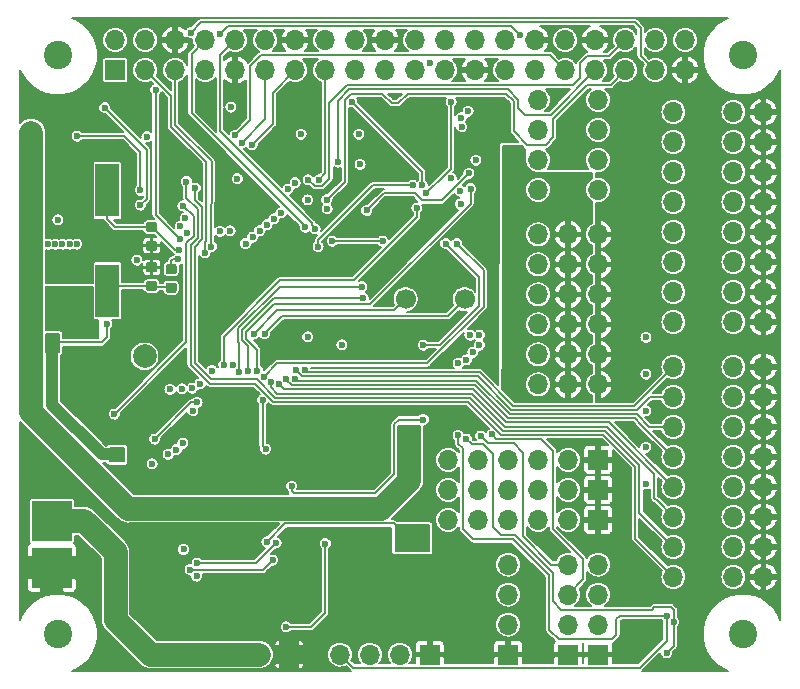
<source format=gbl>
%TF.GenerationSoftware,KiCad,Pcbnew,5.1.2-f72e74a~84~ubuntu16.04.1*%
%TF.CreationDate,2019-05-14T14:25:49+02:00*%
%TF.ProjectId,Hedgehog,48656467-6568-46f6-972e-6b696361645f,1.0*%
%TF.SameCoordinates,PX7270e00PY47868c0*%
%TF.FileFunction,Copper,L4,Bot*%
%TF.FilePolarity,Positive*%
%FSLAX46Y46*%
G04 Gerber Fmt 4.6, Leading zero omitted, Abs format (unit mm)*
G04 Created by KiCad (PCBNEW 5.1.2-f72e74a~84~ubuntu16.04.1) date 2019-05-14 14:25:49*
%MOMM*%
%LPD*%
G04 APERTURE LIST*
%TA.AperFunction,ViaPad*%
%ADD10C,0.500000*%
%TD*%
%TA.AperFunction,Conductor*%
%ADD11C,0.100000*%
%TD*%
%TA.AperFunction,Conductor*%
%ADD12C,2.410000*%
%TD*%
%TA.AperFunction,ViaPad*%
%ADD13C,0.600000*%
%TD*%
%TA.AperFunction,Conductor*%
%ADD14R,1.800000X1.800000*%
%TD*%
%TA.AperFunction,ViaPad*%
%ADD15C,0.700000*%
%TD*%
%TA.AperFunction,ComponentPad*%
%ADD16O,1.700000X1.700000*%
%TD*%
%TA.AperFunction,SMDPad,CuDef*%
%ADD17R,2.000000X4.500000*%
%TD*%
%TA.AperFunction,ComponentPad*%
%ADD18R,1.700000X1.700000*%
%TD*%
%TA.AperFunction,ComponentPad*%
%ADD19C,1.700000*%
%TD*%
%TA.AperFunction,SMDPad,CuDef*%
%ADD20C,0.875000*%
%TD*%
%TA.AperFunction,ComponentPad*%
%ADD21C,2.000000*%
%TD*%
%TA.AperFunction,BGAPad,CuDef*%
%ADD22C,2.400000*%
%TD*%
%TA.AperFunction,ComponentPad*%
%ADD23R,3.400000X3.400000*%
%TD*%
%TA.AperFunction,ViaPad*%
%ADD24C,0.400000*%
%TD*%
%TA.AperFunction,Conductor*%
%ADD25C,0.200000*%
%TD*%
%TA.AperFunction,Conductor*%
%ADD26C,2.000000*%
%TD*%
%TA.AperFunction,Conductor*%
%ADD27C,1.000000*%
%TD*%
G04 APERTURE END LIST*
D10*
%TO.N,GND*%
%TO.C,U45*%
X40700000Y-7300000D03*
X40700000Y-8800000D03*
X40700000Y-8050000D03*
%TD*%
%TO.N,GND*%
%TO.C,U44*%
X40700000Y-13850000D03*
X40700000Y-15350000D03*
X40700000Y-14600000D03*
%TD*%
%TO.N,GND*%
%TO.C,U20*%
X24300000Y-37700000D03*
X25700000Y-37700000D03*
X24300000Y-38800000D03*
X25700000Y-38800000D03*
X24300000Y-39900000D03*
X25700000Y-39900000D03*
D11*
G36*
X25979506Y-37251204D02*
G01*
X26003774Y-37254804D01*
X26027573Y-37260765D01*
X26050672Y-37269030D01*
X26072850Y-37279519D01*
X26093893Y-37292132D01*
X26113599Y-37306747D01*
X26131777Y-37323223D01*
X26148253Y-37341401D01*
X26162868Y-37361107D01*
X26175481Y-37382150D01*
X26185970Y-37404328D01*
X26194235Y-37427427D01*
X26200196Y-37451226D01*
X26203796Y-37475494D01*
X26205000Y-37499998D01*
X26205000Y-40100002D01*
X26203796Y-40124506D01*
X26200196Y-40148774D01*
X26194235Y-40172573D01*
X26185970Y-40195672D01*
X26175481Y-40217850D01*
X26162868Y-40238893D01*
X26148253Y-40258599D01*
X26131777Y-40276777D01*
X26113599Y-40293253D01*
X26093893Y-40307868D01*
X26072850Y-40320481D01*
X26050672Y-40330970D01*
X26027573Y-40339235D01*
X26003774Y-40345196D01*
X25979506Y-40348796D01*
X25955002Y-40350000D01*
X24044998Y-40350000D01*
X24020494Y-40348796D01*
X23996226Y-40345196D01*
X23972427Y-40339235D01*
X23949328Y-40330970D01*
X23927150Y-40320481D01*
X23906107Y-40307868D01*
X23886401Y-40293253D01*
X23868223Y-40276777D01*
X23851747Y-40258599D01*
X23837132Y-40238893D01*
X23824519Y-40217850D01*
X23814030Y-40195672D01*
X23805765Y-40172573D01*
X23799804Y-40148774D01*
X23796204Y-40124506D01*
X23795000Y-40100002D01*
X23795000Y-37499998D01*
X23796204Y-37475494D01*
X23799804Y-37451226D01*
X23805765Y-37427427D01*
X23814030Y-37404328D01*
X23824519Y-37382150D01*
X23837132Y-37361107D01*
X23851747Y-37341401D01*
X23868223Y-37323223D01*
X23886401Y-37306747D01*
X23906107Y-37292132D01*
X23927150Y-37279519D01*
X23949328Y-37269030D01*
X23972427Y-37260765D01*
X23996226Y-37254804D01*
X24020494Y-37251204D01*
X24044998Y-37250000D01*
X25955002Y-37250000D01*
X25979506Y-37251204D01*
X25979506Y-37251204D01*
G37*
D12*
X25000000Y-38800000D03*
%TD*%
D13*
%TO.N,GND*%
%TO.C,U30*%
X4975001Y-27175001D03*
X5975001Y-27175001D03*
X5975001Y-26175001D03*
X4975001Y-26175001D03*
X5475001Y-26675001D03*
D14*
X5475001Y-26675001D03*
%TD*%
D15*
%TO.N,GND*%
%TO.C,U10*%
X23700000Y-48100000D03*
X23700000Y-47300000D03*
X23700000Y-46500000D03*
X24500000Y-48100000D03*
X24500000Y-45700000D03*
X24500000Y-47300000D03*
X23700000Y-45700000D03*
X24500000Y-46500000D03*
%TD*%
D16*
%TO.P,J53,11*%
%TO.N,GND*%
X49250000Y-31380000D03*
%TO.P,J53,12*%
%TO.N,+5V*%
X46710000Y-31380000D03*
%TO.P,J53,9*%
%TO.N,GND*%
X49250000Y-28840000D03*
%TO.P,J53,10*%
%TO.N,+5V*%
X46710000Y-28840000D03*
%TO.P,J53,7*%
%TO.N,GND*%
X49250000Y-26300000D03*
%TO.P,J53,8*%
%TO.N,+5V*%
X46710000Y-26300000D03*
%TO.P,J53,5*%
%TO.N,GND*%
X49250000Y-23760000D03*
%TO.P,J53,6*%
%TO.N,+5V*%
X46710000Y-23760000D03*
%TO.P,J53,3*%
%TO.N,GND*%
X49250000Y-21220000D03*
%TO.P,J53,4*%
%TO.N,+5V*%
X46710000Y-21220000D03*
%TO.P,J53,1*%
%TO.N,GND*%
X49250000Y-18680000D03*
%TO.P,J53,2*%
%TO.N,+5V*%
X46710000Y-18680000D03*
%TD*%
%TO.P,J52,6*%
%TO.N,/Logic/SERVO_5*%
X44170000Y-31380000D03*
%TO.P,J52,5*%
%TO.N,/Logic/SERVO_4*%
X44170000Y-28840000D03*
%TO.P,J52,4*%
%TO.N,/Logic/SERVO_3*%
X44170000Y-26300000D03*
%TO.P,J52,3*%
%TO.N,/Logic/SERVO_2*%
X44170000Y-23760000D03*
%TO.P,J52,2*%
%TO.N,/Logic/SERVO_1*%
X44170000Y-21220000D03*
%TO.P,J52,1*%
%TO.N,/Logic/SERVO_0*%
X44170000Y-18680000D03*
%TD*%
D17*
%TO.P,Y40,1*%
%TO.N,Net-(C45-Pad1)*%
X7700000Y-23450000D03*
%TO.P,Y40,2*%
%TO.N,Net-(C46-Pad1)*%
X7700000Y-14950000D03*
%TD*%
D18*
%TO.P,J40,1*%
%TO.N,Net-(J40-Pad1)*%
X8370000Y-4770000D03*
D16*
%TO.P,J40,2*%
%TO.N,/Logic/5V_RPi*%
X8370000Y-2230000D03*
%TO.P,J40,3*%
%TO.N,/Logic/I2C_EXT_0_SDA*%
X10910000Y-4770000D03*
%TO.P,J40,4*%
%TO.N,/Logic/5V_RPi*%
X10910000Y-2230000D03*
%TO.P,J40,5*%
%TO.N,/Logic/I2C_EXT_0_SCL*%
X13450000Y-4770000D03*
%TO.P,J40,6*%
%TO.N,GND*%
X13450000Y-2230000D03*
%TO.P,J40,7*%
%TO.N,Net-(J40-Pad7)*%
X15990000Y-4770000D03*
%TO.P,J40,8*%
%TO.N,/Logic/RPi_UART_TxD*%
X15990000Y-2230000D03*
%TO.P,J40,9*%
%TO.N,GND*%
X18530000Y-4770000D03*
%TO.P,J40,10*%
%TO.N,/Logic/RPi_UART_RxD*%
X18530000Y-2230000D03*
%TO.P,J40,11*%
%TO.N,/Logic/STM_NJTRST*%
X21070000Y-4770000D03*
%TO.P,J40,12*%
%TO.N,Net-(J40-Pad12)*%
X21070000Y-2230000D03*
%TO.P,J40,13*%
%TO.N,/Logic/STM_JTDO_SWO*%
X23610000Y-4770000D03*
%TO.P,J40,14*%
%TO.N,GND*%
X23610000Y-2230000D03*
%TO.P,J40,15*%
%TO.N,/Logic/STM_JTDI*%
X26150000Y-4770000D03*
%TO.P,J40,16*%
%TO.N,/Logic/EN_PWR_IN_RPi*%
X26150000Y-2230000D03*
%TO.P,J40,17*%
%TO.N,Net-(J40-Pad17)*%
X28690000Y-4770000D03*
%TO.P,J40,18*%
%TO.N,/Logic/EN_Reg_RPi_RPi*%
X28690000Y-2230000D03*
%TO.P,J40,19*%
%TO.N,/Logic/SPI_EXT_0_MOSI*%
X31230000Y-4770000D03*
%TO.P,J40,20*%
%TO.N,GND*%
X31230000Y-2230000D03*
%TO.P,J40,21*%
%TO.N,/Logic/SPI_EXT_0_MISO*%
X33770000Y-4770000D03*
%TO.P,J40,22*%
%TO.N,Net-(J40-Pad22)*%
X33770000Y-2230000D03*
%TO.P,J40,23*%
%TO.N,/Logic/SPI_EXT_0_SCK*%
X36310000Y-4770000D03*
%TO.P,J40,24*%
%TO.N,/Logic/SPI_EXT_0_NSS0*%
X36310000Y-2230000D03*
%TO.P,J40,25*%
%TO.N,GND*%
X38850000Y-4770000D03*
%TO.P,J40,26*%
%TO.N,/Logic/SPI_EXT_0_NSS1*%
X38850000Y-2230000D03*
%TO.P,J40,27*%
%TO.N,Net-(J40-Pad27)*%
X41390000Y-4770000D03*
%TO.P,J40,28*%
%TO.N,Net-(J40-Pad28)*%
X41390000Y-2230000D03*
%TO.P,J40,29*%
%TO.N,/Logic/STM_NRST_RPi*%
X43930000Y-4770000D03*
%TO.P,J40,30*%
%TO.N,GND*%
X43930000Y-2230000D03*
%TO.P,J40,31*%
%TO.N,/Logic/STM_BOOT0*%
X46470000Y-4770000D03*
%TO.P,J40,32*%
%TO.N,Net-(J40-Pad32)*%
X46470000Y-2230000D03*
%TO.P,J40,33*%
%TO.N,/Logic/STM_JTCK_SWCLK*%
X49010000Y-4770000D03*
%TO.P,J40,34*%
%TO.N,GND*%
X49010000Y-2230000D03*
%TO.P,J40,35*%
%TO.N,/Logic/STM_JTMS_SWDIO*%
X51550000Y-4770000D03*
%TO.P,J40,36*%
%TO.N,/Logic/RPi_ACTIVE*%
X51550000Y-2230000D03*
%TO.P,J40,37*%
%TO.N,/Logic/STM_NRST_EN_RPi*%
X54090000Y-4770000D03*
%TO.P,J40,38*%
%TO.N,/Logic/LED_3*%
X54090000Y-2230000D03*
%TO.P,J40,39*%
%TO.N,GND*%
X56630000Y-4770000D03*
%TO.P,J40,40*%
%TO.N,/Logic/LED_2*%
X56630000Y-2230000D03*
%TD*%
D19*
%TO.P,U46,2*%
%TO.N,/Logic/SPEAKER_N*%
X32950000Y-24150000D03*
%TO.P,U46,1*%
%TO.N,/Logic/SPEAKER_P*%
X37950000Y-24150000D03*
%TD*%
D11*
%TO.N,GND*%
%TO.C,C46*%
G36*
X11727691Y-19201053D02*
G01*
X11748926Y-19204203D01*
X11769750Y-19209419D01*
X11789962Y-19216651D01*
X11809368Y-19225830D01*
X11827781Y-19236866D01*
X11845024Y-19249654D01*
X11860930Y-19264070D01*
X11875346Y-19279976D01*
X11888134Y-19297219D01*
X11899170Y-19315632D01*
X11908349Y-19335038D01*
X11915581Y-19355250D01*
X11920797Y-19376074D01*
X11923947Y-19397309D01*
X11925000Y-19418750D01*
X11925000Y-19856250D01*
X11923947Y-19877691D01*
X11920797Y-19898926D01*
X11915581Y-19919750D01*
X11908349Y-19939962D01*
X11899170Y-19959368D01*
X11888134Y-19977781D01*
X11875346Y-19995024D01*
X11860930Y-20010930D01*
X11845024Y-20025346D01*
X11827781Y-20038134D01*
X11809368Y-20049170D01*
X11789962Y-20058349D01*
X11769750Y-20065581D01*
X11748926Y-20070797D01*
X11727691Y-20073947D01*
X11706250Y-20075000D01*
X11193750Y-20075000D01*
X11172309Y-20073947D01*
X11151074Y-20070797D01*
X11130250Y-20065581D01*
X11110038Y-20058349D01*
X11090632Y-20049170D01*
X11072219Y-20038134D01*
X11054976Y-20025346D01*
X11039070Y-20010930D01*
X11024654Y-19995024D01*
X11011866Y-19977781D01*
X11000830Y-19959368D01*
X10991651Y-19939962D01*
X10984419Y-19919750D01*
X10979203Y-19898926D01*
X10976053Y-19877691D01*
X10975000Y-19856250D01*
X10975000Y-19418750D01*
X10976053Y-19397309D01*
X10979203Y-19376074D01*
X10984419Y-19355250D01*
X10991651Y-19335038D01*
X11000830Y-19315632D01*
X11011866Y-19297219D01*
X11024654Y-19279976D01*
X11039070Y-19264070D01*
X11054976Y-19249654D01*
X11072219Y-19236866D01*
X11090632Y-19225830D01*
X11110038Y-19216651D01*
X11130250Y-19209419D01*
X11151074Y-19204203D01*
X11172309Y-19201053D01*
X11193750Y-19200000D01*
X11706250Y-19200000D01*
X11727691Y-19201053D01*
X11727691Y-19201053D01*
G37*
D20*
%TD*%
%TO.P,C46,2*%
%TO.N,GND*%
X11450000Y-19637500D03*
D11*
%TO.N,Net-(C46-Pad1)*%
%TO.C,C46*%
G36*
X11727691Y-17626053D02*
G01*
X11748926Y-17629203D01*
X11769750Y-17634419D01*
X11789962Y-17641651D01*
X11809368Y-17650830D01*
X11827781Y-17661866D01*
X11845024Y-17674654D01*
X11860930Y-17689070D01*
X11875346Y-17704976D01*
X11888134Y-17722219D01*
X11899170Y-17740632D01*
X11908349Y-17760038D01*
X11915581Y-17780250D01*
X11920797Y-17801074D01*
X11923947Y-17822309D01*
X11925000Y-17843750D01*
X11925000Y-18281250D01*
X11923947Y-18302691D01*
X11920797Y-18323926D01*
X11915581Y-18344750D01*
X11908349Y-18364962D01*
X11899170Y-18384368D01*
X11888134Y-18402781D01*
X11875346Y-18420024D01*
X11860930Y-18435930D01*
X11845024Y-18450346D01*
X11827781Y-18463134D01*
X11809368Y-18474170D01*
X11789962Y-18483349D01*
X11769750Y-18490581D01*
X11748926Y-18495797D01*
X11727691Y-18498947D01*
X11706250Y-18500000D01*
X11193750Y-18500000D01*
X11172309Y-18498947D01*
X11151074Y-18495797D01*
X11130250Y-18490581D01*
X11110038Y-18483349D01*
X11090632Y-18474170D01*
X11072219Y-18463134D01*
X11054976Y-18450346D01*
X11039070Y-18435930D01*
X11024654Y-18420024D01*
X11011866Y-18402781D01*
X11000830Y-18384368D01*
X10991651Y-18364962D01*
X10984419Y-18344750D01*
X10979203Y-18323926D01*
X10976053Y-18302691D01*
X10975000Y-18281250D01*
X10975000Y-17843750D01*
X10976053Y-17822309D01*
X10979203Y-17801074D01*
X10984419Y-17780250D01*
X10991651Y-17760038D01*
X11000830Y-17740632D01*
X11011866Y-17722219D01*
X11024654Y-17704976D01*
X11039070Y-17689070D01*
X11054976Y-17674654D01*
X11072219Y-17661866D01*
X11090632Y-17650830D01*
X11110038Y-17641651D01*
X11130250Y-17634419D01*
X11151074Y-17629203D01*
X11172309Y-17626053D01*
X11193750Y-17625000D01*
X11706250Y-17625000D01*
X11727691Y-17626053D01*
X11727691Y-17626053D01*
G37*
D20*
%TD*%
%TO.P,C46,1*%
%TO.N,Net-(C46-Pad1)*%
X11450000Y-18062500D03*
D11*
%TO.N,GND*%
%TO.C,C45*%
G36*
X11727691Y-21026053D02*
G01*
X11748926Y-21029203D01*
X11769750Y-21034419D01*
X11789962Y-21041651D01*
X11809368Y-21050830D01*
X11827781Y-21061866D01*
X11845024Y-21074654D01*
X11860930Y-21089070D01*
X11875346Y-21104976D01*
X11888134Y-21122219D01*
X11899170Y-21140632D01*
X11908349Y-21160038D01*
X11915581Y-21180250D01*
X11920797Y-21201074D01*
X11923947Y-21222309D01*
X11925000Y-21243750D01*
X11925000Y-21681250D01*
X11923947Y-21702691D01*
X11920797Y-21723926D01*
X11915581Y-21744750D01*
X11908349Y-21764962D01*
X11899170Y-21784368D01*
X11888134Y-21802781D01*
X11875346Y-21820024D01*
X11860930Y-21835930D01*
X11845024Y-21850346D01*
X11827781Y-21863134D01*
X11809368Y-21874170D01*
X11789962Y-21883349D01*
X11769750Y-21890581D01*
X11748926Y-21895797D01*
X11727691Y-21898947D01*
X11706250Y-21900000D01*
X11193750Y-21900000D01*
X11172309Y-21898947D01*
X11151074Y-21895797D01*
X11130250Y-21890581D01*
X11110038Y-21883349D01*
X11090632Y-21874170D01*
X11072219Y-21863134D01*
X11054976Y-21850346D01*
X11039070Y-21835930D01*
X11024654Y-21820024D01*
X11011866Y-21802781D01*
X11000830Y-21784368D01*
X10991651Y-21764962D01*
X10984419Y-21744750D01*
X10979203Y-21723926D01*
X10976053Y-21702691D01*
X10975000Y-21681250D01*
X10975000Y-21243750D01*
X10976053Y-21222309D01*
X10979203Y-21201074D01*
X10984419Y-21180250D01*
X10991651Y-21160038D01*
X11000830Y-21140632D01*
X11011866Y-21122219D01*
X11024654Y-21104976D01*
X11039070Y-21089070D01*
X11054976Y-21074654D01*
X11072219Y-21061866D01*
X11090632Y-21050830D01*
X11110038Y-21041651D01*
X11130250Y-21034419D01*
X11151074Y-21029203D01*
X11172309Y-21026053D01*
X11193750Y-21025000D01*
X11706250Y-21025000D01*
X11727691Y-21026053D01*
X11727691Y-21026053D01*
G37*
D20*
%TD*%
%TO.P,C45,2*%
%TO.N,GND*%
X11450000Y-21462500D03*
D11*
%TO.N,Net-(C45-Pad1)*%
%TO.C,C45*%
G36*
X11727691Y-22601053D02*
G01*
X11748926Y-22604203D01*
X11769750Y-22609419D01*
X11789962Y-22616651D01*
X11809368Y-22625830D01*
X11827781Y-22636866D01*
X11845024Y-22649654D01*
X11860930Y-22664070D01*
X11875346Y-22679976D01*
X11888134Y-22697219D01*
X11899170Y-22715632D01*
X11908349Y-22735038D01*
X11915581Y-22755250D01*
X11920797Y-22776074D01*
X11923947Y-22797309D01*
X11925000Y-22818750D01*
X11925000Y-23256250D01*
X11923947Y-23277691D01*
X11920797Y-23298926D01*
X11915581Y-23319750D01*
X11908349Y-23339962D01*
X11899170Y-23359368D01*
X11888134Y-23377781D01*
X11875346Y-23395024D01*
X11860930Y-23410930D01*
X11845024Y-23425346D01*
X11827781Y-23438134D01*
X11809368Y-23449170D01*
X11789962Y-23458349D01*
X11769750Y-23465581D01*
X11748926Y-23470797D01*
X11727691Y-23473947D01*
X11706250Y-23475000D01*
X11193750Y-23475000D01*
X11172309Y-23473947D01*
X11151074Y-23470797D01*
X11130250Y-23465581D01*
X11110038Y-23458349D01*
X11090632Y-23449170D01*
X11072219Y-23438134D01*
X11054976Y-23425346D01*
X11039070Y-23410930D01*
X11024654Y-23395024D01*
X11011866Y-23377781D01*
X11000830Y-23359368D01*
X10991651Y-23339962D01*
X10984419Y-23319750D01*
X10979203Y-23298926D01*
X10976053Y-23277691D01*
X10975000Y-23256250D01*
X10975000Y-22818750D01*
X10976053Y-22797309D01*
X10979203Y-22776074D01*
X10984419Y-22755250D01*
X10991651Y-22735038D01*
X11000830Y-22715632D01*
X11011866Y-22697219D01*
X11024654Y-22679976D01*
X11039070Y-22664070D01*
X11054976Y-22649654D01*
X11072219Y-22636866D01*
X11090632Y-22625830D01*
X11110038Y-22616651D01*
X11130250Y-22609419D01*
X11151074Y-22604203D01*
X11172309Y-22601053D01*
X11193750Y-22600000D01*
X11706250Y-22600000D01*
X11727691Y-22601053D01*
X11727691Y-22601053D01*
G37*
D20*
%TD*%
%TO.P,C45,1*%
%TO.N,Net-(C45-Pad1)*%
X11450000Y-23037500D03*
D16*
%TO.P,J54,1*%
%TO.N,Net-(J54-Pad1)*%
X44170000Y-7280000D03*
%TO.P,J54,2*%
%TO.N,Net-(J54-Pad2)*%
X44170000Y-9820000D03*
%TO.P,J54,3*%
%TO.N,Net-(J54-Pad3)*%
X44170000Y-12360000D03*
%TO.P,J54,4*%
%TO.N,Net-(J54-Pad4)*%
X44170000Y-14900000D03*
%TD*%
%TO.P,J55,1*%
%TO.N,Net-(J55-Pad1)*%
X49250000Y-7280000D03*
%TO.P,J55,2*%
%TO.N,Net-(J55-Pad2)*%
X49250000Y-9820000D03*
%TO.P,J55,3*%
%TO.N,Net-(J55-Pad3)*%
X49250000Y-12360000D03*
%TO.P,J55,4*%
%TO.N,Net-(J55-Pad4)*%
X49250000Y-14900000D03*
%TD*%
%TO.P,J50,1*%
%TO.N,GND*%
X63240000Y-8320000D03*
%TO.P,J50,2*%
%TO.N,+3V3*%
X60700000Y-8320000D03*
%TO.P,J50,3*%
%TO.N,GND*%
X63240000Y-10860000D03*
%TO.P,J50,4*%
%TO.N,+3V3*%
X60700000Y-10860000D03*
%TO.P,J50,5*%
%TO.N,GND*%
X63240000Y-13400000D03*
%TO.P,J50,6*%
%TO.N,+3V3*%
X60700000Y-13400000D03*
%TO.P,J50,7*%
%TO.N,GND*%
X63240000Y-15940000D03*
%TO.P,J50,8*%
%TO.N,+3V3*%
X60700000Y-15940000D03*
%TO.P,J50,9*%
%TO.N,GND*%
X63240000Y-18480000D03*
%TO.P,J50,10*%
%TO.N,+3V3*%
X60700000Y-18480000D03*
%TO.P,J50,11*%
%TO.N,GND*%
X63240000Y-21020000D03*
%TO.P,J50,12*%
%TO.N,+3V3*%
X60700000Y-21020000D03*
%TO.P,J50,13*%
%TO.N,GND*%
X63240000Y-23560000D03*
%TO.P,J50,14*%
%TO.N,+3V3*%
X60700000Y-23560000D03*
%TO.P,J50,15*%
%TO.N,GND*%
X63240000Y-26100000D03*
%TO.P,J50,16*%
%TO.N,+3V3*%
X60700000Y-26100000D03*
%TD*%
%TO.P,J51,1*%
%TO.N,GND*%
X63240000Y-29890000D03*
%TO.P,J51,2*%
%TO.N,+3V3*%
X60700000Y-29890000D03*
%TO.P,J51,3*%
%TO.N,GND*%
X63240000Y-32430000D03*
%TO.P,J51,4*%
%TO.N,+3V3*%
X60700000Y-32430000D03*
%TO.P,J51,5*%
%TO.N,GND*%
X63240000Y-34970000D03*
%TO.P,J51,6*%
%TO.N,+3V3*%
X60700000Y-34970000D03*
%TO.P,J51,7*%
%TO.N,GND*%
X63240000Y-37510000D03*
%TO.P,J51,8*%
%TO.N,+3V3*%
X60700000Y-37510000D03*
%TO.P,J51,9*%
%TO.N,GND*%
X63240000Y-40050000D03*
%TO.P,J51,10*%
%TO.N,+3V3*%
X60700000Y-40050000D03*
%TO.P,J51,11*%
%TO.N,GND*%
X63240000Y-42590000D03*
%TO.P,J51,12*%
%TO.N,+3V3*%
X60700000Y-42590000D03*
%TO.P,J51,13*%
%TO.N,GND*%
X63240000Y-45130000D03*
%TO.P,J51,14*%
%TO.N,+3V3*%
X60700000Y-45130000D03*
%TO.P,J51,15*%
%TO.N,GND*%
X63240000Y-47670000D03*
%TO.P,J51,16*%
%TO.N,+3V3*%
X60700000Y-47670000D03*
%TD*%
%TO.P,J48,8*%
%TO.N,/Logic/IO_7*%
X55620000Y-26100000D03*
%TO.P,J48,7*%
%TO.N,/Logic/IO_6*%
X55620000Y-23560000D03*
%TO.P,J48,6*%
%TO.N,/Logic/IO_5*%
X55620000Y-21020000D03*
%TO.P,J48,5*%
%TO.N,/Logic/IO_4*%
X55620000Y-18480000D03*
%TO.P,J48,4*%
%TO.N,/Logic/IO_3*%
X55620000Y-15940000D03*
%TO.P,J48,3*%
%TO.N,/Logic/IO_2*%
X55620000Y-13400000D03*
%TO.P,J48,2*%
%TO.N,/Logic/IO_1*%
X55620000Y-10860000D03*
%TO.P,J48,1*%
%TO.N,/Logic/IO_0*%
X55620000Y-8320000D03*
%TD*%
%TO.P,J49,8*%
%TO.N,/Logic/IO_15*%
X55620000Y-47670000D03*
%TO.P,J49,7*%
%TO.N,/Logic/IO_14*%
X55620000Y-45130000D03*
%TO.P,J49,6*%
%TO.N,/Logic/IO_13*%
X55620000Y-42590000D03*
%TO.P,J49,5*%
%TO.N,/Logic/IO_12*%
X55620000Y-40050000D03*
%TO.P,J49,4*%
%TO.N,/Logic/IO_11*%
X55620000Y-37510000D03*
%TO.P,J49,3*%
%TO.N,/Logic/IO_10*%
X55620000Y-34970000D03*
%TO.P,J49,2*%
%TO.N,/Logic/IO_9*%
X55620000Y-32430000D03*
%TO.P,J49,1*%
%TO.N,/Logic/IO_8*%
X55620000Y-29890000D03*
%TD*%
D18*
%TO.P,J45,1*%
%TO.N,GND*%
X49250000Y-37760000D03*
D16*
%TO.P,J45,2*%
%TO.N,+3V3*%
X46710000Y-37760000D03*
%TO.P,J45,3*%
%TO.N,/Logic/SPI_EXT_0_NSS0*%
X44170000Y-37760000D03*
%TO.P,J45,4*%
%TO.N,/Logic/SPI_EXT_0_SCK*%
X41630000Y-37760000D03*
%TO.P,J45,5*%
%TO.N,/Logic/SPI_EXT_0_MOSI*%
X39090000Y-37760000D03*
%TO.P,J45,6*%
%TO.N,/Logic/SPI_EXT_0_MISO*%
X36550000Y-37760000D03*
%TD*%
D18*
%TO.P,J46,1*%
%TO.N,GND*%
X49250000Y-40300000D03*
D16*
%TO.P,J46,2*%
%TO.N,+3V3*%
X46710000Y-40300000D03*
%TO.P,J46,3*%
%TO.N,/Logic/SPI_EXT_0_NSS1*%
X44170000Y-40300000D03*
%TO.P,J46,4*%
%TO.N,/Logic/SPI_EXT_0_SCK*%
X41630000Y-40300000D03*
%TO.P,J46,5*%
%TO.N,/Logic/SPI_EXT_0_MOSI*%
X39090000Y-40300000D03*
%TO.P,J46,6*%
%TO.N,/Logic/SPI_EXT_0_MISO*%
X36550000Y-40300000D03*
%TD*%
D18*
%TO.P,J47,1*%
%TO.N,GND*%
X49250000Y-42840000D03*
D16*
%TO.P,J47,2*%
%TO.N,+3V3*%
X46710000Y-42840000D03*
%TO.P,J47,3*%
%TO.N,/Logic/SPI_EXT_1_NSS*%
X44170000Y-42840000D03*
%TO.P,J47,4*%
%TO.N,/Logic/SPI_EXT_1_SCK*%
X41630000Y-42840000D03*
%TO.P,J47,5*%
%TO.N,/Logic/SPI_EXT_1_MOSI*%
X39090000Y-42840000D03*
%TO.P,J47,6*%
%TO.N,/Logic/SPI_EXT_1_MISO*%
X36550000Y-42840000D03*
%TD*%
D18*
%TO.P,J42,1*%
%TO.N,GND*%
X49250000Y-54250000D03*
D16*
%TO.P,J42,2*%
%TO.N,+3V3*%
X49250000Y-51710000D03*
%TO.P,J42,3*%
%TO.N,/Logic/I2C_EXT_0_SCL*%
X49250000Y-49170000D03*
%TO.P,J42,4*%
%TO.N,/Logic/I2C_EXT_0_SDA*%
X49250000Y-46630000D03*
%TD*%
D18*
%TO.P,J43,1*%
%TO.N,GND*%
X35000000Y-54250000D03*
D16*
%TO.P,J43,2*%
%TO.N,+3V3*%
X32460000Y-54250000D03*
%TO.P,J43,3*%
%TO.N,/Logic/I2C_EXT_0_SCL*%
X29920000Y-54250000D03*
%TO.P,J43,4*%
%TO.N,/Logic/I2C_EXT_0_SDA*%
X27380000Y-54250000D03*
%TD*%
D18*
%TO.P,J44,1*%
%TO.N,GND*%
X46710000Y-54250000D03*
D16*
%TO.P,J44,2*%
%TO.N,+3V3*%
X46710000Y-51710000D03*
%TO.P,J44,3*%
%TO.N,/Logic/I2C_EXT_1_SCL*%
X46710000Y-49170000D03*
%TO.P,J44,4*%
%TO.N,/Logic/I2C_EXT_1_SDA*%
X46710000Y-46630000D03*
%TD*%
D18*
%TO.P,J41,1*%
%TO.N,GND*%
X41630000Y-54250000D03*
D16*
%TO.P,J41,2*%
%TO.N,+3V3*%
X41630000Y-51710000D03*
%TO.P,J41,3*%
%TO.N,/Logic/UART_EXT_1_TxD*%
X41630000Y-49170000D03*
%TO.P,J41,4*%
%TO.N,/Logic/UART_EXT_1_RxD*%
X41630000Y-46630000D03*
%TD*%
D18*
%TO.P,J2,1*%
%TO.N,GND*%
X23090000Y-54250000D03*
D16*
%TO.P,J2,2*%
%TO.N,Net-(D1-Pad1)*%
X20550000Y-54250000D03*
%TD*%
D11*
%TO.N,Net-(C45-Pad1)*%
%TO.C,R42*%
G36*
X13377691Y-22751053D02*
G01*
X13398926Y-22754203D01*
X13419750Y-22759419D01*
X13439962Y-22766651D01*
X13459368Y-22775830D01*
X13477781Y-22786866D01*
X13495024Y-22799654D01*
X13510930Y-22814070D01*
X13525346Y-22829976D01*
X13538134Y-22847219D01*
X13549170Y-22865632D01*
X13558349Y-22885038D01*
X13565581Y-22905250D01*
X13570797Y-22926074D01*
X13573947Y-22947309D01*
X13575000Y-22968750D01*
X13575000Y-23406250D01*
X13573947Y-23427691D01*
X13570797Y-23448926D01*
X13565581Y-23469750D01*
X13558349Y-23489962D01*
X13549170Y-23509368D01*
X13538134Y-23527781D01*
X13525346Y-23545024D01*
X13510930Y-23560930D01*
X13495024Y-23575346D01*
X13477781Y-23588134D01*
X13459368Y-23599170D01*
X13439962Y-23608349D01*
X13419750Y-23615581D01*
X13398926Y-23620797D01*
X13377691Y-23623947D01*
X13356250Y-23625000D01*
X12843750Y-23625000D01*
X12822309Y-23623947D01*
X12801074Y-23620797D01*
X12780250Y-23615581D01*
X12760038Y-23608349D01*
X12740632Y-23599170D01*
X12722219Y-23588134D01*
X12704976Y-23575346D01*
X12689070Y-23560930D01*
X12674654Y-23545024D01*
X12661866Y-23527781D01*
X12650830Y-23509368D01*
X12641651Y-23489962D01*
X12634419Y-23469750D01*
X12629203Y-23448926D01*
X12626053Y-23427691D01*
X12625000Y-23406250D01*
X12625000Y-22968750D01*
X12626053Y-22947309D01*
X12629203Y-22926074D01*
X12634419Y-22905250D01*
X12641651Y-22885038D01*
X12650830Y-22865632D01*
X12661866Y-22847219D01*
X12674654Y-22829976D01*
X12689070Y-22814070D01*
X12704976Y-22799654D01*
X12722219Y-22786866D01*
X12740632Y-22775830D01*
X12760038Y-22766651D01*
X12780250Y-22759419D01*
X12801074Y-22754203D01*
X12822309Y-22751053D01*
X12843750Y-22750000D01*
X13356250Y-22750000D01*
X13377691Y-22751053D01*
X13377691Y-22751053D01*
G37*
D20*
%TD*%
%TO.P,R42,2*%
%TO.N,Net-(C45-Pad1)*%
X13100000Y-23187500D03*
D11*
%TO.N,Net-(R42-Pad1)*%
%TO.C,R42*%
G36*
X13377691Y-21176053D02*
G01*
X13398926Y-21179203D01*
X13419750Y-21184419D01*
X13439962Y-21191651D01*
X13459368Y-21200830D01*
X13477781Y-21211866D01*
X13495024Y-21224654D01*
X13510930Y-21239070D01*
X13525346Y-21254976D01*
X13538134Y-21272219D01*
X13549170Y-21290632D01*
X13558349Y-21310038D01*
X13565581Y-21330250D01*
X13570797Y-21351074D01*
X13573947Y-21372309D01*
X13575000Y-21393750D01*
X13575000Y-21831250D01*
X13573947Y-21852691D01*
X13570797Y-21873926D01*
X13565581Y-21894750D01*
X13558349Y-21914962D01*
X13549170Y-21934368D01*
X13538134Y-21952781D01*
X13525346Y-21970024D01*
X13510930Y-21985930D01*
X13495024Y-22000346D01*
X13477781Y-22013134D01*
X13459368Y-22024170D01*
X13439962Y-22033349D01*
X13419750Y-22040581D01*
X13398926Y-22045797D01*
X13377691Y-22048947D01*
X13356250Y-22050000D01*
X12843750Y-22050000D01*
X12822309Y-22048947D01*
X12801074Y-22045797D01*
X12780250Y-22040581D01*
X12760038Y-22033349D01*
X12740632Y-22024170D01*
X12722219Y-22013134D01*
X12704976Y-22000346D01*
X12689070Y-21985930D01*
X12674654Y-21970024D01*
X12661866Y-21952781D01*
X12650830Y-21934368D01*
X12641651Y-21914962D01*
X12634419Y-21894750D01*
X12629203Y-21873926D01*
X12626053Y-21852691D01*
X12625000Y-21831250D01*
X12625000Y-21393750D01*
X12626053Y-21372309D01*
X12629203Y-21351074D01*
X12634419Y-21330250D01*
X12641651Y-21310038D01*
X12650830Y-21290632D01*
X12661866Y-21272219D01*
X12674654Y-21254976D01*
X12689070Y-21239070D01*
X12704976Y-21224654D01*
X12722219Y-21211866D01*
X12740632Y-21200830D01*
X12760038Y-21191651D01*
X12780250Y-21184419D01*
X12801074Y-21179203D01*
X12822309Y-21176053D01*
X12843750Y-21175000D01*
X13356250Y-21175000D01*
X13377691Y-21176053D01*
X13377691Y-21176053D01*
G37*
D20*
%TD*%
%TO.P,R42,1*%
%TO.N,Net-(R42-Pad1)*%
X13100000Y-21612500D03*
D21*
%TO.P,JP1,1*%
%TO.N,Net-(JP1-Pad1)*%
X10850000Y-29000000D03*
%TD*%
D22*
%TO.P,MH3,*%
%TO.N,*%
X3500000Y-52500000D03*
%TD*%
%TO.P,MH4,*%
%TO.N,*%
X61500000Y-52500000D03*
%TD*%
%TO.P,MH2,*%
%TO.N,*%
X61500000Y-3500000D03*
%TD*%
%TO.P,MH1,*%
%TO.N,*%
X3500000Y-3500000D03*
%TD*%
D23*
%TO.P,J1,2*%
%TO.N,Net-(D1-Pad1)*%
X3000000Y-42940000D03*
%TO.P,J1,1*%
%TO.N,GND*%
X3000000Y-46900000D03*
%TD*%
D13*
%TO.N,+5V*%
X21200000Y-44700000D03*
X41450000Y-30900000D03*
X42500000Y-18800000D03*
X42500000Y-11450000D03*
X42500000Y-12100000D03*
X33500000Y-44100000D03*
X32900000Y-44100000D03*
X32900000Y-44700000D03*
X33500000Y-44700000D03*
X33500000Y-45300000D03*
X32900000Y-45300000D03*
X32300000Y-45300000D03*
X32300000Y-44700000D03*
X32300000Y-44100000D03*
X34100000Y-45300000D03*
X34100000Y-44700000D03*
X34100000Y-44100000D03*
X32300000Y-43500000D03*
X32900000Y-43500000D03*
X33500000Y-43500000D03*
X34100000Y-43500000D03*
X42500000Y-18129999D03*
X42750000Y-30900000D03*
X42100000Y-30900000D03*
X41450000Y-31550000D03*
X42100000Y-31550000D03*
X42750000Y-31550000D03*
X41900000Y-18450000D03*
X41900000Y-11750000D03*
X42100000Y-30250000D03*
X41450000Y-30250000D03*
X41450000Y-29600000D03*
X42100000Y-28350000D03*
X42100000Y-27700000D03*
X42750000Y-28350000D03*
X42750000Y-29000000D03*
X42750000Y-32200000D03*
X42100000Y-32200000D03*
X34700000Y-44100000D03*
X34700000Y-44700000D03*
X34700000Y-45300000D03*
%TO.N,GND*%
X5250000Y-14200000D03*
D24*
X25000000Y-39450000D03*
X25000000Y-38150000D03*
D13*
X30700000Y-36250000D03*
X31350000Y-36900000D03*
X31350000Y-36250000D03*
X29500000Y-44900000D03*
X30150000Y-44300000D03*
X29500000Y-44300000D03*
X30150000Y-43700000D03*
X29500000Y-43700000D03*
X34600000Y-51950000D03*
X35250000Y-51950000D03*
X35250000Y-51300000D03*
X34600000Y-51300000D03*
X34600000Y-50650000D03*
X35250000Y-50650000D03*
X35250000Y-50000000D03*
X34600000Y-50000000D03*
X30050000Y-10600000D03*
X33500000Y-15750000D03*
X33150000Y-28000000D03*
X40050000Y-11950000D03*
X35550000Y-23550000D03*
X39950000Y-18550000D03*
X10750000Y-8950000D03*
X15300000Y-10150000D03*
X10600000Y-17100000D03*
X13050000Y-30200000D03*
X10200000Y-24400000D03*
X33650000Y-10575000D03*
X29951491Y-12826491D03*
X37944910Y-12275000D03*
X29750000Y-28700000D03*
X39950000Y-19200000D03*
X40050000Y-12600000D03*
X32050000Y-7000000D03*
X10600000Y-32500000D03*
X30150000Y-44900000D03*
X18400000Y-32150000D03*
X30150000Y-45500000D03*
X29500000Y-45500000D03*
X28850000Y-45500000D03*
X28200000Y-45500000D03*
X10150000Y-44450000D03*
X11850000Y-45850000D03*
X10150000Y-45150000D03*
X14850000Y-36500000D03*
X16050000Y-36500000D03*
X14850000Y-37150000D03*
X15900000Y-37150000D03*
X12050000Y-37350000D03*
X2700000Y-23300000D03*
X3150000Y-24400000D03*
X3650000Y-23350000D03*
X3650000Y-23950000D03*
X3050000Y-23800000D03*
X2700000Y-21700000D03*
X3650000Y-21700000D03*
X4150000Y-22550000D03*
X9400000Y-16500000D03*
X9350000Y-17400000D03*
X4500000Y-22050000D03*
X4850000Y-22550000D03*
X5250000Y-22050000D03*
X5600000Y-22550000D03*
X30700000Y-36900000D03*
X30700000Y-37550000D03*
X31350000Y-37550000D03*
X23700000Y-44900000D03*
X24500000Y-44900000D03*
X10550000Y-51300000D03*
X13100000Y-51800000D03*
X2650000Y-37800000D03*
X6600000Y-31800000D03*
X17200000Y-44400000D03*
X20050000Y-44400000D03*
X15950000Y-50050000D03*
X15950000Y-48050000D03*
X15900000Y-52100000D03*
X28600000Y-53300000D03*
X24250000Y-19400000D03*
X5600000Y-7850000D03*
X2750000Y-9400000D03*
X2750000Y-13000000D03*
X2800000Y-18200000D03*
X6600000Y-18150000D03*
X12400000Y-12150000D03*
X9750000Y-6800000D03*
X31600000Y-24250000D03*
X40450000Y-24500000D03*
X34750000Y-35250000D03*
X35800000Y-29500000D03*
X40550000Y-49900000D03*
X45700000Y-45800000D03*
X50300000Y-45600000D03*
X54550000Y-48700000D03*
X54550000Y-54700000D03*
X45300000Y-6600000D03*
X58000000Y-54950000D03*
X56550000Y-46450000D03*
X56550000Y-41350000D03*
X56700000Y-34100000D03*
X56600000Y-28900000D03*
X56450000Y-22200000D03*
X56500000Y-17150000D03*
X56500000Y-12050000D03*
X35550000Y-16750000D03*
X15350000Y-35250000D03*
X37100000Y-41550000D03*
X14700000Y-35250000D03*
X16000000Y-35250000D03*
X15450000Y-36700000D03*
X16000000Y-6400000D03*
X22800000Y-10550000D03*
X32750000Y-19350000D03*
X30300000Y-23250000D03*
X50450000Y-13750000D03*
X52150000Y-7050000D03*
X53000000Y-7100000D03*
%TO.N,+3V3*%
X29100000Y-12750000D03*
X10200000Y-20850000D03*
X27564551Y-28025010D03*
X37601859Y-16099196D03*
X37700000Y-9550000D03*
X16550000Y-30200000D03*
X11050000Y-10400000D03*
X2700000Y-19500000D03*
X3300000Y-19500000D03*
X3900000Y-19500000D03*
X4500000Y-19500000D03*
X5100000Y-19500000D03*
X3500000Y-17450000D03*
X18150000Y-7900000D03*
%TO.N,/PWR_BUTTON_STATE*%
X11700000Y-36000000D03*
X18861882Y-30325500D03*
X29250000Y-23100000D03*
X15300000Y-32900000D03*
%TO.N,/POWER_IN_SENSE*%
X8300000Y-33900000D03*
X14100000Y-16250000D03*
%TO.N,Net-(D2-Pad2)*%
X14150000Y-45350000D03*
X11500000Y-38100000D03*
%TO.N,/Reg_3V3/VIN*%
X3150000Y-27400000D03*
X3150000Y-28200000D03*
X8200000Y-37000000D03*
X8850000Y-37000000D03*
X8200000Y-37650000D03*
X8850000Y-37650000D03*
X7658845Y-26279819D03*
X2700000Y-27800000D03*
%TO.N,/EN_Reg_MS*%
X29350000Y-24050000D03*
X14700000Y-47050000D03*
X21700000Y-46250000D03*
X19601894Y-30203436D03*
X14900000Y-31700000D03*
X12850000Y-37300000D03*
%TO.N,Net-(R42-Pad1)*%
X13699733Y-20761522D03*
%TO.N,/EN_Reg_RPi*%
X34450000Y-28050000D03*
X36350000Y-19450000D03*
X34450000Y-34350000D03*
X23300000Y-40000000D03*
%TO.N,Net-(C46-Pad1)*%
X13751838Y-20013322D03*
%TO.N,/EN_PWR_IN*%
X20926466Y-30734182D03*
X13000000Y-31800000D03*
X37274998Y-19450000D03*
%TO.N,/PG_Reg_MS*%
X15300000Y-46500000D03*
X22000000Y-44800000D03*
X15550000Y-31300000D03*
X18300000Y-29750000D03*
X13550000Y-36900000D03*
%TO.N,Net-(JP1-Pad1)*%
X17550000Y-29750000D03*
X14000000Y-31750000D03*
X33900000Y-16450000D03*
%TO.N,Net-(Q10-Pad1)*%
X22850000Y-51900000D03*
X26150000Y-44850000D03*
%TO.N,/Logic/5V_RPi*%
X33550000Y-37000000D03*
X33550000Y-35800000D03*
X33550000Y-36400000D03*
X33550000Y-35200000D03*
X33550000Y-37600000D03*
X1250000Y-12000000D03*
X1250000Y-11350000D03*
X1249996Y-10700000D03*
X1250000Y-10050000D03*
X1250000Y-12650000D03*
%TO.N,/Logic/MOTOR_01*%
X14300000Y-17300000D03*
X37642478Y-8802207D03*
%TO.N,/Logic/MOTOR_0_B*%
X35050000Y-4150000D03*
X24100000Y-10200000D03*
%TO.N,/Logic/MOTOR_1_A*%
X38250000Y-8250000D03*
X29000000Y-10200000D03*
%TO.N,/Logic/MOTOR_23*%
X18700000Y-13950000D03*
X37567618Y-15017618D03*
%TO.N,/Logic/MOTOR_2_A*%
X38300000Y-13500000D03*
X29650000Y-16650000D03*
%TO.N,/Logic/MOTOR_2_B*%
X13892528Y-18000000D03*
X38900000Y-12400000D03*
%TO.N,/Logic/MOTOR_3_A*%
X20400000Y-30200000D03*
X38450000Y-14800000D03*
%TO.N,/Logic/MOTOR_3_B*%
X36800000Y-13900000D03*
X14450000Y-18550000D03*
%TO.N,/Logic/I2C_EXT_0_SDA*%
X37400000Y-35700000D03*
X37400000Y-29600000D03*
X55050000Y-50950000D03*
X15950000Y-20250000D03*
%TO.N,/Logic/I2C_EXT_0_SCL*%
X55650000Y-51500000D03*
X38100000Y-36000000D03*
X38100000Y-29300000D03*
X55050000Y-54100000D03*
X16500000Y-19700000D03*
%TO.N,/Logic/RPi_UART_TxD*%
X24450000Y-18050000D03*
%TO.N,/Logic/RPi_UART_RxD*%
X25300000Y-18200000D03*
%TO.N,/Logic/STM_NJTRST*%
X19100000Y-10900000D03*
%TO.N,/Logic/STM_JTDO_SWO*%
X19950000Y-11100000D03*
%TO.N,/Logic/STM_JTDI*%
X25600000Y-14050000D03*
%TO.N,/Logic/EN_PWR_IN_RPi*%
X28400000Y-7450000D03*
X34350000Y-14500000D03*
%TO.N,/Logic/EN_Reg_RPi_RPi*%
X34700000Y-15200000D03*
X36800000Y-7450000D03*
%TO.N,/Logic/SPI_EXT_0_MOSI*%
X53300000Y-27400000D03*
%TO.N,/Logic/SPI_EXT_0_MISO*%
X53300000Y-30500000D03*
%TO.N,/Logic/SPI_EXT_0_SCK*%
X53300000Y-33600000D03*
%TO.N,/Logic/SPI_EXT_0_NSS0*%
X53300000Y-39800000D03*
%TO.N,/Logic/SPI_EXT_0_NSS1*%
X53300000Y-36700000D03*
%TO.N,/Logic/STM_NRST_RPi*%
X42650000Y-1800000D03*
X17250000Y-1700000D03*
%TO.N,/Logic/STM_BOOT0*%
X18500000Y-10300000D03*
%TO.N,/Logic/STM_JTCK_SWCLK*%
X27200000Y-12550000D03*
%TO.N,/Logic/STM_JTMS_SWDIO*%
X26273398Y-15726766D03*
%TO.N,/Logic/RPi_ACTIVE*%
X24700000Y-14050000D03*
%TO.N,/Logic/STM_NRST_EN_RPi*%
X14750000Y-1600000D03*
%TO.N,/Logic/IO_7*%
X19400000Y-19450000D03*
%TO.N,/Logic/IO_6*%
X20000000Y-18900000D03*
%TO.N,/Logic/IO_5*%
X20600000Y-18350000D03*
%TO.N,/Logic/IO_4*%
X21200000Y-17850000D03*
%TO.N,/Logic/IO_3*%
X21800000Y-17350000D03*
%TO.N,/Logic/IO_2*%
X22400000Y-16850000D03*
%TO.N,/Logic/IO_1*%
X23000000Y-14850000D03*
%TO.N,/Logic/IO_0*%
X23600000Y-14300000D03*
%TO.N,/Logic/IO_8*%
X24450000Y-30150000D03*
%TO.N,/Logic/IO_9*%
X23654795Y-30147512D03*
%TO.N,/Logic/IO_10*%
X23608757Y-30896109D03*
%TO.N,/Logic/IO_11*%
X22860922Y-30953211D03*
%TO.N,/Logic/IO_12*%
X22244541Y-31380520D03*
%TO.N,/Logic/IO_13*%
X21517654Y-31195717D03*
%TO.N,/Logic/IO_14*%
X15150000Y-14750000D03*
%TO.N,/Logic/IO_15*%
X14400000Y-14200000D03*
%TO.N,/Logic/UART_EXT_1_RxD*%
X39200000Y-27200000D03*
X26300000Y-16500000D03*
%TO.N,/Logic/UART_EXT_1_TxD*%
X38400000Y-27200000D03*
X24650000Y-15750000D03*
%TO.N,/Logic/I2C_EXT_1_SCL*%
X40233295Y-35616705D03*
X39200000Y-28050000D03*
X18100000Y-18375002D03*
%TO.N,/Logic/I2C_EXT_1_SDA*%
X39300000Y-35750000D03*
X38650000Y-28650000D03*
X17225001Y-18425000D03*
%TO.N,/Logic/IMU_INT*%
X10500000Y-14950000D03*
X5150000Y-10350000D03*
%TO.N,/Logic/IMU_MISO*%
X7475000Y-7950000D03*
X10500000Y-16200000D03*
%TO.N,/Logic/STM_NRST*%
X13850000Y-19100000D03*
X11786084Y-6463916D03*
%TO.N,/Logic/SPEAKER_N*%
X20100000Y-27100000D03*
%TO.N,/Logic/SPEAKER_P*%
X21008617Y-27083047D03*
%TO.N,/Logic/LED_POWER*%
X24665280Y-27359938D03*
X15250000Y-47600000D03*
X14100000Y-36350000D03*
X14950000Y-33600000D03*
%TO.N,/Logic/EN_Reg_RPi_STM*%
X31000000Y-19243932D03*
X26750000Y-19250000D03*
%TO.N,/Logic/EN_PWR_IN_STM*%
X33550000Y-14500000D03*
X25550000Y-19700000D03*
%TO.N,Net-(R26-Pad2)*%
X21100000Y-36850000D03*
X20846103Y-32716224D03*
%TD*%
D25*
%TO.N,+5V*%
X22750000Y-43150000D02*
X21200000Y-44700000D01*
X31950000Y-43150000D02*
X22750000Y-43150000D01*
X32300000Y-43500000D02*
X31950000Y-43150000D01*
%TO.N,/PWR_BUTTON_STATE*%
X18861882Y-30325500D02*
X18861882Y-27901858D01*
X18861882Y-27901858D02*
X18749980Y-27789956D01*
X18749980Y-27789956D02*
X18749980Y-26641030D01*
X18749980Y-26641030D02*
X22291010Y-23100000D01*
X22291010Y-23100000D02*
X29250000Y-23100000D01*
X15300000Y-32900000D02*
X14800000Y-32900000D01*
X14800000Y-32900000D02*
X11700000Y-36000000D01*
%TO.N,/POWER_IN_SENSE*%
X14399980Y-27800000D02*
X14399980Y-19414022D01*
X8300000Y-33900000D02*
X8599999Y-33600001D01*
X8599999Y-33600001D02*
X8599999Y-33599981D01*
X8599999Y-33599981D02*
X14399980Y-27800000D01*
X15000001Y-18814001D02*
X15000001Y-17150001D01*
X14399980Y-19414022D02*
X15000001Y-18814001D01*
X15000001Y-17150001D02*
X14100000Y-16250000D01*
D26*
%TO.N,Net-(D1-Pad1)*%
X5750000Y-42940000D02*
X3000000Y-42940000D01*
X8400000Y-45590000D02*
X5750000Y-42940000D01*
X8400000Y-51296002D02*
X8400000Y-45590000D01*
X11353998Y-54250000D02*
X8400000Y-51296002D01*
X20550000Y-54250000D02*
X11353998Y-54250000D01*
D27*
%TO.N,/Reg_3V3/VIN*%
X7250000Y-37300000D02*
X8000000Y-37300000D01*
X3050000Y-33100000D02*
X7250000Y-37300000D01*
X3050000Y-27800000D02*
X3050000Y-33100000D01*
D25*
X7658845Y-26279819D02*
X7658845Y-27391155D01*
X7224998Y-27825002D02*
X3075002Y-27825002D01*
X3075002Y-27825002D02*
X3050000Y-27800000D01*
X7658845Y-27391155D02*
X7224998Y-27825002D01*
%TO.N,/EN_Reg_MS*%
X19601894Y-30203436D02*
X19601894Y-28146882D01*
X19601894Y-28146882D02*
X19099990Y-27644978D01*
X19099990Y-27644978D02*
X19099990Y-26786008D01*
X19099990Y-26786008D02*
X21835998Y-24050000D01*
X21835998Y-24050000D02*
X29350000Y-24050000D01*
X20900000Y-47050000D02*
X21700000Y-46250000D01*
X14700000Y-47050000D02*
X20900000Y-47050000D01*
%TO.N,Net-(R42-Pad1)*%
X13100000Y-21650000D02*
X13100000Y-21361255D01*
X13275469Y-20761522D02*
X13100000Y-20936991D01*
X13699733Y-20761522D02*
X13275469Y-20761522D01*
X13100000Y-20936991D02*
X13100000Y-21612500D01*
%TO.N,/EN_Reg_RPi*%
X39200000Y-24700000D02*
X35850000Y-28050000D01*
X39200000Y-22300000D02*
X39200000Y-24700000D01*
X36350000Y-19450000D02*
X39200000Y-22300000D01*
X35850000Y-28050000D02*
X34600000Y-28050000D01*
X32400000Y-34350000D02*
X34450000Y-34350000D01*
X32000000Y-34750000D02*
X32400000Y-34350000D01*
X32000000Y-39000000D02*
X32000000Y-34750000D01*
X23300000Y-40000000D02*
X23300000Y-40424264D01*
X23300000Y-40424264D02*
X23475746Y-40600010D01*
X23475746Y-40600010D02*
X30399990Y-40600010D01*
X30399990Y-40600010D02*
X32000000Y-39000000D01*
X34450000Y-28050000D02*
X34874264Y-28050000D01*
%TO.N,Net-(C46-Pad1)*%
X7700000Y-17400000D02*
X7700000Y-14950000D01*
X8362500Y-18062500D02*
X7700000Y-17400000D01*
X11450000Y-18062500D02*
X8362500Y-18062500D01*
X13400822Y-20013322D02*
X13751838Y-20013322D01*
X11450000Y-18062500D02*
X13400822Y-20013322D01*
%TO.N,Net-(C45-Pad1)*%
X13100000Y-23150000D02*
X11600000Y-23150000D01*
X11600000Y-23150000D02*
X11450000Y-23000000D01*
X8112500Y-23037500D02*
X7700000Y-23450000D01*
X11450000Y-23037500D02*
X8112500Y-23037500D01*
%TO.N,/EN_PWR_IN*%
X37274998Y-19450000D02*
X39550010Y-21725012D01*
X34797477Y-29597511D02*
X22063137Y-29597511D01*
X22063137Y-29597511D02*
X20926466Y-30734182D01*
X39550010Y-21725012D02*
X39550010Y-24844978D01*
X39550010Y-24844978D02*
X34797477Y-29597511D01*
%TO.N,/PG_Reg_MS*%
X15300000Y-46500000D02*
X20300000Y-46500000D01*
X20300000Y-46500000D02*
X22000000Y-44800000D01*
%TO.N,Net-(JP1-Pad1)*%
X17550000Y-27346022D02*
X17550000Y-29750000D01*
X22346022Y-22550000D02*
X17550000Y-27346022D01*
X28550000Y-22550000D02*
X22346022Y-22550000D01*
X33900000Y-17200000D02*
X28550000Y-22550000D01*
X33900000Y-16450000D02*
X33900000Y-17200000D01*
%TO.N,Net-(Q10-Pad1)*%
X26050000Y-50800000D02*
X24950000Y-51900000D01*
X24950000Y-51900000D02*
X22850000Y-51900000D01*
X26150000Y-50700000D02*
X26050000Y-50800000D01*
X26150000Y-44850000D02*
X26150000Y-50700000D01*
D26*
%TO.N,/Logic/5V_RPi*%
X1250000Y-12000000D02*
X1250000Y-12650000D01*
X1250000Y-10050000D02*
X1250000Y-10699996D01*
X1250000Y-11350000D02*
X1250000Y-12000000D01*
X1249996Y-10700000D02*
X1249996Y-11349996D01*
X1249996Y-11349996D02*
X1250000Y-11350000D01*
X33250000Y-39550000D02*
X33250000Y-35900000D01*
X30900010Y-41899990D02*
X33250000Y-39550000D01*
X22232229Y-41899990D02*
X30900010Y-41899990D01*
X1250000Y-12650000D02*
X1250000Y-33700000D01*
X1250000Y-33700000D02*
X9450001Y-41900001D01*
X9450001Y-41900001D02*
X22232218Y-41900001D01*
X22232218Y-41900001D02*
X22232229Y-41899990D01*
D25*
%TO.N,/Logic/MOTOR_2_A*%
X36007418Y-15799999D02*
X38300000Y-13507417D01*
X38300000Y-13507417D02*
X38300000Y-13500000D01*
X33750000Y-15199999D02*
X34350000Y-15799999D01*
X31100001Y-15199999D02*
X33750000Y-15199999D01*
X34350000Y-15799999D02*
X36007418Y-15799999D01*
X29650000Y-16650000D02*
X31100001Y-15199999D01*
%TO.N,/Logic/MOTOR_3_A*%
X20400000Y-30200000D02*
X20400000Y-28450000D01*
X20400000Y-28450000D02*
X19450000Y-27500000D01*
X19450000Y-26935998D02*
X21785997Y-24600001D01*
X19450000Y-27500000D02*
X19450000Y-26935998D01*
X21785997Y-24600001D02*
X29915056Y-24600001D01*
X29915056Y-24600001D02*
X38450000Y-16065057D01*
X38450000Y-16065057D02*
X38450000Y-15900000D01*
X38450000Y-15900000D02*
X38450000Y-14800000D01*
%TO.N,/Logic/I2C_EXT_0_SDA*%
X10910000Y-4770000D02*
X13099990Y-6959990D01*
X13099990Y-6959990D02*
X13099990Y-9574990D01*
X13099990Y-9574990D02*
X16050031Y-12525031D01*
X16050031Y-19248935D02*
X15950000Y-19348966D01*
X16050031Y-12525031D02*
X16050031Y-19248935D01*
X15950000Y-19348966D02*
X15950000Y-20250000D01*
X55050000Y-53100000D02*
X55050000Y-50950000D01*
X52799999Y-55350001D02*
X55050000Y-53100000D01*
X28480001Y-55350001D02*
X52799999Y-55350001D01*
X27380000Y-54250000D02*
X28480001Y-55350001D01*
X37400000Y-36400000D02*
X37400000Y-35700000D01*
X37800000Y-43650000D02*
X37800000Y-36800000D01*
X50800000Y-52600000D02*
X50450000Y-52950000D01*
X51100000Y-50950000D02*
X50800000Y-51250000D01*
X50800000Y-51250000D02*
X50800000Y-52600000D01*
X55050000Y-50950000D02*
X51100000Y-50950000D01*
X37800000Y-36800000D02*
X37400000Y-36400000D01*
X45900000Y-52950000D02*
X45100000Y-52150000D01*
X50450000Y-52950000D02*
X45900000Y-52950000D01*
X45100000Y-52150000D02*
X45100000Y-47550000D01*
X42050009Y-44500009D02*
X38650009Y-44500009D01*
X45100000Y-47550000D02*
X42050009Y-44500009D01*
X38650009Y-44500009D02*
X37800000Y-43650000D01*
%TO.N,/Logic/I2C_EXT_0_SCL*%
X13450000Y-4770000D02*
X13450000Y-9425000D01*
X13450000Y-9425000D02*
X16525000Y-12500000D01*
X16525000Y-12500000D02*
X16500000Y-19700000D01*
X55650000Y-50450000D02*
X55650000Y-53500000D01*
X55450000Y-50250000D02*
X55650000Y-50450000D01*
X38100000Y-36000000D02*
X38550000Y-36450000D01*
X38550000Y-36450000D02*
X39505012Y-36450000D01*
X46150000Y-50450000D02*
X53800000Y-50450000D01*
X39505012Y-36450000D02*
X40350000Y-37294988D01*
X55650000Y-53500000D02*
X55050000Y-54100000D01*
X53800000Y-50450000D02*
X54000000Y-50250000D01*
X54000000Y-50250000D02*
X55450000Y-50250000D01*
X41049999Y-44149999D02*
X42249999Y-44149999D01*
X40750000Y-43850000D02*
X41049999Y-44149999D01*
X45450000Y-49750000D02*
X46150000Y-50450000D01*
X45450000Y-47350000D02*
X45450000Y-49750000D01*
X42249999Y-44149999D02*
X45450000Y-47350000D01*
X40350000Y-43450000D02*
X40350000Y-43300000D01*
X40750000Y-43850000D02*
X40350000Y-43450000D01*
X40350000Y-37294988D02*
X40350000Y-43300000D01*
%TO.N,/Logic/RPi_UART_TxD*%
X24150001Y-17750001D02*
X24450000Y-18050000D01*
X14825011Y-8425011D02*
X24150001Y-17750001D01*
X14825011Y-3394989D02*
X14825011Y-8425011D01*
X15990000Y-2230000D02*
X14825011Y-3394989D01*
%TO.N,/Logic/RPi_UART_RxD*%
X25300000Y-18200000D02*
X25000001Y-17900001D01*
X25000001Y-17900001D02*
X25000001Y-17674266D01*
X25000001Y-17674266D02*
X17250000Y-9924265D01*
X17250000Y-9924265D02*
X17250000Y-3510000D01*
X17250000Y-3510000D02*
X18530000Y-2230000D01*
%TO.N,/Logic/STM_NJTRST*%
X21070000Y-8930000D02*
X19100000Y-10900000D01*
X21070000Y-4770000D02*
X21070000Y-8930000D01*
%TO.N,/Logic/STM_JTDO_SWO*%
X23610000Y-4770000D02*
X21700000Y-6680000D01*
X21700000Y-6680000D02*
X21700000Y-9350000D01*
X19950000Y-11100000D02*
X21700000Y-9350000D01*
%TO.N,/Logic/STM_JTDI*%
X26150000Y-4770000D02*
X26150000Y-13500000D01*
X26150000Y-13500000D02*
X25600000Y-14050000D01*
%TO.N,/Logic/EN_PWR_IN_RPi*%
X28400000Y-7450000D02*
X34350000Y-13400000D01*
X34350000Y-13400000D02*
X34350000Y-14500000D01*
%TO.N,/Logic/EN_Reg_RPi_RPi*%
X36800000Y-7450000D02*
X36800000Y-13100000D01*
X34700000Y-15200000D02*
X36260202Y-13639798D01*
X36260202Y-13639798D02*
X36800000Y-13100000D01*
%TO.N,/Logic/STM_NRST_RPi*%
X41900000Y-1050000D02*
X41950000Y-1100000D01*
X17900000Y-1050000D02*
X41900000Y-1050000D01*
X17250000Y-1700000D02*
X17900000Y-1050000D01*
X41950000Y-1100000D02*
X42650000Y-1800000D01*
%TO.N,/Logic/STM_BOOT0*%
X46470000Y-4770000D02*
X45200000Y-3500000D01*
X45200000Y-3500000D02*
X20711998Y-3500000D01*
X20711998Y-3500000D02*
X19800000Y-4411998D01*
X19800000Y-9000000D02*
X18500000Y-10300000D01*
X19800000Y-4411998D02*
X19800000Y-9000000D01*
%TO.N,/Logic/STM_JTCK_SWCLK*%
X45230000Y-8550000D02*
X49010000Y-4770000D01*
X43050000Y-8550000D02*
X45230000Y-8550000D01*
X42450010Y-7950010D02*
X43050000Y-8550000D01*
X42450010Y-7255022D02*
X42450010Y-7950010D01*
X27200000Y-12550000D02*
X27200010Y-7358980D01*
X27200010Y-7358980D02*
X28158980Y-6400010D01*
X28158980Y-6400010D02*
X41594998Y-6400010D01*
X41594998Y-6400010D02*
X42450010Y-7255022D01*
%TO.N,/Logic/STM_JTMS_SWDIO*%
X48350000Y-6000000D02*
X50320000Y-6000000D01*
X45450000Y-10450000D02*
X45450000Y-8900000D01*
X43250000Y-11100000D02*
X44800000Y-11100000D01*
X42100000Y-9950000D02*
X43250000Y-11100000D01*
X26273398Y-15726766D02*
X27800000Y-14200164D01*
X27800000Y-14200164D02*
X27800000Y-7253978D01*
X27800000Y-7253978D02*
X28303958Y-6750020D01*
X28303958Y-6750020D02*
X30986018Y-6750020D01*
X33113982Y-6750020D02*
X41450020Y-6750020D01*
X32314001Y-7550001D02*
X33113982Y-6750020D01*
X31785999Y-7550001D02*
X32314001Y-7550001D01*
X45450000Y-8900000D02*
X48350000Y-6000000D01*
X44800000Y-11100000D02*
X45450000Y-10450000D01*
X41450020Y-6750020D02*
X42100000Y-7400000D01*
X50320000Y-6000000D02*
X51550000Y-4770000D01*
X30986018Y-6750020D02*
X31785999Y-7550001D01*
X42100000Y-7400000D02*
X42100000Y-9950000D01*
%TO.N,/Logic/RPi_ACTIVE*%
X47150000Y-6050000D02*
X46050000Y-6050000D01*
X51550000Y-2230000D02*
X50180000Y-3600000D01*
X46050000Y-6050000D02*
X45750000Y-6050000D01*
X47750000Y-4150000D02*
X47750000Y-5450000D01*
X47750000Y-5450000D02*
X47150000Y-6050000D01*
X46050000Y-6050000D02*
X28014002Y-6050000D01*
X48300000Y-3600000D02*
X47750000Y-4150000D01*
X50180000Y-3600000D02*
X48300000Y-3600000D01*
X28014002Y-6050000D02*
X26650009Y-7413993D01*
X25864001Y-14600001D02*
X25250001Y-14600001D01*
X25250001Y-14600001D02*
X24700000Y-14050000D01*
X26507001Y-7557001D02*
X26650009Y-7413993D01*
X26507001Y-13957001D02*
X26507001Y-7557001D01*
X26507001Y-13957001D02*
X25864001Y-14600001D01*
%TO.N,/Logic/STM_NRST_EN_RPi*%
X14750000Y-1600000D02*
X15650000Y-700000D01*
X52850000Y-1200000D02*
X52850000Y-3530000D01*
X52850000Y-3530000D02*
X54090000Y-4770000D01*
X15650000Y-700000D02*
X52350000Y-700000D01*
X52350000Y-700000D02*
X52850000Y-1200000D01*
%TO.N,/Logic/IO_8*%
X24649991Y-30349991D02*
X24450000Y-30150000D01*
X55620000Y-29890000D02*
X52310090Y-33199910D01*
X52310090Y-33199910D02*
X42059234Y-33199910D01*
X42059234Y-33199910D02*
X39209315Y-30349991D01*
X39209315Y-30349991D02*
X24649991Y-30349991D01*
%TO.N,/Logic/IO_9*%
X24207284Y-30700001D02*
X23654795Y-30147512D01*
X39064337Y-30700001D02*
X24207284Y-30700001D01*
X41914256Y-33549920D02*
X39064337Y-30700001D01*
X52536078Y-33549920D02*
X41914256Y-33549920D01*
X53655998Y-32430000D02*
X52536078Y-33549920D01*
X55620000Y-32430000D02*
X53655998Y-32430000D01*
%TO.N,/Logic/IO_10*%
X23750011Y-31050011D02*
X23608757Y-30908757D01*
X38919359Y-31050011D02*
X23750011Y-31050011D01*
X41769278Y-33899930D02*
X38919359Y-31050011D01*
X52504918Y-33899930D02*
X41769278Y-33899930D01*
X23608757Y-30908757D02*
X23608757Y-30896109D01*
X53574988Y-34970000D02*
X52504918Y-33899930D01*
X55620000Y-34970000D02*
X53574988Y-34970000D01*
%TO.N,/Logic/IO_11*%
X22860922Y-30953211D02*
X22860922Y-31017952D01*
X23292970Y-31450000D02*
X38824360Y-31450000D01*
X22860922Y-31017952D02*
X23292970Y-31450000D01*
X38824360Y-31450000D02*
X41624300Y-34249940D01*
X41624300Y-34249940D02*
X52359940Y-34249940D01*
X52359940Y-34249940D02*
X52890040Y-34780040D01*
X52890040Y-34780040D02*
X55620000Y-37510000D01*
%TO.N,/Logic/IO_12*%
X22664031Y-31800010D02*
X22244541Y-31380520D01*
X55620000Y-40050000D02*
X50169950Y-34599950D01*
X50169950Y-34599950D02*
X41479322Y-34599950D01*
X41479322Y-34599950D02*
X38679382Y-31800010D01*
X38679382Y-31800010D02*
X22664031Y-31800010D01*
%TO.N,/Logic/IO_13*%
X21517654Y-31619981D02*
X21517654Y-31195717D01*
X22047693Y-32150020D02*
X21517654Y-31619981D01*
X38534404Y-32150020D02*
X22047693Y-32150020D01*
X55620000Y-42590000D02*
X54300000Y-41270000D01*
X41334344Y-34949960D02*
X38534404Y-32150020D01*
X49999960Y-34949960D02*
X41334344Y-34949960D01*
X54000000Y-40970000D02*
X54300000Y-41270000D01*
X54000000Y-38950000D02*
X54000000Y-40970000D01*
X54000000Y-38950000D02*
X49999960Y-34949960D01*
%TO.N,/Logic/IO_14*%
X52750000Y-38200000D02*
X52750000Y-42260000D01*
X52750000Y-42260000D02*
X55620000Y-45130000D01*
X41189366Y-35299970D02*
X49849970Y-35299970D01*
X21902715Y-32500030D02*
X38389426Y-32500030D01*
X15700021Y-19103957D02*
X15100000Y-19703978D01*
X15700021Y-16350000D02*
X15700021Y-19103957D01*
X16300001Y-30750001D02*
X16499970Y-30949970D01*
X15150000Y-15799979D02*
X15700021Y-16350000D01*
X38389426Y-32500030D02*
X41189366Y-35299970D01*
X16285999Y-30750001D02*
X16300001Y-30750001D01*
X15150000Y-14750000D02*
X15150000Y-15799979D01*
X49849970Y-35299970D02*
X52750000Y-38200000D01*
X15100000Y-19703978D02*
X15100000Y-29564002D01*
X16499970Y-30949970D02*
X20352655Y-30949970D01*
X15100000Y-29564002D02*
X16285999Y-30750001D01*
X20352655Y-30949970D02*
X21902715Y-32500030D01*
%TO.N,/Logic/IO_15*%
X14749990Y-20794998D02*
X14750000Y-20794988D01*
X14750000Y-20794988D02*
X14750000Y-19558990D01*
X14750000Y-19558990D02*
X15350011Y-18958979D01*
X15350011Y-18958979D02*
X15350011Y-16550011D01*
X14400000Y-15600000D02*
X14400000Y-14200000D01*
X15350011Y-16550011D02*
X14400000Y-15600000D01*
X14749999Y-20794989D02*
X14749990Y-20794998D01*
X52399990Y-38349990D02*
X52399990Y-44449990D01*
X16141021Y-31100011D02*
X16150011Y-31100011D01*
X16150011Y-31100011D02*
X16349980Y-31299980D01*
X14749990Y-29708980D02*
X16141021Y-31100011D01*
X52399990Y-44449990D02*
X55620000Y-47670000D01*
X14749990Y-20794998D02*
X14749990Y-29708980D01*
X16349980Y-31299980D02*
X20207677Y-31299980D01*
X20207677Y-31299980D02*
X21757737Y-32850040D01*
X38244448Y-32850040D02*
X41044388Y-35649980D01*
X21757737Y-32850040D02*
X38244448Y-32850040D01*
X41044388Y-35649980D02*
X49699980Y-35649980D01*
X49699980Y-35649980D02*
X52399990Y-38349990D01*
%TO.N,/Logic/I2C_EXT_1_SCL*%
X40233295Y-35616705D02*
X40616580Y-35999990D01*
X40616580Y-35999990D02*
X44449990Y-35999990D01*
X48000000Y-47880000D02*
X46710000Y-49170000D01*
X44449990Y-35999990D02*
X45450000Y-37000000D01*
X45450000Y-37000000D02*
X45450000Y-43650000D01*
X48000000Y-46200000D02*
X48000000Y-47880000D01*
X45450000Y-43650000D02*
X48000000Y-46200000D01*
%TO.N,/Logic/I2C_EXT_1_SDA*%
X39300000Y-35750000D02*
X39900000Y-36350000D01*
X39900000Y-36350000D02*
X42100000Y-36350000D01*
X42100000Y-36350000D02*
X42900000Y-37150000D01*
X42900000Y-37150000D02*
X42900000Y-44250000D01*
X42900000Y-44250000D02*
X45280000Y-46630000D01*
X45280000Y-46630000D02*
X46710000Y-46630000D01*
%TO.N,/Logic/IMU_INT*%
X10500000Y-11950000D02*
X10500000Y-14950000D01*
X10500000Y-11700000D02*
X10500000Y-11950000D01*
X9150000Y-10350000D02*
X10500000Y-11700000D01*
X5150000Y-10350000D02*
X9150000Y-10350000D01*
%TO.N,/Logic/IMU_MISO*%
X10500000Y-16200000D02*
X11050001Y-15649999D01*
X11050001Y-15649999D02*
X11050001Y-11525001D01*
X11050001Y-11525001D02*
X7774999Y-8249999D01*
X7774999Y-8249999D02*
X7475000Y-7950000D01*
%TO.N,/Logic/STM_NRST*%
X13850000Y-19100000D02*
X11786084Y-17036084D01*
X11786084Y-17036084D02*
X11786084Y-6888180D01*
X11786084Y-6888180D02*
X11786084Y-6463916D01*
%TO.N,/Logic/SPEAKER_N*%
X20100000Y-27100000D02*
X22099999Y-25100001D01*
X22099999Y-25100001D02*
X31999999Y-25100001D01*
X31999999Y-25100001D02*
X32950000Y-24150000D01*
%TO.N,/Logic/SPEAKER_P*%
X36500000Y-25600000D02*
X22491664Y-25600000D01*
X22491664Y-25600000D02*
X21308616Y-26783048D01*
X21308616Y-26783048D02*
X21008617Y-27083047D01*
X37950000Y-24150000D02*
X36500000Y-25600000D01*
%TO.N,/Logic/EN_Reg_RPi_STM*%
X31000000Y-19243932D02*
X26756068Y-19243932D01*
X26756068Y-19243932D02*
X26750000Y-19250000D01*
X26750000Y-19250000D02*
X26750000Y-19050000D01*
%TO.N,/Logic/EN_PWR_IN_STM*%
X33550000Y-14500000D02*
X30191010Y-14500000D01*
X30191010Y-14500000D02*
X25550000Y-19141010D01*
X25550000Y-19141010D02*
X25550000Y-19700000D01*
%TO.N,Net-(R26-Pad2)*%
X20846103Y-36596103D02*
X21100000Y-36850000D01*
X20846103Y-32716224D02*
X20846103Y-36596103D01*
%TD*%
%TO.N,GND*%
G36*
X59889496Y-486959D02*
G01*
X59332626Y-859048D01*
X58859048Y-1332626D01*
X58486959Y-1889496D01*
X58230660Y-2508257D01*
X58100000Y-3165129D01*
X58100000Y-3834871D01*
X58230660Y-4491743D01*
X58486959Y-5110504D01*
X58859048Y-5667374D01*
X59332626Y-6140952D01*
X59889496Y-6513041D01*
X60508257Y-6769340D01*
X61165129Y-6900000D01*
X61834871Y-6900000D01*
X62491743Y-6769340D01*
X63110504Y-6513041D01*
X63667374Y-6140952D01*
X64140952Y-5667374D01*
X64513041Y-5110504D01*
X64675000Y-4719500D01*
X64675001Y-51280502D01*
X64513041Y-50889496D01*
X64140952Y-50332626D01*
X63667374Y-49859048D01*
X63110504Y-49486959D01*
X62491743Y-49230660D01*
X61834871Y-49100000D01*
X61165129Y-49100000D01*
X60508257Y-49230660D01*
X59889496Y-49486959D01*
X59332626Y-49859048D01*
X58859048Y-50332626D01*
X58486959Y-50889496D01*
X58230660Y-51508257D01*
X58100000Y-52165129D01*
X58100000Y-52834871D01*
X58230660Y-53491743D01*
X58486959Y-54110504D01*
X58859048Y-54667374D01*
X59332626Y-55140952D01*
X59889496Y-55513041D01*
X60280500Y-55675000D01*
X52934332Y-55675000D01*
X52934586Y-55674923D01*
X52995389Y-55642423D01*
X53048684Y-55598686D01*
X53059653Y-55585320D01*
X54500000Y-54144974D01*
X54500000Y-54154170D01*
X54521136Y-54260429D01*
X54562597Y-54360523D01*
X54622787Y-54450604D01*
X54699396Y-54527213D01*
X54789477Y-54587403D01*
X54889571Y-54628864D01*
X54995830Y-54650000D01*
X55104170Y-54650000D01*
X55210429Y-54628864D01*
X55310523Y-54587403D01*
X55400604Y-54527213D01*
X55477213Y-54450604D01*
X55537403Y-54360523D01*
X55578864Y-54260429D01*
X55600000Y-54154170D01*
X55600000Y-54045830D01*
X55599858Y-54045116D01*
X55885330Y-53759645D01*
X55898685Y-53748685D01*
X55942422Y-53695390D01*
X55974922Y-53634587D01*
X55993368Y-53573778D01*
X55994935Y-53568613D01*
X56001693Y-53500001D01*
X56000000Y-53482812D01*
X56000000Y-51927617D01*
X56000604Y-51927213D01*
X56077213Y-51850604D01*
X56137403Y-51760523D01*
X56178864Y-51660429D01*
X56200000Y-51554170D01*
X56200000Y-51445830D01*
X56178864Y-51339571D01*
X56137403Y-51239477D01*
X56077213Y-51149396D01*
X56000604Y-51072787D01*
X56000000Y-51072383D01*
X56000000Y-50467189D01*
X56001693Y-50450000D01*
X55994935Y-50381388D01*
X55974922Y-50315413D01*
X55942422Y-50254610D01*
X55938639Y-50250000D01*
X55898684Y-50201315D01*
X55885329Y-50190355D01*
X55709653Y-50014680D01*
X55698685Y-50001315D01*
X55645390Y-49957578D01*
X55584587Y-49925078D01*
X55518612Y-49905065D01*
X55467189Y-49900000D01*
X55467188Y-49900000D01*
X55450000Y-49898307D01*
X55432812Y-49900000D01*
X54017189Y-49900000D01*
X54000000Y-49898307D01*
X53982811Y-49900000D01*
X53931388Y-49905065D01*
X53865413Y-49925078D01*
X53804610Y-49957578D01*
X53751315Y-50001315D01*
X53740351Y-50014676D01*
X53655026Y-50100000D01*
X49843583Y-50100000D01*
X49864084Y-50089042D01*
X50031581Y-49951581D01*
X50169042Y-49784084D01*
X50271184Y-49592988D01*
X50334084Y-49385638D01*
X50355322Y-49170000D01*
X50334084Y-48954362D01*
X50271184Y-48747012D01*
X50169042Y-48555916D01*
X50031581Y-48388419D01*
X49864084Y-48250958D01*
X49672988Y-48148816D01*
X49465638Y-48085916D01*
X49304036Y-48070000D01*
X49195964Y-48070000D01*
X49034362Y-48085916D01*
X48827012Y-48148816D01*
X48635916Y-48250958D01*
X48468419Y-48388419D01*
X48330958Y-48555916D01*
X48228816Y-48747012D01*
X48165916Y-48954362D01*
X48144678Y-49170000D01*
X48165916Y-49385638D01*
X48228816Y-49592988D01*
X48330958Y-49784084D01*
X48468419Y-49951581D01*
X48635916Y-50089042D01*
X48656417Y-50100000D01*
X47303583Y-50100000D01*
X47324084Y-50089042D01*
X47491581Y-49951581D01*
X47629042Y-49784084D01*
X47731184Y-49592988D01*
X47794084Y-49385638D01*
X47815322Y-49170000D01*
X47794084Y-48954362D01*
X47731184Y-48747012D01*
X47695229Y-48679745D01*
X48235330Y-48139645D01*
X48248685Y-48128685D01*
X48292422Y-48075390D01*
X48324922Y-48014587D01*
X48344935Y-47948612D01*
X48350000Y-47897189D01*
X48350000Y-47897187D01*
X48351693Y-47880001D01*
X48350000Y-47862815D01*
X48350000Y-47267287D01*
X48468419Y-47411581D01*
X48635916Y-47549042D01*
X48827012Y-47651184D01*
X49034362Y-47714084D01*
X49195964Y-47730000D01*
X49304036Y-47730000D01*
X49465638Y-47714084D01*
X49672988Y-47651184D01*
X49864084Y-47549042D01*
X50031581Y-47411581D01*
X50169042Y-47244084D01*
X50271184Y-47052988D01*
X50334084Y-46845638D01*
X50355322Y-46630000D01*
X50334084Y-46414362D01*
X50271184Y-46207012D01*
X50169042Y-46015916D01*
X50031581Y-45848419D01*
X49864084Y-45710958D01*
X49672988Y-45608816D01*
X49465638Y-45545916D01*
X49304036Y-45530000D01*
X49195964Y-45530000D01*
X49034362Y-45545916D01*
X48827012Y-45608816D01*
X48635916Y-45710958D01*
X48468419Y-45848419D01*
X48330958Y-46015916D01*
X48314712Y-46046311D01*
X48292422Y-46004610D01*
X48259642Y-45964667D01*
X48259640Y-45964665D01*
X48248684Y-45951315D01*
X48235335Y-45940360D01*
X45800000Y-43505027D01*
X45800000Y-43465102D01*
X45928419Y-43621581D01*
X46095916Y-43759042D01*
X46287012Y-43861184D01*
X46494362Y-43924084D01*
X46655964Y-43940000D01*
X46764036Y-43940000D01*
X46925638Y-43924084D01*
X47132988Y-43861184D01*
X47324084Y-43759042D01*
X47408212Y-43690000D01*
X47998065Y-43690000D01*
X48005788Y-43768414D01*
X48028660Y-43843814D01*
X48065803Y-43913303D01*
X48115789Y-43974211D01*
X48176697Y-44024197D01*
X48246186Y-44061340D01*
X48321586Y-44084212D01*
X48400000Y-44091935D01*
X49000000Y-44090000D01*
X49100000Y-43990000D01*
X49100000Y-42990000D01*
X49400000Y-42990000D01*
X49400000Y-43990000D01*
X49500000Y-44090000D01*
X50100000Y-44091935D01*
X50178414Y-44084212D01*
X50253814Y-44061340D01*
X50323303Y-44024197D01*
X50384211Y-43974211D01*
X50434197Y-43913303D01*
X50471340Y-43843814D01*
X50494212Y-43768414D01*
X50501935Y-43690000D01*
X50500000Y-43090000D01*
X50400000Y-42990000D01*
X49400000Y-42990000D01*
X49100000Y-42990000D01*
X48100000Y-42990000D01*
X48000000Y-43090000D01*
X47998065Y-43690000D01*
X47408212Y-43690000D01*
X47491581Y-43621581D01*
X47629042Y-43454084D01*
X47731184Y-43262988D01*
X47794084Y-43055638D01*
X47815322Y-42840000D01*
X47794084Y-42624362D01*
X47731184Y-42417012D01*
X47629042Y-42225916D01*
X47491581Y-42058419D01*
X47408213Y-41990000D01*
X47998065Y-41990000D01*
X48000000Y-42590000D01*
X48100000Y-42690000D01*
X49100000Y-42690000D01*
X49100000Y-41690000D01*
X49400000Y-41690000D01*
X49400000Y-42690000D01*
X50400000Y-42690000D01*
X50500000Y-42590000D01*
X50501935Y-41990000D01*
X50494212Y-41911586D01*
X50471340Y-41836186D01*
X50434197Y-41766697D01*
X50384211Y-41705789D01*
X50323303Y-41655803D01*
X50253814Y-41618660D01*
X50178414Y-41595788D01*
X50100000Y-41588065D01*
X49500000Y-41590000D01*
X49400000Y-41690000D01*
X49100000Y-41690000D01*
X49000000Y-41590000D01*
X48400000Y-41588065D01*
X48321586Y-41595788D01*
X48246186Y-41618660D01*
X48176697Y-41655803D01*
X48115789Y-41705789D01*
X48065803Y-41766697D01*
X48028660Y-41836186D01*
X48005788Y-41911586D01*
X47998065Y-41990000D01*
X47408213Y-41990000D01*
X47324084Y-41920958D01*
X47132988Y-41818816D01*
X46925638Y-41755916D01*
X46764036Y-41740000D01*
X46655964Y-41740000D01*
X46494362Y-41755916D01*
X46287012Y-41818816D01*
X46095916Y-41920958D01*
X45928419Y-42058419D01*
X45800000Y-42214898D01*
X45800000Y-40925102D01*
X45928419Y-41081581D01*
X46095916Y-41219042D01*
X46287012Y-41321184D01*
X46494362Y-41384084D01*
X46655964Y-41400000D01*
X46764036Y-41400000D01*
X46925638Y-41384084D01*
X47132988Y-41321184D01*
X47324084Y-41219042D01*
X47408212Y-41150000D01*
X47998065Y-41150000D01*
X48005788Y-41228414D01*
X48028660Y-41303814D01*
X48065803Y-41373303D01*
X48115789Y-41434211D01*
X48176697Y-41484197D01*
X48246186Y-41521340D01*
X48321586Y-41544212D01*
X48400000Y-41551935D01*
X49000000Y-41550000D01*
X49100000Y-41450000D01*
X49100000Y-40450000D01*
X49400000Y-40450000D01*
X49400000Y-41450000D01*
X49500000Y-41550000D01*
X50100000Y-41551935D01*
X50178414Y-41544212D01*
X50253814Y-41521340D01*
X50323303Y-41484197D01*
X50384211Y-41434211D01*
X50434197Y-41373303D01*
X50471340Y-41303814D01*
X50494212Y-41228414D01*
X50501935Y-41150000D01*
X50500000Y-40550000D01*
X50400000Y-40450000D01*
X49400000Y-40450000D01*
X49100000Y-40450000D01*
X48100000Y-40450000D01*
X48000000Y-40550000D01*
X47998065Y-41150000D01*
X47408212Y-41150000D01*
X47491581Y-41081581D01*
X47629042Y-40914084D01*
X47731184Y-40722988D01*
X47794084Y-40515638D01*
X47815322Y-40300000D01*
X47794084Y-40084362D01*
X47731184Y-39877012D01*
X47629042Y-39685916D01*
X47491581Y-39518419D01*
X47408213Y-39450000D01*
X47998065Y-39450000D01*
X48000000Y-40050000D01*
X48100000Y-40150000D01*
X49100000Y-40150000D01*
X49100000Y-39150000D01*
X49400000Y-39150000D01*
X49400000Y-40150000D01*
X50400000Y-40150000D01*
X50500000Y-40050000D01*
X50501935Y-39450000D01*
X50494212Y-39371586D01*
X50471340Y-39296186D01*
X50434197Y-39226697D01*
X50384211Y-39165789D01*
X50323303Y-39115803D01*
X50253814Y-39078660D01*
X50178414Y-39055788D01*
X50100000Y-39048065D01*
X49500000Y-39050000D01*
X49400000Y-39150000D01*
X49100000Y-39150000D01*
X49000000Y-39050000D01*
X48400000Y-39048065D01*
X48321586Y-39055788D01*
X48246186Y-39078660D01*
X48176697Y-39115803D01*
X48115789Y-39165789D01*
X48065803Y-39226697D01*
X48028660Y-39296186D01*
X48005788Y-39371586D01*
X47998065Y-39450000D01*
X47408213Y-39450000D01*
X47324084Y-39380958D01*
X47132988Y-39278816D01*
X46925638Y-39215916D01*
X46764036Y-39200000D01*
X46655964Y-39200000D01*
X46494362Y-39215916D01*
X46287012Y-39278816D01*
X46095916Y-39380958D01*
X45928419Y-39518419D01*
X45800000Y-39674898D01*
X45800000Y-38385102D01*
X45928419Y-38541581D01*
X46095916Y-38679042D01*
X46287012Y-38781184D01*
X46494362Y-38844084D01*
X46655964Y-38860000D01*
X46764036Y-38860000D01*
X46925638Y-38844084D01*
X47132988Y-38781184D01*
X47324084Y-38679042D01*
X47408212Y-38610000D01*
X47998065Y-38610000D01*
X48005788Y-38688414D01*
X48028660Y-38763814D01*
X48065803Y-38833303D01*
X48115789Y-38894211D01*
X48176697Y-38944197D01*
X48246186Y-38981340D01*
X48321586Y-39004212D01*
X48400000Y-39011935D01*
X49000000Y-39010000D01*
X49100000Y-38910000D01*
X49100000Y-37910000D01*
X49400000Y-37910000D01*
X49400000Y-38910000D01*
X49500000Y-39010000D01*
X50100000Y-39011935D01*
X50178414Y-39004212D01*
X50253814Y-38981340D01*
X50323303Y-38944197D01*
X50384211Y-38894211D01*
X50434197Y-38833303D01*
X50471340Y-38763814D01*
X50494212Y-38688414D01*
X50501935Y-38610000D01*
X50500000Y-38010000D01*
X50400000Y-37910000D01*
X49400000Y-37910000D01*
X49100000Y-37910000D01*
X48100000Y-37910000D01*
X48000000Y-38010000D01*
X47998065Y-38610000D01*
X47408212Y-38610000D01*
X47491581Y-38541581D01*
X47629042Y-38374084D01*
X47731184Y-38182988D01*
X47794084Y-37975638D01*
X47815322Y-37760000D01*
X47794084Y-37544362D01*
X47731184Y-37337012D01*
X47629042Y-37145916D01*
X47491581Y-36978419D01*
X47408213Y-36910000D01*
X47998065Y-36910000D01*
X48000000Y-37510000D01*
X48100000Y-37610000D01*
X49100000Y-37610000D01*
X49100000Y-36610000D01*
X49000000Y-36510000D01*
X48400000Y-36508065D01*
X48321586Y-36515788D01*
X48246186Y-36538660D01*
X48176697Y-36575803D01*
X48115789Y-36625789D01*
X48065803Y-36686697D01*
X48028660Y-36756186D01*
X48005788Y-36831586D01*
X47998065Y-36910000D01*
X47408213Y-36910000D01*
X47324084Y-36840958D01*
X47132988Y-36738816D01*
X46925638Y-36675916D01*
X46764036Y-36660000D01*
X46655964Y-36660000D01*
X46494362Y-36675916D01*
X46287012Y-36738816D01*
X46095916Y-36840958D01*
X45928419Y-36978419D01*
X45800000Y-37134898D01*
X45800000Y-37017189D01*
X45801693Y-37000000D01*
X45794935Y-36931388D01*
X45774922Y-36865413D01*
X45742422Y-36804610D01*
X45709642Y-36764667D01*
X45709640Y-36764665D01*
X45698684Y-36751315D01*
X45685335Y-36740360D01*
X44944954Y-35999980D01*
X49555007Y-35999980D01*
X50063210Y-36508184D01*
X49500000Y-36510000D01*
X49400000Y-36610000D01*
X49400000Y-37610000D01*
X50400000Y-37610000D01*
X50500000Y-37510000D01*
X50501816Y-36946790D01*
X52049990Y-38494965D01*
X52049991Y-44432792D01*
X52048297Y-44449990D01*
X52055055Y-44518601D01*
X52070229Y-44568621D01*
X52075069Y-44584577D01*
X52107569Y-44645380D01*
X52151306Y-44698675D01*
X52164666Y-44709639D01*
X54634771Y-47179745D01*
X54598816Y-47247012D01*
X54535916Y-47454362D01*
X54514678Y-47670000D01*
X54535916Y-47885638D01*
X54598816Y-48092988D01*
X54700958Y-48284084D01*
X54838419Y-48451581D01*
X55005916Y-48589042D01*
X55197012Y-48691184D01*
X55404362Y-48754084D01*
X55565964Y-48770000D01*
X55674036Y-48770000D01*
X55835638Y-48754084D01*
X56042988Y-48691184D01*
X56234084Y-48589042D01*
X56401581Y-48451581D01*
X56539042Y-48284084D01*
X56641184Y-48092988D01*
X56704084Y-47885638D01*
X56725322Y-47670000D01*
X59594678Y-47670000D01*
X59615916Y-47885638D01*
X59678816Y-48092988D01*
X59780958Y-48284084D01*
X59918419Y-48451581D01*
X60085916Y-48589042D01*
X60277012Y-48691184D01*
X60484362Y-48754084D01*
X60645964Y-48770000D01*
X60754036Y-48770000D01*
X60915638Y-48754084D01*
X61122988Y-48691184D01*
X61314084Y-48589042D01*
X61481581Y-48451581D01*
X61619042Y-48284084D01*
X61721184Y-48092988D01*
X61745666Y-48012283D01*
X62037777Y-48012283D01*
X62050220Y-48053325D01*
X62147864Y-48278074D01*
X62287478Y-48479455D01*
X62463697Y-48649729D01*
X62669749Y-48782353D01*
X62897716Y-48872230D01*
X63090000Y-48810974D01*
X63090000Y-47820000D01*
X63390000Y-47820000D01*
X63390000Y-48810974D01*
X63582284Y-48872230D01*
X63810251Y-48782353D01*
X64016303Y-48649729D01*
X64192522Y-48479455D01*
X64332136Y-48278074D01*
X64429780Y-48053325D01*
X64442223Y-48012283D01*
X64380175Y-47820000D01*
X63390000Y-47820000D01*
X63090000Y-47820000D01*
X62099825Y-47820000D01*
X62037777Y-48012283D01*
X61745666Y-48012283D01*
X61784084Y-47885638D01*
X61805322Y-47670000D01*
X61784084Y-47454362D01*
X61745667Y-47327717D01*
X62037777Y-47327717D01*
X62099825Y-47520000D01*
X63090000Y-47520000D01*
X63090000Y-46529026D01*
X63390000Y-46529026D01*
X63390000Y-47520000D01*
X64380175Y-47520000D01*
X64442223Y-47327717D01*
X64429780Y-47286675D01*
X64332136Y-47061926D01*
X64192522Y-46860545D01*
X64016303Y-46690271D01*
X63810251Y-46557647D01*
X63582284Y-46467770D01*
X63390000Y-46529026D01*
X63090000Y-46529026D01*
X62897716Y-46467770D01*
X62669749Y-46557647D01*
X62463697Y-46690271D01*
X62287478Y-46860545D01*
X62147864Y-47061926D01*
X62050220Y-47286675D01*
X62037777Y-47327717D01*
X61745667Y-47327717D01*
X61721184Y-47247012D01*
X61619042Y-47055916D01*
X61481581Y-46888419D01*
X61314084Y-46750958D01*
X61122988Y-46648816D01*
X60915638Y-46585916D01*
X60754036Y-46570000D01*
X60645964Y-46570000D01*
X60484362Y-46585916D01*
X60277012Y-46648816D01*
X60085916Y-46750958D01*
X59918419Y-46888419D01*
X59780958Y-47055916D01*
X59678816Y-47247012D01*
X59615916Y-47454362D01*
X59594678Y-47670000D01*
X56725322Y-47670000D01*
X56704084Y-47454362D01*
X56641184Y-47247012D01*
X56539042Y-47055916D01*
X56401581Y-46888419D01*
X56234084Y-46750958D01*
X56042988Y-46648816D01*
X55835638Y-46585916D01*
X55674036Y-46570000D01*
X55565964Y-46570000D01*
X55404362Y-46585916D01*
X55197012Y-46648816D01*
X55129745Y-46684771D01*
X52749990Y-44305017D01*
X52749990Y-42754963D01*
X54634771Y-44639745D01*
X54598816Y-44707012D01*
X54535916Y-44914362D01*
X54514678Y-45130000D01*
X54535916Y-45345638D01*
X54598816Y-45552988D01*
X54700958Y-45744084D01*
X54838419Y-45911581D01*
X55005916Y-46049042D01*
X55197012Y-46151184D01*
X55404362Y-46214084D01*
X55565964Y-46230000D01*
X55674036Y-46230000D01*
X55835638Y-46214084D01*
X56042988Y-46151184D01*
X56234084Y-46049042D01*
X56401581Y-45911581D01*
X56539042Y-45744084D01*
X56641184Y-45552988D01*
X56704084Y-45345638D01*
X56725322Y-45130000D01*
X59594678Y-45130000D01*
X59615916Y-45345638D01*
X59678816Y-45552988D01*
X59780958Y-45744084D01*
X59918419Y-45911581D01*
X60085916Y-46049042D01*
X60277012Y-46151184D01*
X60484362Y-46214084D01*
X60645964Y-46230000D01*
X60754036Y-46230000D01*
X60915638Y-46214084D01*
X61122988Y-46151184D01*
X61314084Y-46049042D01*
X61481581Y-45911581D01*
X61619042Y-45744084D01*
X61721184Y-45552988D01*
X61745666Y-45472283D01*
X62037777Y-45472283D01*
X62050220Y-45513325D01*
X62147864Y-45738074D01*
X62287478Y-45939455D01*
X62463697Y-46109729D01*
X62669749Y-46242353D01*
X62897716Y-46332230D01*
X63090000Y-46270974D01*
X63090000Y-45280000D01*
X63390000Y-45280000D01*
X63390000Y-46270974D01*
X63582284Y-46332230D01*
X63810251Y-46242353D01*
X64016303Y-46109729D01*
X64192522Y-45939455D01*
X64332136Y-45738074D01*
X64429780Y-45513325D01*
X64442223Y-45472283D01*
X64380175Y-45280000D01*
X63390000Y-45280000D01*
X63090000Y-45280000D01*
X62099825Y-45280000D01*
X62037777Y-45472283D01*
X61745666Y-45472283D01*
X61784084Y-45345638D01*
X61805322Y-45130000D01*
X61784084Y-44914362D01*
X61745667Y-44787717D01*
X62037777Y-44787717D01*
X62099825Y-44980000D01*
X63090000Y-44980000D01*
X63090000Y-43989026D01*
X63390000Y-43989026D01*
X63390000Y-44980000D01*
X64380175Y-44980000D01*
X64442223Y-44787717D01*
X64429780Y-44746675D01*
X64332136Y-44521926D01*
X64192522Y-44320545D01*
X64016303Y-44150271D01*
X63810251Y-44017647D01*
X63582284Y-43927770D01*
X63390000Y-43989026D01*
X63090000Y-43989026D01*
X62897716Y-43927770D01*
X62669749Y-44017647D01*
X62463697Y-44150271D01*
X62287478Y-44320545D01*
X62147864Y-44521926D01*
X62050220Y-44746675D01*
X62037777Y-44787717D01*
X61745667Y-44787717D01*
X61721184Y-44707012D01*
X61619042Y-44515916D01*
X61481581Y-44348419D01*
X61314084Y-44210958D01*
X61122988Y-44108816D01*
X60915638Y-44045916D01*
X60754036Y-44030000D01*
X60645964Y-44030000D01*
X60484362Y-44045916D01*
X60277012Y-44108816D01*
X60085916Y-44210958D01*
X59918419Y-44348419D01*
X59780958Y-44515916D01*
X59678816Y-44707012D01*
X59615916Y-44914362D01*
X59594678Y-45130000D01*
X56725322Y-45130000D01*
X56704084Y-44914362D01*
X56641184Y-44707012D01*
X56539042Y-44515916D01*
X56401581Y-44348419D01*
X56234084Y-44210958D01*
X56042988Y-44108816D01*
X55835638Y-44045916D01*
X55674036Y-44030000D01*
X55565964Y-44030000D01*
X55404362Y-44045916D01*
X55197012Y-44108816D01*
X55129745Y-44144771D01*
X53100000Y-42115027D01*
X53100000Y-40312473D01*
X53139571Y-40328864D01*
X53245830Y-40350000D01*
X53354170Y-40350000D01*
X53460429Y-40328864D01*
X53560523Y-40287403D01*
X53650001Y-40227616D01*
X53650001Y-40952802D01*
X53648307Y-40970000D01*
X53655065Y-41038611D01*
X53665986Y-41074611D01*
X53675079Y-41104587D01*
X53707579Y-41165390D01*
X53751316Y-41218685D01*
X53764676Y-41229649D01*
X54064667Y-41529641D01*
X54064672Y-41529645D01*
X54634771Y-42099744D01*
X54598816Y-42167012D01*
X54535916Y-42374362D01*
X54514678Y-42590000D01*
X54535916Y-42805638D01*
X54598816Y-43012988D01*
X54700958Y-43204084D01*
X54838419Y-43371581D01*
X55005916Y-43509042D01*
X55197012Y-43611184D01*
X55404362Y-43674084D01*
X55565964Y-43690000D01*
X55674036Y-43690000D01*
X55835638Y-43674084D01*
X56042988Y-43611184D01*
X56234084Y-43509042D01*
X56401581Y-43371581D01*
X56539042Y-43204084D01*
X56641184Y-43012988D01*
X56704084Y-42805638D01*
X56725322Y-42590000D01*
X59594678Y-42590000D01*
X59615916Y-42805638D01*
X59678816Y-43012988D01*
X59780958Y-43204084D01*
X59918419Y-43371581D01*
X60085916Y-43509042D01*
X60277012Y-43611184D01*
X60484362Y-43674084D01*
X60645964Y-43690000D01*
X60754036Y-43690000D01*
X60915638Y-43674084D01*
X61122988Y-43611184D01*
X61314084Y-43509042D01*
X61481581Y-43371581D01*
X61619042Y-43204084D01*
X61721184Y-43012988D01*
X61745666Y-42932283D01*
X62037777Y-42932283D01*
X62050220Y-42973325D01*
X62147864Y-43198074D01*
X62287478Y-43399455D01*
X62463697Y-43569729D01*
X62669749Y-43702353D01*
X62897716Y-43792230D01*
X63090000Y-43730974D01*
X63090000Y-42740000D01*
X63390000Y-42740000D01*
X63390000Y-43730974D01*
X63582284Y-43792230D01*
X63810251Y-43702353D01*
X64016303Y-43569729D01*
X64192522Y-43399455D01*
X64332136Y-43198074D01*
X64429780Y-42973325D01*
X64442223Y-42932283D01*
X64380175Y-42740000D01*
X63390000Y-42740000D01*
X63090000Y-42740000D01*
X62099825Y-42740000D01*
X62037777Y-42932283D01*
X61745666Y-42932283D01*
X61784084Y-42805638D01*
X61805322Y-42590000D01*
X61784084Y-42374362D01*
X61745667Y-42247717D01*
X62037777Y-42247717D01*
X62099825Y-42440000D01*
X63090000Y-42440000D01*
X63090000Y-41449026D01*
X63390000Y-41449026D01*
X63390000Y-42440000D01*
X64380175Y-42440000D01*
X64442223Y-42247717D01*
X64429780Y-42206675D01*
X64332136Y-41981926D01*
X64192522Y-41780545D01*
X64016303Y-41610271D01*
X63810251Y-41477647D01*
X63582284Y-41387770D01*
X63390000Y-41449026D01*
X63090000Y-41449026D01*
X62897716Y-41387770D01*
X62669749Y-41477647D01*
X62463697Y-41610271D01*
X62287478Y-41780545D01*
X62147864Y-41981926D01*
X62050220Y-42206675D01*
X62037777Y-42247717D01*
X61745667Y-42247717D01*
X61721184Y-42167012D01*
X61619042Y-41975916D01*
X61481581Y-41808419D01*
X61314084Y-41670958D01*
X61122988Y-41568816D01*
X60915638Y-41505916D01*
X60754036Y-41490000D01*
X60645964Y-41490000D01*
X60484362Y-41505916D01*
X60277012Y-41568816D01*
X60085916Y-41670958D01*
X59918419Y-41808419D01*
X59780958Y-41975916D01*
X59678816Y-42167012D01*
X59615916Y-42374362D01*
X59594678Y-42590000D01*
X56725322Y-42590000D01*
X56704084Y-42374362D01*
X56641184Y-42167012D01*
X56539042Y-41975916D01*
X56401581Y-41808419D01*
X56234084Y-41670958D01*
X56042988Y-41568816D01*
X55835638Y-41505916D01*
X55674036Y-41490000D01*
X55565964Y-41490000D01*
X55404362Y-41505916D01*
X55197012Y-41568816D01*
X55129744Y-41604771D01*
X54559645Y-41034672D01*
X54559641Y-41034667D01*
X54350000Y-40825027D01*
X54350000Y-39274975D01*
X54634771Y-39559745D01*
X54598816Y-39627012D01*
X54535916Y-39834362D01*
X54514678Y-40050000D01*
X54535916Y-40265638D01*
X54598816Y-40472988D01*
X54700958Y-40664084D01*
X54838419Y-40831581D01*
X55005916Y-40969042D01*
X55197012Y-41071184D01*
X55404362Y-41134084D01*
X55565964Y-41150000D01*
X55674036Y-41150000D01*
X55835638Y-41134084D01*
X56042988Y-41071184D01*
X56234084Y-40969042D01*
X56401581Y-40831581D01*
X56539042Y-40664084D01*
X56641184Y-40472988D01*
X56704084Y-40265638D01*
X56725322Y-40050000D01*
X59594678Y-40050000D01*
X59615916Y-40265638D01*
X59678816Y-40472988D01*
X59780958Y-40664084D01*
X59918419Y-40831581D01*
X60085916Y-40969042D01*
X60277012Y-41071184D01*
X60484362Y-41134084D01*
X60645964Y-41150000D01*
X60754036Y-41150000D01*
X60915638Y-41134084D01*
X61122988Y-41071184D01*
X61314084Y-40969042D01*
X61481581Y-40831581D01*
X61619042Y-40664084D01*
X61721184Y-40472988D01*
X61745666Y-40392283D01*
X62037777Y-40392283D01*
X62050220Y-40433325D01*
X62147864Y-40658074D01*
X62287478Y-40859455D01*
X62463697Y-41029729D01*
X62669749Y-41162353D01*
X62897716Y-41252230D01*
X63090000Y-41190974D01*
X63090000Y-40200000D01*
X63390000Y-40200000D01*
X63390000Y-41190974D01*
X63582284Y-41252230D01*
X63810251Y-41162353D01*
X64016303Y-41029729D01*
X64192522Y-40859455D01*
X64332136Y-40658074D01*
X64429780Y-40433325D01*
X64442223Y-40392283D01*
X64380175Y-40200000D01*
X63390000Y-40200000D01*
X63090000Y-40200000D01*
X62099825Y-40200000D01*
X62037777Y-40392283D01*
X61745666Y-40392283D01*
X61784084Y-40265638D01*
X61805322Y-40050000D01*
X61784084Y-39834362D01*
X61745667Y-39707717D01*
X62037777Y-39707717D01*
X62099825Y-39900000D01*
X63090000Y-39900000D01*
X63090000Y-38909026D01*
X63390000Y-38909026D01*
X63390000Y-39900000D01*
X64380175Y-39900000D01*
X64442223Y-39707717D01*
X64429780Y-39666675D01*
X64332136Y-39441926D01*
X64192522Y-39240545D01*
X64016303Y-39070271D01*
X63810251Y-38937647D01*
X63582284Y-38847770D01*
X63390000Y-38909026D01*
X63090000Y-38909026D01*
X62897716Y-38847770D01*
X62669749Y-38937647D01*
X62463697Y-39070271D01*
X62287478Y-39240545D01*
X62147864Y-39441926D01*
X62050220Y-39666675D01*
X62037777Y-39707717D01*
X61745667Y-39707717D01*
X61721184Y-39627012D01*
X61619042Y-39435916D01*
X61481581Y-39268419D01*
X61314084Y-39130958D01*
X61122988Y-39028816D01*
X60915638Y-38965916D01*
X60754036Y-38950000D01*
X60645964Y-38950000D01*
X60484362Y-38965916D01*
X60277012Y-39028816D01*
X60085916Y-39130958D01*
X59918419Y-39268419D01*
X59780958Y-39435916D01*
X59678816Y-39627012D01*
X59615916Y-39834362D01*
X59594678Y-40050000D01*
X56725322Y-40050000D01*
X56704084Y-39834362D01*
X56641184Y-39627012D01*
X56539042Y-39435916D01*
X56401581Y-39268419D01*
X56234084Y-39130958D01*
X56042988Y-39028816D01*
X55835638Y-38965916D01*
X55674036Y-38950000D01*
X55565964Y-38950000D01*
X55404362Y-38965916D01*
X55197012Y-39028816D01*
X55129745Y-39064771D01*
X53314974Y-37250000D01*
X53354170Y-37250000D01*
X53460429Y-37228864D01*
X53560523Y-37187403D01*
X53650604Y-37127213D01*
X53727213Y-37050604D01*
X53787403Y-36960523D01*
X53828864Y-36860429D01*
X53850000Y-36754170D01*
X53850000Y-36645830D01*
X53828864Y-36539571D01*
X53787403Y-36439477D01*
X53727213Y-36349396D01*
X53650604Y-36272787D01*
X53560523Y-36212597D01*
X53460429Y-36171136D01*
X53354170Y-36150000D01*
X53245830Y-36150000D01*
X53139571Y-36171136D01*
X53039477Y-36212597D01*
X52949396Y-36272787D01*
X52872787Y-36349396D01*
X52812597Y-36439477D01*
X52771136Y-36539571D01*
X52750000Y-36645830D01*
X52750000Y-36685026D01*
X50664913Y-34599940D01*
X52214967Y-34599940D01*
X52654707Y-35039682D01*
X52654718Y-35039691D01*
X54634771Y-37019745D01*
X54598816Y-37087012D01*
X54535916Y-37294362D01*
X54514678Y-37510000D01*
X54535916Y-37725638D01*
X54598816Y-37932988D01*
X54700958Y-38124084D01*
X54838419Y-38291581D01*
X55005916Y-38429042D01*
X55197012Y-38531184D01*
X55404362Y-38594084D01*
X55565964Y-38610000D01*
X55674036Y-38610000D01*
X55835638Y-38594084D01*
X56042988Y-38531184D01*
X56234084Y-38429042D01*
X56401581Y-38291581D01*
X56539042Y-38124084D01*
X56641184Y-37932988D01*
X56704084Y-37725638D01*
X56725322Y-37510000D01*
X59594678Y-37510000D01*
X59615916Y-37725638D01*
X59678816Y-37932988D01*
X59780958Y-38124084D01*
X59918419Y-38291581D01*
X60085916Y-38429042D01*
X60277012Y-38531184D01*
X60484362Y-38594084D01*
X60645964Y-38610000D01*
X60754036Y-38610000D01*
X60915638Y-38594084D01*
X61122988Y-38531184D01*
X61314084Y-38429042D01*
X61481581Y-38291581D01*
X61619042Y-38124084D01*
X61721184Y-37932988D01*
X61745666Y-37852283D01*
X62037777Y-37852283D01*
X62050220Y-37893325D01*
X62147864Y-38118074D01*
X62287478Y-38319455D01*
X62463697Y-38489729D01*
X62669749Y-38622353D01*
X62897716Y-38712230D01*
X63090000Y-38650974D01*
X63090000Y-37660000D01*
X63390000Y-37660000D01*
X63390000Y-38650974D01*
X63582284Y-38712230D01*
X63810251Y-38622353D01*
X64016303Y-38489729D01*
X64192522Y-38319455D01*
X64332136Y-38118074D01*
X64429780Y-37893325D01*
X64442223Y-37852283D01*
X64380175Y-37660000D01*
X63390000Y-37660000D01*
X63090000Y-37660000D01*
X62099825Y-37660000D01*
X62037777Y-37852283D01*
X61745666Y-37852283D01*
X61784084Y-37725638D01*
X61805322Y-37510000D01*
X61784084Y-37294362D01*
X61745667Y-37167717D01*
X62037777Y-37167717D01*
X62099825Y-37360000D01*
X63090000Y-37360000D01*
X63090000Y-36369026D01*
X63390000Y-36369026D01*
X63390000Y-37360000D01*
X64380175Y-37360000D01*
X64442223Y-37167717D01*
X64429780Y-37126675D01*
X64332136Y-36901926D01*
X64192522Y-36700545D01*
X64016303Y-36530271D01*
X63810251Y-36397647D01*
X63582284Y-36307770D01*
X63390000Y-36369026D01*
X63090000Y-36369026D01*
X62897716Y-36307770D01*
X62669749Y-36397647D01*
X62463697Y-36530271D01*
X62287478Y-36700545D01*
X62147864Y-36901926D01*
X62050220Y-37126675D01*
X62037777Y-37167717D01*
X61745667Y-37167717D01*
X61721184Y-37087012D01*
X61619042Y-36895916D01*
X61481581Y-36728419D01*
X61314084Y-36590958D01*
X61122988Y-36488816D01*
X60915638Y-36425916D01*
X60754036Y-36410000D01*
X60645964Y-36410000D01*
X60484362Y-36425916D01*
X60277012Y-36488816D01*
X60085916Y-36590958D01*
X59918419Y-36728419D01*
X59780958Y-36895916D01*
X59678816Y-37087012D01*
X59615916Y-37294362D01*
X59594678Y-37510000D01*
X56725322Y-37510000D01*
X56704084Y-37294362D01*
X56641184Y-37087012D01*
X56539042Y-36895916D01*
X56401581Y-36728419D01*
X56234084Y-36590958D01*
X56042988Y-36488816D01*
X55835638Y-36425916D01*
X55674036Y-36410000D01*
X55565964Y-36410000D01*
X55404362Y-36425916D01*
X55197012Y-36488816D01*
X55129745Y-36524771D01*
X53924974Y-35320000D01*
X54576675Y-35320000D01*
X54598816Y-35392988D01*
X54700958Y-35584084D01*
X54838419Y-35751581D01*
X55005916Y-35889042D01*
X55197012Y-35991184D01*
X55404362Y-36054084D01*
X55565964Y-36070000D01*
X55674036Y-36070000D01*
X55835638Y-36054084D01*
X56042988Y-35991184D01*
X56234084Y-35889042D01*
X56401581Y-35751581D01*
X56539042Y-35584084D01*
X56641184Y-35392988D01*
X56704084Y-35185638D01*
X56725322Y-34970000D01*
X59594678Y-34970000D01*
X59615916Y-35185638D01*
X59678816Y-35392988D01*
X59780958Y-35584084D01*
X59918419Y-35751581D01*
X60085916Y-35889042D01*
X60277012Y-35991184D01*
X60484362Y-36054084D01*
X60645964Y-36070000D01*
X60754036Y-36070000D01*
X60915638Y-36054084D01*
X61122988Y-35991184D01*
X61314084Y-35889042D01*
X61481581Y-35751581D01*
X61619042Y-35584084D01*
X61721184Y-35392988D01*
X61745666Y-35312283D01*
X62037777Y-35312283D01*
X62050220Y-35353325D01*
X62147864Y-35578074D01*
X62287478Y-35779455D01*
X62463697Y-35949729D01*
X62669749Y-36082353D01*
X62897716Y-36172230D01*
X63090000Y-36110974D01*
X63090000Y-35120000D01*
X63390000Y-35120000D01*
X63390000Y-36110974D01*
X63582284Y-36172230D01*
X63810251Y-36082353D01*
X64016303Y-35949729D01*
X64192522Y-35779455D01*
X64332136Y-35578074D01*
X64429780Y-35353325D01*
X64442223Y-35312283D01*
X64380175Y-35120000D01*
X63390000Y-35120000D01*
X63090000Y-35120000D01*
X62099825Y-35120000D01*
X62037777Y-35312283D01*
X61745666Y-35312283D01*
X61784084Y-35185638D01*
X61805322Y-34970000D01*
X61784084Y-34754362D01*
X61745667Y-34627717D01*
X62037777Y-34627717D01*
X62099825Y-34820000D01*
X63090000Y-34820000D01*
X63090000Y-33829026D01*
X63390000Y-33829026D01*
X63390000Y-34820000D01*
X64380175Y-34820000D01*
X64442223Y-34627717D01*
X64429780Y-34586675D01*
X64332136Y-34361926D01*
X64192522Y-34160545D01*
X64016303Y-33990271D01*
X63810251Y-33857647D01*
X63582284Y-33767770D01*
X63390000Y-33829026D01*
X63090000Y-33829026D01*
X62897716Y-33767770D01*
X62669749Y-33857647D01*
X62463697Y-33990271D01*
X62287478Y-34160545D01*
X62147864Y-34361926D01*
X62050220Y-34586675D01*
X62037777Y-34627717D01*
X61745667Y-34627717D01*
X61721184Y-34547012D01*
X61619042Y-34355916D01*
X61481581Y-34188419D01*
X61314084Y-34050958D01*
X61122988Y-33948816D01*
X60915638Y-33885916D01*
X60754036Y-33870000D01*
X60645964Y-33870000D01*
X60484362Y-33885916D01*
X60277012Y-33948816D01*
X60085916Y-34050958D01*
X59918419Y-34188419D01*
X59780958Y-34355916D01*
X59678816Y-34547012D01*
X59615916Y-34754362D01*
X59594678Y-34970000D01*
X56725322Y-34970000D01*
X56704084Y-34754362D01*
X56641184Y-34547012D01*
X56539042Y-34355916D01*
X56401581Y-34188419D01*
X56234084Y-34050958D01*
X56042988Y-33948816D01*
X55835638Y-33885916D01*
X55674036Y-33870000D01*
X55565964Y-33870000D01*
X55404362Y-33885916D01*
X55197012Y-33948816D01*
X55005916Y-34050958D01*
X54838419Y-34188419D01*
X54700958Y-34355916D01*
X54598816Y-34547012D01*
X54576675Y-34620000D01*
X53719963Y-34620000D01*
X53249962Y-34150000D01*
X53354170Y-34150000D01*
X53460429Y-34128864D01*
X53560523Y-34087403D01*
X53650604Y-34027213D01*
X53727213Y-33950604D01*
X53787403Y-33860523D01*
X53828864Y-33760429D01*
X53850000Y-33654170D01*
X53850000Y-33545830D01*
X53828864Y-33439571D01*
X53787403Y-33339477D01*
X53727213Y-33249396D01*
X53650604Y-33172787D01*
X53560523Y-33112597D01*
X53495365Y-33085607D01*
X53800972Y-32780000D01*
X54576675Y-32780000D01*
X54598816Y-32852988D01*
X54700958Y-33044084D01*
X54838419Y-33211581D01*
X55005916Y-33349042D01*
X55197012Y-33451184D01*
X55404362Y-33514084D01*
X55565964Y-33530000D01*
X55674036Y-33530000D01*
X55835638Y-33514084D01*
X56042988Y-33451184D01*
X56234084Y-33349042D01*
X56401581Y-33211581D01*
X56539042Y-33044084D01*
X56641184Y-32852988D01*
X56704084Y-32645638D01*
X56725322Y-32430000D01*
X59594678Y-32430000D01*
X59615916Y-32645638D01*
X59678816Y-32852988D01*
X59780958Y-33044084D01*
X59918419Y-33211581D01*
X60085916Y-33349042D01*
X60277012Y-33451184D01*
X60484362Y-33514084D01*
X60645964Y-33530000D01*
X60754036Y-33530000D01*
X60915638Y-33514084D01*
X61122988Y-33451184D01*
X61314084Y-33349042D01*
X61481581Y-33211581D01*
X61619042Y-33044084D01*
X61721184Y-32852988D01*
X61745666Y-32772283D01*
X62037777Y-32772283D01*
X62050220Y-32813325D01*
X62147864Y-33038074D01*
X62287478Y-33239455D01*
X62463697Y-33409729D01*
X62669749Y-33542353D01*
X62897716Y-33632230D01*
X63090000Y-33570974D01*
X63090000Y-32580000D01*
X63390000Y-32580000D01*
X63390000Y-33570974D01*
X63582284Y-33632230D01*
X63810251Y-33542353D01*
X64016303Y-33409729D01*
X64192522Y-33239455D01*
X64332136Y-33038074D01*
X64429780Y-32813325D01*
X64442223Y-32772283D01*
X64380175Y-32580000D01*
X63390000Y-32580000D01*
X63090000Y-32580000D01*
X62099825Y-32580000D01*
X62037777Y-32772283D01*
X61745666Y-32772283D01*
X61784084Y-32645638D01*
X61805322Y-32430000D01*
X61784084Y-32214362D01*
X61745667Y-32087717D01*
X62037777Y-32087717D01*
X62099825Y-32280000D01*
X63090000Y-32280000D01*
X63090000Y-31289026D01*
X63390000Y-31289026D01*
X63390000Y-32280000D01*
X64380175Y-32280000D01*
X64442223Y-32087717D01*
X64429780Y-32046675D01*
X64332136Y-31821926D01*
X64192522Y-31620545D01*
X64016303Y-31450271D01*
X63810251Y-31317647D01*
X63582284Y-31227770D01*
X63390000Y-31289026D01*
X63090000Y-31289026D01*
X62897716Y-31227770D01*
X62669749Y-31317647D01*
X62463697Y-31450271D01*
X62287478Y-31620545D01*
X62147864Y-31821926D01*
X62050220Y-32046675D01*
X62037777Y-32087717D01*
X61745667Y-32087717D01*
X61721184Y-32007012D01*
X61619042Y-31815916D01*
X61481581Y-31648419D01*
X61314084Y-31510958D01*
X61122988Y-31408816D01*
X60915638Y-31345916D01*
X60754036Y-31330000D01*
X60645964Y-31330000D01*
X60484362Y-31345916D01*
X60277012Y-31408816D01*
X60085916Y-31510958D01*
X59918419Y-31648419D01*
X59780958Y-31815916D01*
X59678816Y-32007012D01*
X59615916Y-32214362D01*
X59594678Y-32430000D01*
X56725322Y-32430000D01*
X56704084Y-32214362D01*
X56641184Y-32007012D01*
X56539042Y-31815916D01*
X56401581Y-31648419D01*
X56234084Y-31510958D01*
X56042988Y-31408816D01*
X55835638Y-31345916D01*
X55674036Y-31330000D01*
X55565964Y-31330000D01*
X55404362Y-31345916D01*
X55197012Y-31408816D01*
X55005916Y-31510958D01*
X54838419Y-31648419D01*
X54700958Y-31815916D01*
X54598816Y-32007012D01*
X54576675Y-32080000D01*
X53924974Y-32080000D01*
X55129745Y-30875229D01*
X55197012Y-30911184D01*
X55404362Y-30974084D01*
X55565964Y-30990000D01*
X55674036Y-30990000D01*
X55835638Y-30974084D01*
X56042988Y-30911184D01*
X56234084Y-30809042D01*
X56401581Y-30671581D01*
X56539042Y-30504084D01*
X56641184Y-30312988D01*
X56704084Y-30105638D01*
X56725322Y-29890000D01*
X59594678Y-29890000D01*
X59615916Y-30105638D01*
X59678816Y-30312988D01*
X59780958Y-30504084D01*
X59918419Y-30671581D01*
X60085916Y-30809042D01*
X60277012Y-30911184D01*
X60484362Y-30974084D01*
X60645964Y-30990000D01*
X60754036Y-30990000D01*
X60915638Y-30974084D01*
X61122988Y-30911184D01*
X61314084Y-30809042D01*
X61481581Y-30671581D01*
X61619042Y-30504084D01*
X61721184Y-30312988D01*
X61745666Y-30232283D01*
X62037777Y-30232283D01*
X62050220Y-30273325D01*
X62147864Y-30498074D01*
X62287478Y-30699455D01*
X62463697Y-30869729D01*
X62669749Y-31002353D01*
X62897716Y-31092230D01*
X63090000Y-31030974D01*
X63090000Y-30040000D01*
X63390000Y-30040000D01*
X63390000Y-31030974D01*
X63582284Y-31092230D01*
X63810251Y-31002353D01*
X64016303Y-30869729D01*
X64192522Y-30699455D01*
X64332136Y-30498074D01*
X64429780Y-30273325D01*
X64442223Y-30232283D01*
X64380175Y-30040000D01*
X63390000Y-30040000D01*
X63090000Y-30040000D01*
X62099825Y-30040000D01*
X62037777Y-30232283D01*
X61745666Y-30232283D01*
X61784084Y-30105638D01*
X61805322Y-29890000D01*
X61784084Y-29674362D01*
X61745667Y-29547717D01*
X62037777Y-29547717D01*
X62099825Y-29740000D01*
X63090000Y-29740000D01*
X63090000Y-28749026D01*
X63390000Y-28749026D01*
X63390000Y-29740000D01*
X64380175Y-29740000D01*
X64442223Y-29547717D01*
X64429780Y-29506675D01*
X64332136Y-29281926D01*
X64192522Y-29080545D01*
X64016303Y-28910271D01*
X63810251Y-28777647D01*
X63582284Y-28687770D01*
X63390000Y-28749026D01*
X63090000Y-28749026D01*
X62897716Y-28687770D01*
X62669749Y-28777647D01*
X62463697Y-28910271D01*
X62287478Y-29080545D01*
X62147864Y-29281926D01*
X62050220Y-29506675D01*
X62037777Y-29547717D01*
X61745667Y-29547717D01*
X61721184Y-29467012D01*
X61619042Y-29275916D01*
X61481581Y-29108419D01*
X61314084Y-28970958D01*
X61122988Y-28868816D01*
X60915638Y-28805916D01*
X60754036Y-28790000D01*
X60645964Y-28790000D01*
X60484362Y-28805916D01*
X60277012Y-28868816D01*
X60085916Y-28970958D01*
X59918419Y-29108419D01*
X59780958Y-29275916D01*
X59678816Y-29467012D01*
X59615916Y-29674362D01*
X59594678Y-29890000D01*
X56725322Y-29890000D01*
X56704084Y-29674362D01*
X56641184Y-29467012D01*
X56539042Y-29275916D01*
X56401581Y-29108419D01*
X56234084Y-28970958D01*
X56042988Y-28868816D01*
X55835638Y-28805916D01*
X55674036Y-28790000D01*
X55565964Y-28790000D01*
X55404362Y-28805916D01*
X55197012Y-28868816D01*
X55005916Y-28970958D01*
X54838419Y-29108419D01*
X54700958Y-29275916D01*
X54598816Y-29467012D01*
X54535916Y-29674362D01*
X54514678Y-29890000D01*
X54535916Y-30105638D01*
X54598816Y-30312988D01*
X54634771Y-30380255D01*
X52165117Y-32849910D01*
X49100000Y-32849910D01*
X49100000Y-31530000D01*
X49400000Y-31530000D01*
X49400000Y-32520974D01*
X49592284Y-32582230D01*
X49820251Y-32492353D01*
X50026303Y-32359729D01*
X50202522Y-32189455D01*
X50342136Y-31988074D01*
X50439780Y-31763325D01*
X50452223Y-31722283D01*
X50390175Y-31530000D01*
X49400000Y-31530000D01*
X49100000Y-31530000D01*
X49100000Y-30239026D01*
X49400000Y-30239026D01*
X49400000Y-31230000D01*
X50390175Y-31230000D01*
X50452223Y-31037717D01*
X50439780Y-30996675D01*
X50342136Y-30771926D01*
X50202522Y-30570545D01*
X50073453Y-30445830D01*
X52750000Y-30445830D01*
X52750000Y-30554170D01*
X52771136Y-30660429D01*
X52812597Y-30760523D01*
X52872787Y-30850604D01*
X52949396Y-30927213D01*
X53039477Y-30987403D01*
X53139571Y-31028864D01*
X53245830Y-31050000D01*
X53354170Y-31050000D01*
X53460429Y-31028864D01*
X53560523Y-30987403D01*
X53650604Y-30927213D01*
X53727213Y-30850604D01*
X53787403Y-30760523D01*
X53828864Y-30660429D01*
X53850000Y-30554170D01*
X53850000Y-30445830D01*
X53828864Y-30339571D01*
X53787403Y-30239477D01*
X53727213Y-30149396D01*
X53650604Y-30072787D01*
X53560523Y-30012597D01*
X53460429Y-29971136D01*
X53354170Y-29950000D01*
X53245830Y-29950000D01*
X53139571Y-29971136D01*
X53039477Y-30012597D01*
X52949396Y-30072787D01*
X52872787Y-30149396D01*
X52812597Y-30239477D01*
X52771136Y-30339571D01*
X52750000Y-30445830D01*
X50073453Y-30445830D01*
X50026303Y-30400271D01*
X49820251Y-30267647D01*
X49592284Y-30177770D01*
X49400000Y-30239026D01*
X49100000Y-30239026D01*
X49100000Y-28990000D01*
X49400000Y-28990000D01*
X49400000Y-29980974D01*
X49592284Y-30042230D01*
X49820251Y-29952353D01*
X50026303Y-29819729D01*
X50202522Y-29649455D01*
X50342136Y-29448074D01*
X50439780Y-29223325D01*
X50452223Y-29182283D01*
X50390175Y-28990000D01*
X49400000Y-28990000D01*
X49100000Y-28990000D01*
X49100000Y-27699026D01*
X49400000Y-27699026D01*
X49400000Y-28690000D01*
X50390175Y-28690000D01*
X50452223Y-28497717D01*
X50439780Y-28456675D01*
X50342136Y-28231926D01*
X50202522Y-28030545D01*
X50026303Y-27860271D01*
X49820251Y-27727647D01*
X49592284Y-27637770D01*
X49400000Y-27699026D01*
X49100000Y-27699026D01*
X49100000Y-26450000D01*
X49400000Y-26450000D01*
X49400000Y-27440974D01*
X49592284Y-27502230D01*
X49820251Y-27412353D01*
X49923604Y-27345830D01*
X52750000Y-27345830D01*
X52750000Y-27454170D01*
X52771136Y-27560429D01*
X52812597Y-27660523D01*
X52872787Y-27750604D01*
X52949396Y-27827213D01*
X53039477Y-27887403D01*
X53139571Y-27928864D01*
X53245830Y-27950000D01*
X53354170Y-27950000D01*
X53460429Y-27928864D01*
X53560523Y-27887403D01*
X53650604Y-27827213D01*
X53727213Y-27750604D01*
X53787403Y-27660523D01*
X53828864Y-27560429D01*
X53850000Y-27454170D01*
X53850000Y-27345830D01*
X53828864Y-27239571D01*
X53787403Y-27139477D01*
X53727213Y-27049396D01*
X53650604Y-26972787D01*
X53560523Y-26912597D01*
X53460429Y-26871136D01*
X53354170Y-26850000D01*
X53245830Y-26850000D01*
X53139571Y-26871136D01*
X53039477Y-26912597D01*
X52949396Y-26972787D01*
X52872787Y-27049396D01*
X52812597Y-27139477D01*
X52771136Y-27239571D01*
X52750000Y-27345830D01*
X49923604Y-27345830D01*
X50026303Y-27279729D01*
X50202522Y-27109455D01*
X50342136Y-26908074D01*
X50439780Y-26683325D01*
X50452223Y-26642283D01*
X50390175Y-26450000D01*
X49400000Y-26450000D01*
X49100000Y-26450000D01*
X49100000Y-25159026D01*
X49400000Y-25159026D01*
X49400000Y-26150000D01*
X50390175Y-26150000D01*
X50406309Y-26100000D01*
X54514678Y-26100000D01*
X54535916Y-26315638D01*
X54598816Y-26522988D01*
X54700958Y-26714084D01*
X54838419Y-26881581D01*
X55005916Y-27019042D01*
X55197012Y-27121184D01*
X55404362Y-27184084D01*
X55565964Y-27200000D01*
X55674036Y-27200000D01*
X55835638Y-27184084D01*
X56042988Y-27121184D01*
X56234084Y-27019042D01*
X56401581Y-26881581D01*
X56539042Y-26714084D01*
X56641184Y-26522988D01*
X56704084Y-26315638D01*
X56725322Y-26100000D01*
X59594678Y-26100000D01*
X59615916Y-26315638D01*
X59678816Y-26522988D01*
X59780958Y-26714084D01*
X59918419Y-26881581D01*
X60085916Y-27019042D01*
X60277012Y-27121184D01*
X60484362Y-27184084D01*
X60645964Y-27200000D01*
X60754036Y-27200000D01*
X60915638Y-27184084D01*
X61122988Y-27121184D01*
X61314084Y-27019042D01*
X61481581Y-26881581D01*
X61619042Y-26714084D01*
X61721184Y-26522988D01*
X61745666Y-26442283D01*
X62037777Y-26442283D01*
X62050220Y-26483325D01*
X62147864Y-26708074D01*
X62287478Y-26909455D01*
X62463697Y-27079729D01*
X62669749Y-27212353D01*
X62897716Y-27302230D01*
X63090000Y-27240974D01*
X63090000Y-26250000D01*
X63390000Y-26250000D01*
X63390000Y-27240974D01*
X63582284Y-27302230D01*
X63810251Y-27212353D01*
X64016303Y-27079729D01*
X64192522Y-26909455D01*
X64332136Y-26708074D01*
X64429780Y-26483325D01*
X64442223Y-26442283D01*
X64380175Y-26250000D01*
X63390000Y-26250000D01*
X63090000Y-26250000D01*
X62099825Y-26250000D01*
X62037777Y-26442283D01*
X61745666Y-26442283D01*
X61784084Y-26315638D01*
X61805322Y-26100000D01*
X61784084Y-25884362D01*
X61745667Y-25757717D01*
X62037777Y-25757717D01*
X62099825Y-25950000D01*
X63090000Y-25950000D01*
X63090000Y-24959026D01*
X63390000Y-24959026D01*
X63390000Y-25950000D01*
X64380175Y-25950000D01*
X64442223Y-25757717D01*
X64429780Y-25716675D01*
X64332136Y-25491926D01*
X64192522Y-25290545D01*
X64016303Y-25120271D01*
X63810251Y-24987647D01*
X63582284Y-24897770D01*
X63390000Y-24959026D01*
X63090000Y-24959026D01*
X62897716Y-24897770D01*
X62669749Y-24987647D01*
X62463697Y-25120271D01*
X62287478Y-25290545D01*
X62147864Y-25491926D01*
X62050220Y-25716675D01*
X62037777Y-25757717D01*
X61745667Y-25757717D01*
X61721184Y-25677012D01*
X61619042Y-25485916D01*
X61481581Y-25318419D01*
X61314084Y-25180958D01*
X61122988Y-25078816D01*
X60915638Y-25015916D01*
X60754036Y-25000000D01*
X60645964Y-25000000D01*
X60484362Y-25015916D01*
X60277012Y-25078816D01*
X60085916Y-25180958D01*
X59918419Y-25318419D01*
X59780958Y-25485916D01*
X59678816Y-25677012D01*
X59615916Y-25884362D01*
X59594678Y-26100000D01*
X56725322Y-26100000D01*
X56704084Y-25884362D01*
X56641184Y-25677012D01*
X56539042Y-25485916D01*
X56401581Y-25318419D01*
X56234084Y-25180958D01*
X56042988Y-25078816D01*
X55835638Y-25015916D01*
X55674036Y-25000000D01*
X55565964Y-25000000D01*
X55404362Y-25015916D01*
X55197012Y-25078816D01*
X55005916Y-25180958D01*
X54838419Y-25318419D01*
X54700958Y-25485916D01*
X54598816Y-25677012D01*
X54535916Y-25884362D01*
X54514678Y-26100000D01*
X50406309Y-26100000D01*
X50452223Y-25957717D01*
X50439780Y-25916675D01*
X50342136Y-25691926D01*
X50202522Y-25490545D01*
X50026303Y-25320271D01*
X49820251Y-25187647D01*
X49592284Y-25097770D01*
X49400000Y-25159026D01*
X49100000Y-25159026D01*
X49100000Y-23910000D01*
X49400000Y-23910000D01*
X49400000Y-24900974D01*
X49592284Y-24962230D01*
X49820251Y-24872353D01*
X50026303Y-24739729D01*
X50202522Y-24569455D01*
X50342136Y-24368074D01*
X50439780Y-24143325D01*
X50452223Y-24102283D01*
X50390175Y-23910000D01*
X49400000Y-23910000D01*
X49100000Y-23910000D01*
X49100000Y-22619026D01*
X49400000Y-22619026D01*
X49400000Y-23610000D01*
X50390175Y-23610000D01*
X50406309Y-23560000D01*
X54514678Y-23560000D01*
X54535916Y-23775638D01*
X54598816Y-23982988D01*
X54700958Y-24174084D01*
X54838419Y-24341581D01*
X55005916Y-24479042D01*
X55197012Y-24581184D01*
X55404362Y-24644084D01*
X55565964Y-24660000D01*
X55674036Y-24660000D01*
X55835638Y-24644084D01*
X56042988Y-24581184D01*
X56234084Y-24479042D01*
X56401581Y-24341581D01*
X56539042Y-24174084D01*
X56641184Y-23982988D01*
X56704084Y-23775638D01*
X56725322Y-23560000D01*
X59594678Y-23560000D01*
X59615916Y-23775638D01*
X59678816Y-23982988D01*
X59780958Y-24174084D01*
X59918419Y-24341581D01*
X60085916Y-24479042D01*
X60277012Y-24581184D01*
X60484362Y-24644084D01*
X60645964Y-24660000D01*
X60754036Y-24660000D01*
X60915638Y-24644084D01*
X61122988Y-24581184D01*
X61314084Y-24479042D01*
X61481581Y-24341581D01*
X61619042Y-24174084D01*
X61721184Y-23982988D01*
X61745666Y-23902283D01*
X62037777Y-23902283D01*
X62050220Y-23943325D01*
X62147864Y-24168074D01*
X62287478Y-24369455D01*
X62463697Y-24539729D01*
X62669749Y-24672353D01*
X62897716Y-24762230D01*
X63090000Y-24700974D01*
X63090000Y-23710000D01*
X63390000Y-23710000D01*
X63390000Y-24700974D01*
X63582284Y-24762230D01*
X63810251Y-24672353D01*
X64016303Y-24539729D01*
X64192522Y-24369455D01*
X64332136Y-24168074D01*
X64429780Y-23943325D01*
X64442223Y-23902283D01*
X64380175Y-23710000D01*
X63390000Y-23710000D01*
X63090000Y-23710000D01*
X62099825Y-23710000D01*
X62037777Y-23902283D01*
X61745666Y-23902283D01*
X61784084Y-23775638D01*
X61805322Y-23560000D01*
X61784084Y-23344362D01*
X61745667Y-23217717D01*
X62037777Y-23217717D01*
X62099825Y-23410000D01*
X63090000Y-23410000D01*
X63090000Y-22419026D01*
X63390000Y-22419026D01*
X63390000Y-23410000D01*
X64380175Y-23410000D01*
X64442223Y-23217717D01*
X64429780Y-23176675D01*
X64332136Y-22951926D01*
X64192522Y-22750545D01*
X64016303Y-22580271D01*
X63810251Y-22447647D01*
X63582284Y-22357770D01*
X63390000Y-22419026D01*
X63090000Y-22419026D01*
X62897716Y-22357770D01*
X62669749Y-22447647D01*
X62463697Y-22580271D01*
X62287478Y-22750545D01*
X62147864Y-22951926D01*
X62050220Y-23176675D01*
X62037777Y-23217717D01*
X61745667Y-23217717D01*
X61721184Y-23137012D01*
X61619042Y-22945916D01*
X61481581Y-22778419D01*
X61314084Y-22640958D01*
X61122988Y-22538816D01*
X60915638Y-22475916D01*
X60754036Y-22460000D01*
X60645964Y-22460000D01*
X60484362Y-22475916D01*
X60277012Y-22538816D01*
X60085916Y-22640958D01*
X59918419Y-22778419D01*
X59780958Y-22945916D01*
X59678816Y-23137012D01*
X59615916Y-23344362D01*
X59594678Y-23560000D01*
X56725322Y-23560000D01*
X56704084Y-23344362D01*
X56641184Y-23137012D01*
X56539042Y-22945916D01*
X56401581Y-22778419D01*
X56234084Y-22640958D01*
X56042988Y-22538816D01*
X55835638Y-22475916D01*
X55674036Y-22460000D01*
X55565964Y-22460000D01*
X55404362Y-22475916D01*
X55197012Y-22538816D01*
X55005916Y-22640958D01*
X54838419Y-22778419D01*
X54700958Y-22945916D01*
X54598816Y-23137012D01*
X54535916Y-23344362D01*
X54514678Y-23560000D01*
X50406309Y-23560000D01*
X50452223Y-23417717D01*
X50439780Y-23376675D01*
X50342136Y-23151926D01*
X50202522Y-22950545D01*
X50026303Y-22780271D01*
X49820251Y-22647647D01*
X49592284Y-22557770D01*
X49400000Y-22619026D01*
X49100000Y-22619026D01*
X49100000Y-21370000D01*
X49400000Y-21370000D01*
X49400000Y-22360974D01*
X49592284Y-22422230D01*
X49820251Y-22332353D01*
X50026303Y-22199729D01*
X50202522Y-22029455D01*
X50342136Y-21828074D01*
X50439780Y-21603325D01*
X50452223Y-21562283D01*
X50390175Y-21370000D01*
X49400000Y-21370000D01*
X49100000Y-21370000D01*
X49100000Y-20079026D01*
X49400000Y-20079026D01*
X49400000Y-21070000D01*
X50390175Y-21070000D01*
X50406309Y-21020000D01*
X54514678Y-21020000D01*
X54535916Y-21235638D01*
X54598816Y-21442988D01*
X54700958Y-21634084D01*
X54838419Y-21801581D01*
X55005916Y-21939042D01*
X55197012Y-22041184D01*
X55404362Y-22104084D01*
X55565964Y-22120000D01*
X55674036Y-22120000D01*
X55835638Y-22104084D01*
X56042988Y-22041184D01*
X56234084Y-21939042D01*
X56401581Y-21801581D01*
X56539042Y-21634084D01*
X56641184Y-21442988D01*
X56704084Y-21235638D01*
X56725322Y-21020000D01*
X59594678Y-21020000D01*
X59615916Y-21235638D01*
X59678816Y-21442988D01*
X59780958Y-21634084D01*
X59918419Y-21801581D01*
X60085916Y-21939042D01*
X60277012Y-22041184D01*
X60484362Y-22104084D01*
X60645964Y-22120000D01*
X60754036Y-22120000D01*
X60915638Y-22104084D01*
X61122988Y-22041184D01*
X61314084Y-21939042D01*
X61481581Y-21801581D01*
X61619042Y-21634084D01*
X61721184Y-21442988D01*
X61745666Y-21362283D01*
X62037777Y-21362283D01*
X62050220Y-21403325D01*
X62147864Y-21628074D01*
X62287478Y-21829455D01*
X62463697Y-21999729D01*
X62669749Y-22132353D01*
X62897716Y-22222230D01*
X63090000Y-22160974D01*
X63090000Y-21170000D01*
X63390000Y-21170000D01*
X63390000Y-22160974D01*
X63582284Y-22222230D01*
X63810251Y-22132353D01*
X64016303Y-21999729D01*
X64192522Y-21829455D01*
X64332136Y-21628074D01*
X64429780Y-21403325D01*
X64442223Y-21362283D01*
X64380175Y-21170000D01*
X63390000Y-21170000D01*
X63090000Y-21170000D01*
X62099825Y-21170000D01*
X62037777Y-21362283D01*
X61745666Y-21362283D01*
X61784084Y-21235638D01*
X61805322Y-21020000D01*
X61784084Y-20804362D01*
X61745667Y-20677717D01*
X62037777Y-20677717D01*
X62099825Y-20870000D01*
X63090000Y-20870000D01*
X63090000Y-19879026D01*
X63390000Y-19879026D01*
X63390000Y-20870000D01*
X64380175Y-20870000D01*
X64442223Y-20677717D01*
X64429780Y-20636675D01*
X64332136Y-20411926D01*
X64192522Y-20210545D01*
X64016303Y-20040271D01*
X63810251Y-19907647D01*
X63582284Y-19817770D01*
X63390000Y-19879026D01*
X63090000Y-19879026D01*
X62897716Y-19817770D01*
X62669749Y-19907647D01*
X62463697Y-20040271D01*
X62287478Y-20210545D01*
X62147864Y-20411926D01*
X62050220Y-20636675D01*
X62037777Y-20677717D01*
X61745667Y-20677717D01*
X61721184Y-20597012D01*
X61619042Y-20405916D01*
X61481581Y-20238419D01*
X61314084Y-20100958D01*
X61122988Y-19998816D01*
X60915638Y-19935916D01*
X60754036Y-19920000D01*
X60645964Y-19920000D01*
X60484362Y-19935916D01*
X60277012Y-19998816D01*
X60085916Y-20100958D01*
X59918419Y-20238419D01*
X59780958Y-20405916D01*
X59678816Y-20597012D01*
X59615916Y-20804362D01*
X59594678Y-21020000D01*
X56725322Y-21020000D01*
X56704084Y-20804362D01*
X56641184Y-20597012D01*
X56539042Y-20405916D01*
X56401581Y-20238419D01*
X56234084Y-20100958D01*
X56042988Y-19998816D01*
X55835638Y-19935916D01*
X55674036Y-19920000D01*
X55565964Y-19920000D01*
X55404362Y-19935916D01*
X55197012Y-19998816D01*
X55005916Y-20100958D01*
X54838419Y-20238419D01*
X54700958Y-20405916D01*
X54598816Y-20597012D01*
X54535916Y-20804362D01*
X54514678Y-21020000D01*
X50406309Y-21020000D01*
X50452223Y-20877717D01*
X50439780Y-20836675D01*
X50342136Y-20611926D01*
X50202522Y-20410545D01*
X50026303Y-20240271D01*
X49820251Y-20107647D01*
X49592284Y-20017770D01*
X49400000Y-20079026D01*
X49100000Y-20079026D01*
X49100000Y-18830000D01*
X49400000Y-18830000D01*
X49400000Y-19820974D01*
X49592284Y-19882230D01*
X49820251Y-19792353D01*
X50026303Y-19659729D01*
X50202522Y-19489455D01*
X50342136Y-19288074D01*
X50439780Y-19063325D01*
X50452223Y-19022283D01*
X50390175Y-18830000D01*
X49400000Y-18830000D01*
X49100000Y-18830000D01*
X49100000Y-17539026D01*
X49400000Y-17539026D01*
X49400000Y-18530000D01*
X50390175Y-18530000D01*
X50406309Y-18480000D01*
X54514678Y-18480000D01*
X54535916Y-18695638D01*
X54598816Y-18902988D01*
X54700958Y-19094084D01*
X54838419Y-19261581D01*
X55005916Y-19399042D01*
X55197012Y-19501184D01*
X55404362Y-19564084D01*
X55565964Y-19580000D01*
X55674036Y-19580000D01*
X55835638Y-19564084D01*
X56042988Y-19501184D01*
X56234084Y-19399042D01*
X56401581Y-19261581D01*
X56539042Y-19094084D01*
X56641184Y-18902988D01*
X56704084Y-18695638D01*
X56725322Y-18480000D01*
X59594678Y-18480000D01*
X59615916Y-18695638D01*
X59678816Y-18902988D01*
X59780958Y-19094084D01*
X59918419Y-19261581D01*
X60085916Y-19399042D01*
X60277012Y-19501184D01*
X60484362Y-19564084D01*
X60645964Y-19580000D01*
X60754036Y-19580000D01*
X60915638Y-19564084D01*
X61122988Y-19501184D01*
X61314084Y-19399042D01*
X61481581Y-19261581D01*
X61619042Y-19094084D01*
X61721184Y-18902988D01*
X61745666Y-18822283D01*
X62037777Y-18822283D01*
X62050220Y-18863325D01*
X62147864Y-19088074D01*
X62287478Y-19289455D01*
X62463697Y-19459729D01*
X62669749Y-19592353D01*
X62897716Y-19682230D01*
X63090000Y-19620974D01*
X63090000Y-18630000D01*
X63390000Y-18630000D01*
X63390000Y-19620974D01*
X63582284Y-19682230D01*
X63810251Y-19592353D01*
X64016303Y-19459729D01*
X64192522Y-19289455D01*
X64332136Y-19088074D01*
X64429780Y-18863325D01*
X64442223Y-18822283D01*
X64380175Y-18630000D01*
X63390000Y-18630000D01*
X63090000Y-18630000D01*
X62099825Y-18630000D01*
X62037777Y-18822283D01*
X61745666Y-18822283D01*
X61784084Y-18695638D01*
X61805322Y-18480000D01*
X61784084Y-18264362D01*
X61745667Y-18137717D01*
X62037777Y-18137717D01*
X62099825Y-18330000D01*
X63090000Y-18330000D01*
X63090000Y-17339026D01*
X63390000Y-17339026D01*
X63390000Y-18330000D01*
X64380175Y-18330000D01*
X64442223Y-18137717D01*
X64429780Y-18096675D01*
X64332136Y-17871926D01*
X64192522Y-17670545D01*
X64016303Y-17500271D01*
X63810251Y-17367647D01*
X63582284Y-17277770D01*
X63390000Y-17339026D01*
X63090000Y-17339026D01*
X62897716Y-17277770D01*
X62669749Y-17367647D01*
X62463697Y-17500271D01*
X62287478Y-17670545D01*
X62147864Y-17871926D01*
X62050220Y-18096675D01*
X62037777Y-18137717D01*
X61745667Y-18137717D01*
X61721184Y-18057012D01*
X61619042Y-17865916D01*
X61481581Y-17698419D01*
X61314084Y-17560958D01*
X61122988Y-17458816D01*
X60915638Y-17395916D01*
X60754036Y-17380000D01*
X60645964Y-17380000D01*
X60484362Y-17395916D01*
X60277012Y-17458816D01*
X60085916Y-17560958D01*
X59918419Y-17698419D01*
X59780958Y-17865916D01*
X59678816Y-18057012D01*
X59615916Y-18264362D01*
X59594678Y-18480000D01*
X56725322Y-18480000D01*
X56704084Y-18264362D01*
X56641184Y-18057012D01*
X56539042Y-17865916D01*
X56401581Y-17698419D01*
X56234084Y-17560958D01*
X56042988Y-17458816D01*
X55835638Y-17395916D01*
X55674036Y-17380000D01*
X55565964Y-17380000D01*
X55404362Y-17395916D01*
X55197012Y-17458816D01*
X55005916Y-17560958D01*
X54838419Y-17698419D01*
X54700958Y-17865916D01*
X54598816Y-18057012D01*
X54535916Y-18264362D01*
X54514678Y-18480000D01*
X50406309Y-18480000D01*
X50452223Y-18337717D01*
X50439780Y-18296675D01*
X50342136Y-18071926D01*
X50202522Y-17870545D01*
X50026303Y-17700271D01*
X49820251Y-17567647D01*
X49592284Y-17477770D01*
X49400000Y-17539026D01*
X49100000Y-17539026D01*
X49100000Y-15990549D01*
X49195964Y-16000000D01*
X49304036Y-16000000D01*
X49465638Y-15984084D01*
X49610961Y-15940000D01*
X54514678Y-15940000D01*
X54535916Y-16155638D01*
X54598816Y-16362988D01*
X54700958Y-16554084D01*
X54838419Y-16721581D01*
X55005916Y-16859042D01*
X55197012Y-16961184D01*
X55404362Y-17024084D01*
X55565964Y-17040000D01*
X55674036Y-17040000D01*
X55835638Y-17024084D01*
X56042988Y-16961184D01*
X56234084Y-16859042D01*
X56401581Y-16721581D01*
X56539042Y-16554084D01*
X56641184Y-16362988D01*
X56704084Y-16155638D01*
X56725322Y-15940000D01*
X59594678Y-15940000D01*
X59615916Y-16155638D01*
X59678816Y-16362988D01*
X59780958Y-16554084D01*
X59918419Y-16721581D01*
X60085916Y-16859042D01*
X60277012Y-16961184D01*
X60484362Y-17024084D01*
X60645964Y-17040000D01*
X60754036Y-17040000D01*
X60915638Y-17024084D01*
X61122988Y-16961184D01*
X61314084Y-16859042D01*
X61481581Y-16721581D01*
X61619042Y-16554084D01*
X61721184Y-16362988D01*
X61745666Y-16282283D01*
X62037777Y-16282283D01*
X62050220Y-16323325D01*
X62147864Y-16548074D01*
X62287478Y-16749455D01*
X62463697Y-16919729D01*
X62669749Y-17052353D01*
X62897716Y-17142230D01*
X63090000Y-17080974D01*
X63090000Y-16090000D01*
X63390000Y-16090000D01*
X63390000Y-17080974D01*
X63582284Y-17142230D01*
X63810251Y-17052353D01*
X64016303Y-16919729D01*
X64192522Y-16749455D01*
X64332136Y-16548074D01*
X64429780Y-16323325D01*
X64442223Y-16282283D01*
X64380175Y-16090000D01*
X63390000Y-16090000D01*
X63090000Y-16090000D01*
X62099825Y-16090000D01*
X62037777Y-16282283D01*
X61745666Y-16282283D01*
X61784084Y-16155638D01*
X61805322Y-15940000D01*
X61784084Y-15724362D01*
X61745667Y-15597717D01*
X62037777Y-15597717D01*
X62099825Y-15790000D01*
X63090000Y-15790000D01*
X63090000Y-14799026D01*
X63390000Y-14799026D01*
X63390000Y-15790000D01*
X64380175Y-15790000D01*
X64442223Y-15597717D01*
X64429780Y-15556675D01*
X64332136Y-15331926D01*
X64192522Y-15130545D01*
X64016303Y-14960271D01*
X63810251Y-14827647D01*
X63582284Y-14737770D01*
X63390000Y-14799026D01*
X63090000Y-14799026D01*
X62897716Y-14737770D01*
X62669749Y-14827647D01*
X62463697Y-14960271D01*
X62287478Y-15130545D01*
X62147864Y-15331926D01*
X62050220Y-15556675D01*
X62037777Y-15597717D01*
X61745667Y-15597717D01*
X61721184Y-15517012D01*
X61619042Y-15325916D01*
X61481581Y-15158419D01*
X61314084Y-15020958D01*
X61122988Y-14918816D01*
X60915638Y-14855916D01*
X60754036Y-14840000D01*
X60645964Y-14840000D01*
X60484362Y-14855916D01*
X60277012Y-14918816D01*
X60085916Y-15020958D01*
X59918419Y-15158419D01*
X59780958Y-15325916D01*
X59678816Y-15517012D01*
X59615916Y-15724362D01*
X59594678Y-15940000D01*
X56725322Y-15940000D01*
X56704084Y-15724362D01*
X56641184Y-15517012D01*
X56539042Y-15325916D01*
X56401581Y-15158419D01*
X56234084Y-15020958D01*
X56042988Y-14918816D01*
X55835638Y-14855916D01*
X55674036Y-14840000D01*
X55565964Y-14840000D01*
X55404362Y-14855916D01*
X55197012Y-14918816D01*
X55005916Y-15020958D01*
X54838419Y-15158419D01*
X54700958Y-15325916D01*
X54598816Y-15517012D01*
X54535916Y-15724362D01*
X54514678Y-15940000D01*
X49610961Y-15940000D01*
X49672988Y-15921184D01*
X49864084Y-15819042D01*
X50031581Y-15681581D01*
X50169042Y-15514084D01*
X50271184Y-15322988D01*
X50334084Y-15115638D01*
X50355322Y-14900000D01*
X50334084Y-14684362D01*
X50271184Y-14477012D01*
X50169042Y-14285916D01*
X50031581Y-14118419D01*
X49864084Y-13980958D01*
X49672988Y-13878816D01*
X49465638Y-13815916D01*
X49304036Y-13800000D01*
X49195964Y-13800000D01*
X49100000Y-13809451D01*
X49100000Y-13450549D01*
X49195964Y-13460000D01*
X49304036Y-13460000D01*
X49465638Y-13444084D01*
X49610961Y-13400000D01*
X54514678Y-13400000D01*
X54535916Y-13615638D01*
X54598816Y-13822988D01*
X54700958Y-14014084D01*
X54838419Y-14181581D01*
X55005916Y-14319042D01*
X55197012Y-14421184D01*
X55404362Y-14484084D01*
X55565964Y-14500000D01*
X55674036Y-14500000D01*
X55835638Y-14484084D01*
X56042988Y-14421184D01*
X56234084Y-14319042D01*
X56401581Y-14181581D01*
X56539042Y-14014084D01*
X56641184Y-13822988D01*
X56704084Y-13615638D01*
X56725322Y-13400000D01*
X59594678Y-13400000D01*
X59615916Y-13615638D01*
X59678816Y-13822988D01*
X59780958Y-14014084D01*
X59918419Y-14181581D01*
X60085916Y-14319042D01*
X60277012Y-14421184D01*
X60484362Y-14484084D01*
X60645964Y-14500000D01*
X60754036Y-14500000D01*
X60915638Y-14484084D01*
X61122988Y-14421184D01*
X61314084Y-14319042D01*
X61481581Y-14181581D01*
X61619042Y-14014084D01*
X61721184Y-13822988D01*
X61745666Y-13742283D01*
X62037777Y-13742283D01*
X62050220Y-13783325D01*
X62147864Y-14008074D01*
X62287478Y-14209455D01*
X62463697Y-14379729D01*
X62669749Y-14512353D01*
X62897716Y-14602230D01*
X63090000Y-14540974D01*
X63090000Y-13550000D01*
X63390000Y-13550000D01*
X63390000Y-14540974D01*
X63582284Y-14602230D01*
X63810251Y-14512353D01*
X64016303Y-14379729D01*
X64192522Y-14209455D01*
X64332136Y-14008074D01*
X64429780Y-13783325D01*
X64442223Y-13742283D01*
X64380175Y-13550000D01*
X63390000Y-13550000D01*
X63090000Y-13550000D01*
X62099825Y-13550000D01*
X62037777Y-13742283D01*
X61745666Y-13742283D01*
X61784084Y-13615638D01*
X61805322Y-13400000D01*
X61784084Y-13184362D01*
X61745667Y-13057717D01*
X62037777Y-13057717D01*
X62099825Y-13250000D01*
X63090000Y-13250000D01*
X63090000Y-12259026D01*
X63390000Y-12259026D01*
X63390000Y-13250000D01*
X64380175Y-13250000D01*
X64442223Y-13057717D01*
X64429780Y-13016675D01*
X64332136Y-12791926D01*
X64192522Y-12590545D01*
X64016303Y-12420271D01*
X63810251Y-12287647D01*
X63582284Y-12197770D01*
X63390000Y-12259026D01*
X63090000Y-12259026D01*
X62897716Y-12197770D01*
X62669749Y-12287647D01*
X62463697Y-12420271D01*
X62287478Y-12590545D01*
X62147864Y-12791926D01*
X62050220Y-13016675D01*
X62037777Y-13057717D01*
X61745667Y-13057717D01*
X61721184Y-12977012D01*
X61619042Y-12785916D01*
X61481581Y-12618419D01*
X61314084Y-12480958D01*
X61122988Y-12378816D01*
X60915638Y-12315916D01*
X60754036Y-12300000D01*
X60645964Y-12300000D01*
X60484362Y-12315916D01*
X60277012Y-12378816D01*
X60085916Y-12480958D01*
X59918419Y-12618419D01*
X59780958Y-12785916D01*
X59678816Y-12977012D01*
X59615916Y-13184362D01*
X59594678Y-13400000D01*
X56725322Y-13400000D01*
X56704084Y-13184362D01*
X56641184Y-12977012D01*
X56539042Y-12785916D01*
X56401581Y-12618419D01*
X56234084Y-12480958D01*
X56042988Y-12378816D01*
X55835638Y-12315916D01*
X55674036Y-12300000D01*
X55565964Y-12300000D01*
X55404362Y-12315916D01*
X55197012Y-12378816D01*
X55005916Y-12480958D01*
X54838419Y-12618419D01*
X54700958Y-12785916D01*
X54598816Y-12977012D01*
X54535916Y-13184362D01*
X54514678Y-13400000D01*
X49610961Y-13400000D01*
X49672988Y-13381184D01*
X49864084Y-13279042D01*
X50031581Y-13141581D01*
X50169042Y-12974084D01*
X50271184Y-12782988D01*
X50334084Y-12575638D01*
X50355322Y-12360000D01*
X50334084Y-12144362D01*
X50271184Y-11937012D01*
X50169042Y-11745916D01*
X50031581Y-11578419D01*
X49864084Y-11440958D01*
X49672988Y-11338816D01*
X49465638Y-11275916D01*
X49304036Y-11260000D01*
X49195964Y-11260000D01*
X49034362Y-11275916D01*
X48827012Y-11338816D01*
X48635916Y-11440958D01*
X48468419Y-11578419D01*
X48330958Y-11745916D01*
X48228816Y-11937012D01*
X48165916Y-12144362D01*
X48144678Y-12360000D01*
X48165916Y-12575638D01*
X48228816Y-12782988D01*
X48330958Y-12974084D01*
X48434294Y-13100000D01*
X44985706Y-13100000D01*
X45089042Y-12974084D01*
X45191184Y-12782988D01*
X45254084Y-12575638D01*
X45275322Y-12360000D01*
X45254084Y-12144362D01*
X45191184Y-11937012D01*
X45089042Y-11745916D01*
X44951581Y-11578419D01*
X44796778Y-11451376D01*
X44800000Y-11451693D01*
X44817188Y-11450000D01*
X44817189Y-11450000D01*
X44868612Y-11444935D01*
X44934587Y-11424922D01*
X44995390Y-11392422D01*
X45048685Y-11348685D01*
X45059653Y-11335320D01*
X45685329Y-10709645D01*
X45698684Y-10698685D01*
X45742422Y-10645390D01*
X45745583Y-10639477D01*
X45774922Y-10584588D01*
X45794935Y-10518612D01*
X45801693Y-10450000D01*
X45800000Y-10432811D01*
X45800000Y-9820000D01*
X48144678Y-9820000D01*
X48165916Y-10035638D01*
X48228816Y-10242988D01*
X48330958Y-10434084D01*
X48468419Y-10601581D01*
X48635916Y-10739042D01*
X48827012Y-10841184D01*
X49034362Y-10904084D01*
X49195964Y-10920000D01*
X49304036Y-10920000D01*
X49465638Y-10904084D01*
X49610961Y-10860000D01*
X54514678Y-10860000D01*
X54535916Y-11075638D01*
X54598816Y-11282988D01*
X54700958Y-11474084D01*
X54838419Y-11641581D01*
X55005916Y-11779042D01*
X55197012Y-11881184D01*
X55404362Y-11944084D01*
X55565964Y-11960000D01*
X55674036Y-11960000D01*
X55835638Y-11944084D01*
X56042988Y-11881184D01*
X56234084Y-11779042D01*
X56401581Y-11641581D01*
X56539042Y-11474084D01*
X56641184Y-11282988D01*
X56704084Y-11075638D01*
X56725322Y-10860000D01*
X59594678Y-10860000D01*
X59615916Y-11075638D01*
X59678816Y-11282988D01*
X59780958Y-11474084D01*
X59918419Y-11641581D01*
X60085916Y-11779042D01*
X60277012Y-11881184D01*
X60484362Y-11944084D01*
X60645964Y-11960000D01*
X60754036Y-11960000D01*
X60915638Y-11944084D01*
X61122988Y-11881184D01*
X61314084Y-11779042D01*
X61481581Y-11641581D01*
X61619042Y-11474084D01*
X61721184Y-11282988D01*
X61745666Y-11202283D01*
X62037777Y-11202283D01*
X62050220Y-11243325D01*
X62147864Y-11468074D01*
X62287478Y-11669455D01*
X62463697Y-11839729D01*
X62669749Y-11972353D01*
X62897716Y-12062230D01*
X63090000Y-12000974D01*
X63090000Y-11010000D01*
X63390000Y-11010000D01*
X63390000Y-12000974D01*
X63582284Y-12062230D01*
X63810251Y-11972353D01*
X64016303Y-11839729D01*
X64192522Y-11669455D01*
X64332136Y-11468074D01*
X64429780Y-11243325D01*
X64442223Y-11202283D01*
X64380175Y-11010000D01*
X63390000Y-11010000D01*
X63090000Y-11010000D01*
X62099825Y-11010000D01*
X62037777Y-11202283D01*
X61745666Y-11202283D01*
X61784084Y-11075638D01*
X61805322Y-10860000D01*
X61784084Y-10644362D01*
X61745667Y-10517717D01*
X62037777Y-10517717D01*
X62099825Y-10710000D01*
X63090000Y-10710000D01*
X63090000Y-9719026D01*
X63390000Y-9719026D01*
X63390000Y-10710000D01*
X64380175Y-10710000D01*
X64442223Y-10517717D01*
X64429780Y-10476675D01*
X64332136Y-10251926D01*
X64192522Y-10050545D01*
X64016303Y-9880271D01*
X63810251Y-9747647D01*
X63582284Y-9657770D01*
X63390000Y-9719026D01*
X63090000Y-9719026D01*
X62897716Y-9657770D01*
X62669749Y-9747647D01*
X62463697Y-9880271D01*
X62287478Y-10050545D01*
X62147864Y-10251926D01*
X62050220Y-10476675D01*
X62037777Y-10517717D01*
X61745667Y-10517717D01*
X61721184Y-10437012D01*
X61619042Y-10245916D01*
X61481581Y-10078419D01*
X61314084Y-9940958D01*
X61122988Y-9838816D01*
X60915638Y-9775916D01*
X60754036Y-9760000D01*
X60645964Y-9760000D01*
X60484362Y-9775916D01*
X60277012Y-9838816D01*
X60085916Y-9940958D01*
X59918419Y-10078419D01*
X59780958Y-10245916D01*
X59678816Y-10437012D01*
X59615916Y-10644362D01*
X59594678Y-10860000D01*
X56725322Y-10860000D01*
X56704084Y-10644362D01*
X56641184Y-10437012D01*
X56539042Y-10245916D01*
X56401581Y-10078419D01*
X56234084Y-9940958D01*
X56042988Y-9838816D01*
X55835638Y-9775916D01*
X55674036Y-9760000D01*
X55565964Y-9760000D01*
X55404362Y-9775916D01*
X55197012Y-9838816D01*
X55005916Y-9940958D01*
X54838419Y-10078419D01*
X54700958Y-10245916D01*
X54598816Y-10437012D01*
X54535916Y-10644362D01*
X54514678Y-10860000D01*
X49610961Y-10860000D01*
X49672988Y-10841184D01*
X49864084Y-10739042D01*
X50031581Y-10601581D01*
X50169042Y-10434084D01*
X50271184Y-10242988D01*
X50334084Y-10035638D01*
X50355322Y-9820000D01*
X50334084Y-9604362D01*
X50271184Y-9397012D01*
X50169042Y-9205916D01*
X50031581Y-9038419D01*
X49864084Y-8900958D01*
X49672988Y-8798816D01*
X49465638Y-8735916D01*
X49304036Y-8720000D01*
X49195964Y-8720000D01*
X49034362Y-8735916D01*
X48827012Y-8798816D01*
X48635916Y-8900958D01*
X48468419Y-9038419D01*
X48330958Y-9205916D01*
X48228816Y-9397012D01*
X48165916Y-9604362D01*
X48144678Y-9820000D01*
X45800000Y-9820000D01*
X45800000Y-9044973D01*
X48494975Y-6350000D01*
X48656417Y-6350000D01*
X48635916Y-6360958D01*
X48468419Y-6498419D01*
X48330958Y-6665916D01*
X48228816Y-6857012D01*
X48165916Y-7064362D01*
X48144678Y-7280000D01*
X48165916Y-7495638D01*
X48228816Y-7702988D01*
X48330958Y-7894084D01*
X48468419Y-8061581D01*
X48635916Y-8199042D01*
X48827012Y-8301184D01*
X49034362Y-8364084D01*
X49195964Y-8380000D01*
X49304036Y-8380000D01*
X49465638Y-8364084D01*
X49610961Y-8320000D01*
X54514678Y-8320000D01*
X54535916Y-8535638D01*
X54598816Y-8742988D01*
X54700958Y-8934084D01*
X54838419Y-9101581D01*
X55005916Y-9239042D01*
X55197012Y-9341184D01*
X55404362Y-9404084D01*
X55565964Y-9420000D01*
X55674036Y-9420000D01*
X55835638Y-9404084D01*
X56042988Y-9341184D01*
X56234084Y-9239042D01*
X56401581Y-9101581D01*
X56539042Y-8934084D01*
X56641184Y-8742988D01*
X56704084Y-8535638D01*
X56725322Y-8320000D01*
X59594678Y-8320000D01*
X59615916Y-8535638D01*
X59678816Y-8742988D01*
X59780958Y-8934084D01*
X59918419Y-9101581D01*
X60085916Y-9239042D01*
X60277012Y-9341184D01*
X60484362Y-9404084D01*
X60645964Y-9420000D01*
X60754036Y-9420000D01*
X60915638Y-9404084D01*
X61122988Y-9341184D01*
X61314084Y-9239042D01*
X61481581Y-9101581D01*
X61619042Y-8934084D01*
X61721184Y-8742988D01*
X61745666Y-8662283D01*
X62037777Y-8662283D01*
X62050220Y-8703325D01*
X62147864Y-8928074D01*
X62287478Y-9129455D01*
X62463697Y-9299729D01*
X62669749Y-9432353D01*
X62897716Y-9522230D01*
X63090000Y-9460974D01*
X63090000Y-8470000D01*
X63390000Y-8470000D01*
X63390000Y-9460974D01*
X63582284Y-9522230D01*
X63810251Y-9432353D01*
X64016303Y-9299729D01*
X64192522Y-9129455D01*
X64332136Y-8928074D01*
X64429780Y-8703325D01*
X64442223Y-8662283D01*
X64380175Y-8470000D01*
X63390000Y-8470000D01*
X63090000Y-8470000D01*
X62099825Y-8470000D01*
X62037777Y-8662283D01*
X61745666Y-8662283D01*
X61784084Y-8535638D01*
X61805322Y-8320000D01*
X61784084Y-8104362D01*
X61745667Y-7977717D01*
X62037777Y-7977717D01*
X62099825Y-8170000D01*
X63090000Y-8170000D01*
X63090000Y-7179026D01*
X63390000Y-7179026D01*
X63390000Y-8170000D01*
X64380175Y-8170000D01*
X64442223Y-7977717D01*
X64429780Y-7936675D01*
X64332136Y-7711926D01*
X64192522Y-7510545D01*
X64016303Y-7340271D01*
X63810251Y-7207647D01*
X63582284Y-7117770D01*
X63390000Y-7179026D01*
X63090000Y-7179026D01*
X62897716Y-7117770D01*
X62669749Y-7207647D01*
X62463697Y-7340271D01*
X62287478Y-7510545D01*
X62147864Y-7711926D01*
X62050220Y-7936675D01*
X62037777Y-7977717D01*
X61745667Y-7977717D01*
X61721184Y-7897012D01*
X61619042Y-7705916D01*
X61481581Y-7538419D01*
X61314084Y-7400958D01*
X61122988Y-7298816D01*
X60915638Y-7235916D01*
X60754036Y-7220000D01*
X60645964Y-7220000D01*
X60484362Y-7235916D01*
X60277012Y-7298816D01*
X60085916Y-7400958D01*
X59918419Y-7538419D01*
X59780958Y-7705916D01*
X59678816Y-7897012D01*
X59615916Y-8104362D01*
X59594678Y-8320000D01*
X56725322Y-8320000D01*
X56704084Y-8104362D01*
X56641184Y-7897012D01*
X56539042Y-7705916D01*
X56401581Y-7538419D01*
X56234084Y-7400958D01*
X56042988Y-7298816D01*
X55835638Y-7235916D01*
X55674036Y-7220000D01*
X55565964Y-7220000D01*
X55404362Y-7235916D01*
X55197012Y-7298816D01*
X55005916Y-7400958D01*
X54838419Y-7538419D01*
X54700958Y-7705916D01*
X54598816Y-7897012D01*
X54535916Y-8104362D01*
X54514678Y-8320000D01*
X49610961Y-8320000D01*
X49672988Y-8301184D01*
X49864084Y-8199042D01*
X50031581Y-8061581D01*
X50169042Y-7894084D01*
X50271184Y-7702988D01*
X50334084Y-7495638D01*
X50355322Y-7280000D01*
X50334084Y-7064362D01*
X50271184Y-6857012D01*
X50169042Y-6665916D01*
X50031581Y-6498419D01*
X49864084Y-6360958D01*
X49843583Y-6350000D01*
X50302812Y-6350000D01*
X50320000Y-6351693D01*
X50337188Y-6350000D01*
X50337189Y-6350000D01*
X50388612Y-6344935D01*
X50454587Y-6324922D01*
X50515390Y-6292422D01*
X50568685Y-6248685D01*
X50579653Y-6235320D01*
X51059745Y-5755229D01*
X51127012Y-5791184D01*
X51334362Y-5854084D01*
X51495964Y-5870000D01*
X51604036Y-5870000D01*
X51765638Y-5854084D01*
X51972988Y-5791184D01*
X52164084Y-5689042D01*
X52331581Y-5551581D01*
X52469042Y-5384084D01*
X52571184Y-5192988D01*
X52634084Y-4985638D01*
X52655322Y-4770000D01*
X52634084Y-4554362D01*
X52571184Y-4347012D01*
X52469042Y-4155916D01*
X52331581Y-3988419D01*
X52164084Y-3850958D01*
X51972988Y-3748816D01*
X51765638Y-3685916D01*
X51604036Y-3670000D01*
X51495964Y-3670000D01*
X51334362Y-3685916D01*
X51127012Y-3748816D01*
X50935916Y-3850958D01*
X50768419Y-3988419D01*
X50630958Y-4155916D01*
X50528816Y-4347012D01*
X50465916Y-4554362D01*
X50444678Y-4770000D01*
X50465916Y-4985638D01*
X50528816Y-5192988D01*
X50564771Y-5260255D01*
X50175027Y-5650000D01*
X49671657Y-5650000D01*
X49791581Y-5551581D01*
X49929042Y-5384084D01*
X50031184Y-5192988D01*
X50094084Y-4985638D01*
X50115322Y-4770000D01*
X50094084Y-4554362D01*
X50031184Y-4347012D01*
X49929042Y-4155916D01*
X49791581Y-3988419D01*
X49744767Y-3950000D01*
X50162812Y-3950000D01*
X50180000Y-3951693D01*
X50197188Y-3950000D01*
X50197189Y-3950000D01*
X50248612Y-3944935D01*
X50314587Y-3924922D01*
X50375390Y-3892422D01*
X50428685Y-3848685D01*
X50439653Y-3835320D01*
X51059745Y-3215229D01*
X51127012Y-3251184D01*
X51334362Y-3314084D01*
X51495964Y-3330000D01*
X51604036Y-3330000D01*
X51765638Y-3314084D01*
X51972988Y-3251184D01*
X52164084Y-3149042D01*
X52331581Y-3011581D01*
X52469042Y-2844084D01*
X52500001Y-2786164D01*
X52500001Y-3512802D01*
X52498307Y-3530000D01*
X52505065Y-3598611D01*
X52515979Y-3634588D01*
X52525079Y-3664587D01*
X52557579Y-3725390D01*
X52601316Y-3778685D01*
X52614676Y-3789649D01*
X53104771Y-4279744D01*
X53068816Y-4347012D01*
X53005916Y-4554362D01*
X52984678Y-4770000D01*
X53005916Y-4985638D01*
X53068816Y-5192988D01*
X53170958Y-5384084D01*
X53308419Y-5551581D01*
X53475916Y-5689042D01*
X53667012Y-5791184D01*
X53874362Y-5854084D01*
X54035964Y-5870000D01*
X54144036Y-5870000D01*
X54305638Y-5854084D01*
X54512988Y-5791184D01*
X54704084Y-5689042D01*
X54871581Y-5551581D01*
X55009042Y-5384084D01*
X55111184Y-5192988D01*
X55135665Y-5112284D01*
X55427770Y-5112284D01*
X55517647Y-5340251D01*
X55650271Y-5546303D01*
X55820545Y-5722522D01*
X56021926Y-5862136D01*
X56246675Y-5959780D01*
X56287717Y-5972223D01*
X56480000Y-5910175D01*
X56480000Y-4920000D01*
X56780000Y-4920000D01*
X56780000Y-5910175D01*
X56972283Y-5972223D01*
X57013325Y-5959780D01*
X57238074Y-5862136D01*
X57439455Y-5722522D01*
X57609729Y-5546303D01*
X57742353Y-5340251D01*
X57832230Y-5112284D01*
X57770974Y-4920000D01*
X56780000Y-4920000D01*
X56480000Y-4920000D01*
X55489026Y-4920000D01*
X55427770Y-5112284D01*
X55135665Y-5112284D01*
X55174084Y-4985638D01*
X55195322Y-4770000D01*
X55174084Y-4554362D01*
X55135666Y-4427716D01*
X55427770Y-4427716D01*
X55489026Y-4620000D01*
X56480000Y-4620000D01*
X56480000Y-3629825D01*
X56780000Y-3629825D01*
X56780000Y-4620000D01*
X57770974Y-4620000D01*
X57832230Y-4427716D01*
X57742353Y-4199749D01*
X57609729Y-3993697D01*
X57439455Y-3817478D01*
X57238074Y-3677864D01*
X57013325Y-3580220D01*
X56972283Y-3567777D01*
X56780000Y-3629825D01*
X56480000Y-3629825D01*
X56287717Y-3567777D01*
X56246675Y-3580220D01*
X56021926Y-3677864D01*
X55820545Y-3817478D01*
X55650271Y-3993697D01*
X55517647Y-4199749D01*
X55427770Y-4427716D01*
X55135666Y-4427716D01*
X55111184Y-4347012D01*
X55009042Y-4155916D01*
X54871581Y-3988419D01*
X54704084Y-3850958D01*
X54512988Y-3748816D01*
X54305638Y-3685916D01*
X54144036Y-3670000D01*
X54035964Y-3670000D01*
X53874362Y-3685916D01*
X53667012Y-3748816D01*
X53599744Y-3784771D01*
X53200000Y-3385027D01*
X53200000Y-2879472D01*
X53308419Y-3011581D01*
X53475916Y-3149042D01*
X53667012Y-3251184D01*
X53874362Y-3314084D01*
X54035964Y-3330000D01*
X54144036Y-3330000D01*
X54305638Y-3314084D01*
X54512988Y-3251184D01*
X54704084Y-3149042D01*
X54871581Y-3011581D01*
X55009042Y-2844084D01*
X55111184Y-2652988D01*
X55174084Y-2445638D01*
X55195322Y-2230000D01*
X55524678Y-2230000D01*
X55545916Y-2445638D01*
X55608816Y-2652988D01*
X55710958Y-2844084D01*
X55848419Y-3011581D01*
X56015916Y-3149042D01*
X56207012Y-3251184D01*
X56414362Y-3314084D01*
X56575964Y-3330000D01*
X56684036Y-3330000D01*
X56845638Y-3314084D01*
X57052988Y-3251184D01*
X57244084Y-3149042D01*
X57411581Y-3011581D01*
X57549042Y-2844084D01*
X57651184Y-2652988D01*
X57714084Y-2445638D01*
X57735322Y-2230000D01*
X57714084Y-2014362D01*
X57651184Y-1807012D01*
X57549042Y-1615916D01*
X57411581Y-1448419D01*
X57244084Y-1310958D01*
X57052988Y-1208816D01*
X56845638Y-1145916D01*
X56684036Y-1130000D01*
X56575964Y-1130000D01*
X56414362Y-1145916D01*
X56207012Y-1208816D01*
X56015916Y-1310958D01*
X55848419Y-1448419D01*
X55710958Y-1615916D01*
X55608816Y-1807012D01*
X55545916Y-2014362D01*
X55524678Y-2230000D01*
X55195322Y-2230000D01*
X55174084Y-2014362D01*
X55111184Y-1807012D01*
X55009042Y-1615916D01*
X54871581Y-1448419D01*
X54704084Y-1310958D01*
X54512988Y-1208816D01*
X54305638Y-1145916D01*
X54144036Y-1130000D01*
X54035964Y-1130000D01*
X53874362Y-1145916D01*
X53667012Y-1208816D01*
X53475916Y-1310958D01*
X53308419Y-1448419D01*
X53200000Y-1580528D01*
X53200000Y-1217189D01*
X53201693Y-1200000D01*
X53194935Y-1131388D01*
X53174922Y-1065412D01*
X53142422Y-1004610D01*
X53137794Y-998971D01*
X53098684Y-951315D01*
X53085329Y-940355D01*
X52609653Y-464680D01*
X52598685Y-451315D01*
X52545390Y-407578D01*
X52484587Y-375078D01*
X52418612Y-355065D01*
X52367189Y-350000D01*
X52367188Y-350000D01*
X52350000Y-348307D01*
X52332812Y-350000D01*
X15667188Y-350000D01*
X15649999Y-348307D01*
X15581387Y-355065D01*
X15561374Y-361136D01*
X15515413Y-375078D01*
X15454610Y-407578D01*
X15401315Y-451315D01*
X15390355Y-464670D01*
X14804884Y-1050142D01*
X14804170Y-1050000D01*
X14695830Y-1050000D01*
X14589571Y-1071136D01*
X14489477Y-1112597D01*
X14399396Y-1172787D01*
X14322787Y-1249396D01*
X14285803Y-1304746D01*
X14259455Y-1277478D01*
X14058074Y-1137864D01*
X13833325Y-1040220D01*
X13792283Y-1027777D01*
X13600000Y-1089825D01*
X13600000Y-2080000D01*
X14478398Y-2080000D01*
X14489477Y-2087403D01*
X14589571Y-2128864D01*
X14695830Y-2150000D01*
X14804170Y-2150000D01*
X14894323Y-2132068D01*
X14884678Y-2230000D01*
X14905916Y-2445638D01*
X14968816Y-2652988D01*
X15004771Y-2720255D01*
X14589687Y-3135340D01*
X14576326Y-3146305D01*
X14532589Y-3199600D01*
X14500089Y-3260403D01*
X14482439Y-3318588D01*
X14480076Y-3326378D01*
X14473318Y-3394989D01*
X14475011Y-3412177D01*
X14475011Y-4359628D01*
X14471184Y-4347012D01*
X14369042Y-4155916D01*
X14231581Y-3988419D01*
X14064084Y-3850958D01*
X13872988Y-3748816D01*
X13665638Y-3685916D01*
X13504036Y-3670000D01*
X13395964Y-3670000D01*
X13234362Y-3685916D01*
X13027012Y-3748816D01*
X12835916Y-3850958D01*
X12668419Y-3988419D01*
X12530958Y-4155916D01*
X12428816Y-4347012D01*
X12365916Y-4554362D01*
X12344678Y-4770000D01*
X12365916Y-4985638D01*
X12428816Y-5192988D01*
X12530958Y-5384084D01*
X12668419Y-5551581D01*
X12835916Y-5689042D01*
X13027012Y-5791184D01*
X13100000Y-5813325D01*
X13100000Y-6465026D01*
X11895229Y-5260255D01*
X11931184Y-5192988D01*
X11994084Y-4985638D01*
X12015322Y-4770000D01*
X11994084Y-4554362D01*
X11931184Y-4347012D01*
X11829042Y-4155916D01*
X11691581Y-3988419D01*
X11524084Y-3850958D01*
X11332988Y-3748816D01*
X11125638Y-3685916D01*
X10964036Y-3670000D01*
X10855964Y-3670000D01*
X10694362Y-3685916D01*
X10487012Y-3748816D01*
X10295916Y-3850958D01*
X10128419Y-3988419D01*
X9990958Y-4155916D01*
X9888816Y-4347012D01*
X9825916Y-4554362D01*
X9804678Y-4770000D01*
X9825916Y-4985638D01*
X9888816Y-5192988D01*
X9990958Y-5384084D01*
X10128419Y-5551581D01*
X10295916Y-5689042D01*
X10487012Y-5791184D01*
X10694362Y-5854084D01*
X10855964Y-5870000D01*
X10964036Y-5870000D01*
X11125638Y-5854084D01*
X11332988Y-5791184D01*
X11400255Y-5755229D01*
X11593427Y-5948401D01*
X11525561Y-5976513D01*
X11435480Y-6036703D01*
X11358871Y-6113312D01*
X11298681Y-6203393D01*
X11257220Y-6303487D01*
X11236084Y-6409746D01*
X11236084Y-6518086D01*
X11257220Y-6624345D01*
X11298681Y-6724439D01*
X11358871Y-6814520D01*
X11435480Y-6891129D01*
X11436084Y-6891533D01*
X11436084Y-6905368D01*
X11436085Y-6905378D01*
X11436085Y-10008268D01*
X11400604Y-9972787D01*
X11310523Y-9912597D01*
X11210429Y-9871136D01*
X11104170Y-9850000D01*
X10995830Y-9850000D01*
X10889571Y-9871136D01*
X10789477Y-9912597D01*
X10699396Y-9972787D01*
X10622787Y-10049396D01*
X10562597Y-10139477D01*
X10521136Y-10239571D01*
X10500000Y-10345830D01*
X10500000Y-10454170D01*
X10506420Y-10486445D01*
X8034650Y-8014677D01*
X8034641Y-8014666D01*
X8024858Y-8004883D01*
X8025000Y-8004170D01*
X8025000Y-7895830D01*
X8003864Y-7789571D01*
X7962403Y-7689477D01*
X7902213Y-7599396D01*
X7825604Y-7522787D01*
X7735523Y-7462597D01*
X7635429Y-7421136D01*
X7529170Y-7400000D01*
X7420830Y-7400000D01*
X7314571Y-7421136D01*
X7214477Y-7462597D01*
X7124396Y-7522787D01*
X7047787Y-7599396D01*
X6987597Y-7689477D01*
X6946136Y-7789571D01*
X6925000Y-7895830D01*
X6925000Y-8004170D01*
X6946136Y-8110429D01*
X6987597Y-8210523D01*
X7047787Y-8300604D01*
X7124396Y-8377213D01*
X7214477Y-8437403D01*
X7314571Y-8478864D01*
X7420830Y-8500000D01*
X7529170Y-8500000D01*
X7529883Y-8499858D01*
X7539666Y-8509641D01*
X7539677Y-8509650D01*
X9030026Y-10000000D01*
X5577617Y-10000000D01*
X5577213Y-9999396D01*
X5500604Y-9922787D01*
X5410523Y-9862597D01*
X5310429Y-9821136D01*
X5204170Y-9800000D01*
X5095830Y-9800000D01*
X4989571Y-9821136D01*
X4889477Y-9862597D01*
X4799396Y-9922787D01*
X4722787Y-9999396D01*
X4662597Y-10089477D01*
X4621136Y-10189571D01*
X4600000Y-10295830D01*
X4600000Y-10404170D01*
X4621136Y-10510429D01*
X4662597Y-10610523D01*
X4722787Y-10700604D01*
X4799396Y-10777213D01*
X4889477Y-10837403D01*
X4989571Y-10878864D01*
X5095830Y-10900000D01*
X5204170Y-10900000D01*
X5310429Y-10878864D01*
X5410523Y-10837403D01*
X5500604Y-10777213D01*
X5577213Y-10700604D01*
X5577617Y-10700000D01*
X9005027Y-10700000D01*
X10150000Y-11844975D01*
X10150000Y-11932812D01*
X10150001Y-14522383D01*
X10149396Y-14522787D01*
X10072787Y-14599396D01*
X10012597Y-14689477D01*
X9971136Y-14789571D01*
X9950000Y-14895830D01*
X9950000Y-15004170D01*
X9971136Y-15110429D01*
X10012597Y-15210523D01*
X10072787Y-15300604D01*
X10149396Y-15377213D01*
X10239477Y-15437403D01*
X10339571Y-15478864D01*
X10445830Y-15500000D01*
X10554170Y-15500000D01*
X10660429Y-15478864D01*
X10700001Y-15462472D01*
X10700001Y-15505025D01*
X10554884Y-15650142D01*
X10554170Y-15650000D01*
X10445830Y-15650000D01*
X10339571Y-15671136D01*
X10239477Y-15712597D01*
X10149396Y-15772787D01*
X10072787Y-15849396D01*
X10012597Y-15939477D01*
X9971136Y-16039571D01*
X9950000Y-16145830D01*
X9950000Y-16254170D01*
X9971136Y-16360429D01*
X10012597Y-16460523D01*
X10072787Y-16550604D01*
X10149396Y-16627213D01*
X10239477Y-16687403D01*
X10339571Y-16728864D01*
X10445830Y-16750000D01*
X10554170Y-16750000D01*
X10660429Y-16728864D01*
X10760523Y-16687403D01*
X10850604Y-16627213D01*
X10927213Y-16550604D01*
X10987403Y-16460523D01*
X11028864Y-16360429D01*
X11050000Y-16254170D01*
X11050000Y-16145830D01*
X11049858Y-16145116D01*
X11285330Y-15909644D01*
X11298685Y-15898684D01*
X11342423Y-15845389D01*
X11369155Y-15795377D01*
X11374923Y-15784587D01*
X11394936Y-15718611D01*
X11401694Y-15649999D01*
X11400001Y-15632810D01*
X11400001Y-11542186D01*
X11401694Y-11525000D01*
X11400001Y-11507812D01*
X11394936Y-11456389D01*
X11374923Y-11390414D01*
X11342423Y-11329611D01*
X11298686Y-11276316D01*
X11285332Y-11265357D01*
X10963555Y-10943580D01*
X10995830Y-10950000D01*
X11104170Y-10950000D01*
X11210429Y-10928864D01*
X11310523Y-10887403D01*
X11400604Y-10827213D01*
X11436085Y-10791732D01*
X11436084Y-17018896D01*
X11434391Y-17036084D01*
X11436084Y-17053272D01*
X11441149Y-17104695D01*
X11461162Y-17170670D01*
X11493662Y-17231473D01*
X11537399Y-17284768D01*
X11550760Y-17295733D01*
X11628818Y-17373791D01*
X11193750Y-17373791D01*
X11102066Y-17382821D01*
X11013904Y-17409564D01*
X10932655Y-17452993D01*
X10861439Y-17511439D01*
X10802993Y-17582655D01*
X10759564Y-17663904D01*
X10744823Y-17712500D01*
X8507475Y-17712500D01*
X8246183Y-17451209D01*
X8700000Y-17451209D01*
X8749008Y-17446382D01*
X8796134Y-17432087D01*
X8839564Y-17408873D01*
X8877632Y-17377632D01*
X8908873Y-17339564D01*
X8932087Y-17296134D01*
X8946382Y-17249008D01*
X8951209Y-17200000D01*
X8951209Y-12700000D01*
X8946382Y-12650992D01*
X8932087Y-12603866D01*
X8908873Y-12560436D01*
X8877632Y-12522368D01*
X8839564Y-12491127D01*
X8796134Y-12467913D01*
X8749008Y-12453618D01*
X8700000Y-12448791D01*
X6700000Y-12448791D01*
X6650992Y-12453618D01*
X6603866Y-12467913D01*
X6560436Y-12491127D01*
X6522368Y-12522368D01*
X6491127Y-12560436D01*
X6467913Y-12603866D01*
X6453618Y-12650992D01*
X6448791Y-12700000D01*
X6448791Y-17200000D01*
X6453618Y-17249008D01*
X6467913Y-17296134D01*
X6491127Y-17339564D01*
X6522368Y-17377632D01*
X6560436Y-17408873D01*
X6603866Y-17432087D01*
X6650992Y-17446382D01*
X6700000Y-17451209D01*
X7353351Y-17451209D01*
X7355065Y-17468611D01*
X7375078Y-17534586D01*
X7407578Y-17595389D01*
X7451315Y-17648684D01*
X7464676Y-17659649D01*
X8102855Y-18297830D01*
X8113815Y-18311185D01*
X8167110Y-18354922D01*
X8227913Y-18387422D01*
X8293888Y-18407435D01*
X8345311Y-18412500D01*
X8345313Y-18412500D01*
X8362499Y-18414193D01*
X8379685Y-18412500D01*
X10744823Y-18412500D01*
X10759564Y-18461096D01*
X10802993Y-18542345D01*
X10861439Y-18613561D01*
X10932655Y-18672007D01*
X11013904Y-18715436D01*
X11102066Y-18742179D01*
X11193750Y-18751209D01*
X11643736Y-18751209D01*
X11791628Y-18899101D01*
X11575000Y-18900000D01*
X11500000Y-18975000D01*
X11500000Y-19587500D01*
X12150000Y-19587500D01*
X12225000Y-19512500D01*
X12225833Y-19333306D01*
X13141173Y-20248647D01*
X13152137Y-20262007D01*
X13205432Y-20305744D01*
X13266235Y-20338244D01*
X13317946Y-20353930D01*
X13322577Y-20360861D01*
X13273406Y-20410032D01*
X13258280Y-20411522D01*
X13206857Y-20416587D01*
X13140882Y-20436600D01*
X13080079Y-20469100D01*
X13026784Y-20512837D01*
X13015819Y-20526198D01*
X12864676Y-20677342D01*
X12851315Y-20688307D01*
X12807578Y-20741602D01*
X12775078Y-20802405D01*
X12758359Y-20857522D01*
X12755065Y-20868380D01*
X12748615Y-20933868D01*
X12663904Y-20959564D01*
X12582655Y-21002993D01*
X12511439Y-21061439D01*
X12452993Y-21132655D01*
X12409564Y-21213904D01*
X12382821Y-21302066D01*
X12373791Y-21393750D01*
X12373791Y-21831250D01*
X12382821Y-21922934D01*
X12409564Y-22011096D01*
X12452993Y-22092345D01*
X12511439Y-22163561D01*
X12582655Y-22222007D01*
X12663904Y-22265436D01*
X12752066Y-22292179D01*
X12843750Y-22301209D01*
X13356250Y-22301209D01*
X13447934Y-22292179D01*
X13536096Y-22265436D01*
X13617345Y-22222007D01*
X13688561Y-22163561D01*
X13747007Y-22092345D01*
X13790436Y-22011096D01*
X13817179Y-21922934D01*
X13826209Y-21831250D01*
X13826209Y-21393750D01*
X13817179Y-21302066D01*
X13816284Y-21299114D01*
X13860162Y-21290386D01*
X13960256Y-21248925D01*
X14049981Y-21188973D01*
X14049980Y-27655026D01*
X8364675Y-33340332D01*
X8352894Y-33350000D01*
X8245830Y-33350000D01*
X8139571Y-33371136D01*
X8039477Y-33412597D01*
X7949396Y-33472787D01*
X7872787Y-33549396D01*
X7812597Y-33639477D01*
X7771136Y-33739571D01*
X7750000Y-33845830D01*
X7750000Y-33954170D01*
X7771136Y-34060429D01*
X7812597Y-34160523D01*
X7872787Y-34250604D01*
X7949396Y-34327213D01*
X8039477Y-34387403D01*
X8139571Y-34428864D01*
X8245830Y-34450000D01*
X8354170Y-34450000D01*
X8460429Y-34428864D01*
X8560523Y-34387403D01*
X8650604Y-34327213D01*
X8727213Y-34250604D01*
X8787403Y-34160523D01*
X8828864Y-34060429D01*
X8850000Y-33954170D01*
X8850000Y-33847081D01*
X8859740Y-33835213D01*
X14399991Y-28294963D01*
X14399991Y-29691782D01*
X14398297Y-29708980D01*
X14405055Y-29777591D01*
X14419461Y-29825079D01*
X14425069Y-29843567D01*
X14457569Y-29904370D01*
X14501306Y-29957665D01*
X14514666Y-29968629D01*
X15338378Y-30792341D01*
X15289477Y-30812597D01*
X15199396Y-30872787D01*
X15122787Y-30949396D01*
X15062597Y-31039477D01*
X15021136Y-31139571D01*
X15016592Y-31162416D01*
X14954170Y-31150000D01*
X14845830Y-31150000D01*
X14739571Y-31171136D01*
X14639477Y-31212597D01*
X14549396Y-31272787D01*
X14472787Y-31349396D01*
X14433296Y-31408499D01*
X14427213Y-31399396D01*
X14350604Y-31322787D01*
X14260523Y-31262597D01*
X14160429Y-31221136D01*
X14054170Y-31200000D01*
X13945830Y-31200000D01*
X13839571Y-31221136D01*
X13739477Y-31262597D01*
X13649396Y-31322787D01*
X13572787Y-31399396D01*
X13512597Y-31489477D01*
X13489644Y-31544888D01*
X13487403Y-31539477D01*
X13427213Y-31449396D01*
X13350604Y-31372787D01*
X13260523Y-31312597D01*
X13160429Y-31271136D01*
X13054170Y-31250000D01*
X12945830Y-31250000D01*
X12839571Y-31271136D01*
X12739477Y-31312597D01*
X12649396Y-31372787D01*
X12572787Y-31449396D01*
X12512597Y-31539477D01*
X12471136Y-31639571D01*
X12450000Y-31745830D01*
X12450000Y-31854170D01*
X12471136Y-31960429D01*
X12512597Y-32060523D01*
X12572787Y-32150604D01*
X12649396Y-32227213D01*
X12739477Y-32287403D01*
X12839571Y-32328864D01*
X12945830Y-32350000D01*
X13054170Y-32350000D01*
X13160429Y-32328864D01*
X13260523Y-32287403D01*
X13350604Y-32227213D01*
X13427213Y-32150604D01*
X13487403Y-32060523D01*
X13510356Y-32005112D01*
X13512597Y-32010523D01*
X13572787Y-32100604D01*
X13649396Y-32177213D01*
X13739477Y-32237403D01*
X13839571Y-32278864D01*
X13945830Y-32300000D01*
X14054170Y-32300000D01*
X14160429Y-32278864D01*
X14260523Y-32237403D01*
X14350604Y-32177213D01*
X14427213Y-32100604D01*
X14466704Y-32041501D01*
X14472787Y-32050604D01*
X14549396Y-32127213D01*
X14639477Y-32187403D01*
X14739571Y-32228864D01*
X14845830Y-32250000D01*
X14954170Y-32250000D01*
X15060429Y-32228864D01*
X15160523Y-32187403D01*
X15250604Y-32127213D01*
X15327213Y-32050604D01*
X15387403Y-31960523D01*
X15428864Y-31860429D01*
X15433408Y-31837584D01*
X15495830Y-31850000D01*
X15604170Y-31850000D01*
X15710429Y-31828864D01*
X15810523Y-31787403D01*
X15900604Y-31727213D01*
X15977213Y-31650604D01*
X16037403Y-31560523D01*
X16060292Y-31505265D01*
X16090326Y-31535299D01*
X16101295Y-31548665D01*
X16154590Y-31592402D01*
X16194213Y-31613581D01*
X16215392Y-31624902D01*
X16281368Y-31644915D01*
X16286191Y-31645390D01*
X16349980Y-31651673D01*
X16367169Y-31649980D01*
X20062704Y-31649980D01*
X20625153Y-32212429D01*
X20585580Y-32228821D01*
X20495499Y-32289011D01*
X20418890Y-32365620D01*
X20358700Y-32455701D01*
X20317239Y-32555795D01*
X20296103Y-32662054D01*
X20296103Y-32770394D01*
X20317239Y-32876653D01*
X20358700Y-32976747D01*
X20418890Y-33066828D01*
X20495499Y-33143437D01*
X20496103Y-33143841D01*
X20496104Y-36578905D01*
X20494410Y-36596103D01*
X20501168Y-36664714D01*
X20512386Y-36701693D01*
X20521182Y-36730690D01*
X20551627Y-36787649D01*
X20550000Y-36795830D01*
X20550000Y-36904170D01*
X20571136Y-37010429D01*
X20612597Y-37110523D01*
X20672787Y-37200604D01*
X20749396Y-37277213D01*
X20839477Y-37337403D01*
X20939571Y-37378864D01*
X21045830Y-37400000D01*
X21154170Y-37400000D01*
X21260429Y-37378864D01*
X21360523Y-37337403D01*
X21450604Y-37277213D01*
X21527213Y-37200604D01*
X21587403Y-37110523D01*
X21628864Y-37010429D01*
X21650000Y-36904170D01*
X21650000Y-36795830D01*
X21628864Y-36689571D01*
X21587403Y-36589477D01*
X21527213Y-36499396D01*
X21450604Y-36422787D01*
X21360523Y-36362597D01*
X21260429Y-36321136D01*
X21196103Y-36308341D01*
X21196103Y-33143841D01*
X21196707Y-33143437D01*
X21273316Y-33066828D01*
X21333506Y-32976747D01*
X21349898Y-32937175D01*
X21498088Y-33085365D01*
X21509052Y-33098725D01*
X21562347Y-33142462D01*
X21591168Y-33157867D01*
X21623149Y-33174962D01*
X21680709Y-33192422D01*
X21689125Y-33194975D01*
X21739229Y-33199910D01*
X21757737Y-33201733D01*
X21774926Y-33200040D01*
X38099475Y-33200040D01*
X40012344Y-35112910D01*
X39972772Y-35129302D01*
X39882691Y-35189492D01*
X39806082Y-35266101D01*
X39745892Y-35356182D01*
X39727694Y-35400116D01*
X39727213Y-35399396D01*
X39650604Y-35322787D01*
X39560523Y-35262597D01*
X39460429Y-35221136D01*
X39354170Y-35200000D01*
X39245830Y-35200000D01*
X39139571Y-35221136D01*
X39039477Y-35262597D01*
X38949396Y-35322787D01*
X38872787Y-35399396D01*
X38812597Y-35489477D01*
X38771136Y-35589571D01*
X38750000Y-35695830D01*
X38750000Y-35804170D01*
X38771136Y-35910429D01*
X38812597Y-36010523D01*
X38872383Y-36100000D01*
X38694974Y-36100000D01*
X38649858Y-36054884D01*
X38650000Y-36054170D01*
X38650000Y-35945830D01*
X38628864Y-35839571D01*
X38587403Y-35739477D01*
X38527213Y-35649396D01*
X38450604Y-35572787D01*
X38360523Y-35512597D01*
X38260429Y-35471136D01*
X38154170Y-35450000D01*
X38045830Y-35450000D01*
X37939571Y-35471136D01*
X37906236Y-35484944D01*
X37887403Y-35439477D01*
X37827213Y-35349396D01*
X37750604Y-35272787D01*
X37660523Y-35212597D01*
X37560429Y-35171136D01*
X37454170Y-35150000D01*
X37345830Y-35150000D01*
X37239571Y-35171136D01*
X37139477Y-35212597D01*
X37049396Y-35272787D01*
X36972787Y-35349396D01*
X36912597Y-35439477D01*
X36871136Y-35539571D01*
X36850000Y-35645830D01*
X36850000Y-35754170D01*
X36871136Y-35860429D01*
X36912597Y-35960523D01*
X36972787Y-36050604D01*
X37049396Y-36127213D01*
X37050000Y-36127617D01*
X37050000Y-36382811D01*
X37048307Y-36400000D01*
X37050000Y-36417188D01*
X37055065Y-36468611D01*
X37075078Y-36534586D01*
X37107578Y-36595389D01*
X37151315Y-36648684D01*
X37164676Y-36659649D01*
X37450001Y-36944975D01*
X37450001Y-37122714D01*
X37331581Y-36978419D01*
X37164084Y-36840958D01*
X36972988Y-36738816D01*
X36765638Y-36675916D01*
X36604036Y-36660000D01*
X36495964Y-36660000D01*
X36334362Y-36675916D01*
X36127012Y-36738816D01*
X35935916Y-36840958D01*
X35768419Y-36978419D01*
X35630958Y-37145916D01*
X35528816Y-37337012D01*
X35465916Y-37544362D01*
X35444678Y-37760000D01*
X35465916Y-37975638D01*
X35528816Y-38182988D01*
X35630958Y-38374084D01*
X35768419Y-38541581D01*
X35935916Y-38679042D01*
X36127012Y-38781184D01*
X36334362Y-38844084D01*
X36495964Y-38860000D01*
X36604036Y-38860000D01*
X36765638Y-38844084D01*
X36972988Y-38781184D01*
X37164084Y-38679042D01*
X37331581Y-38541581D01*
X37450001Y-38397286D01*
X37450001Y-39662714D01*
X37331581Y-39518419D01*
X37164084Y-39380958D01*
X36972988Y-39278816D01*
X36765638Y-39215916D01*
X36604036Y-39200000D01*
X36495964Y-39200000D01*
X36334362Y-39215916D01*
X36127012Y-39278816D01*
X35935916Y-39380958D01*
X35768419Y-39518419D01*
X35630958Y-39685916D01*
X35528816Y-39877012D01*
X35465916Y-40084362D01*
X35444678Y-40300000D01*
X35465916Y-40515638D01*
X35528816Y-40722988D01*
X35630958Y-40914084D01*
X35768419Y-41081581D01*
X35935916Y-41219042D01*
X36127012Y-41321184D01*
X36334362Y-41384084D01*
X36495964Y-41400000D01*
X36604036Y-41400000D01*
X36765638Y-41384084D01*
X36972988Y-41321184D01*
X37164084Y-41219042D01*
X37331581Y-41081581D01*
X37450000Y-40937286D01*
X37450000Y-42202713D01*
X37331581Y-42058419D01*
X37164084Y-41920958D01*
X36972988Y-41818816D01*
X36765638Y-41755916D01*
X36604036Y-41740000D01*
X36495964Y-41740000D01*
X36334362Y-41755916D01*
X36127012Y-41818816D01*
X35935916Y-41920958D01*
X35768419Y-42058419D01*
X35630958Y-42225916D01*
X35528816Y-42417012D01*
X35465916Y-42624362D01*
X35444678Y-42840000D01*
X35465916Y-43055638D01*
X35528816Y-43262988D01*
X35630958Y-43454084D01*
X35768419Y-43621581D01*
X35935916Y-43759042D01*
X36127012Y-43861184D01*
X36334362Y-43924084D01*
X36495964Y-43940000D01*
X36604036Y-43940000D01*
X36765638Y-43924084D01*
X36972988Y-43861184D01*
X37164084Y-43759042D01*
X37331581Y-43621581D01*
X37450000Y-43477287D01*
X37450000Y-43632812D01*
X37448307Y-43650000D01*
X37450000Y-43667188D01*
X37455065Y-43718611D01*
X37475078Y-43784586D01*
X37507578Y-43845389D01*
X37551315Y-43898684D01*
X37564676Y-43909649D01*
X38390364Y-44735339D01*
X38401324Y-44748694D01*
X38454619Y-44792431D01*
X38515422Y-44824931D01*
X38581397Y-44844944D01*
X38632820Y-44850009D01*
X38632822Y-44850009D01*
X38650008Y-44851702D01*
X38667194Y-44850009D01*
X41905036Y-44850009D01*
X44750001Y-47694976D01*
X44750000Y-52132812D01*
X44748307Y-52150000D01*
X44750000Y-52167188D01*
X44755065Y-52218611D01*
X44775078Y-52284586D01*
X44807578Y-52345389D01*
X44851315Y-52398684D01*
X44864676Y-52409649D01*
X45573547Y-53118521D01*
X45525803Y-53176697D01*
X45488660Y-53246186D01*
X45465788Y-53321586D01*
X45458065Y-53400000D01*
X45460000Y-54000000D01*
X45560000Y-54100000D01*
X46560000Y-54100000D01*
X46560000Y-54080000D01*
X46860000Y-54080000D01*
X46860000Y-54100000D01*
X47860000Y-54100000D01*
X47960000Y-54000000D01*
X47961935Y-53400000D01*
X47954212Y-53321586D01*
X47947664Y-53300000D01*
X48012336Y-53300000D01*
X48005788Y-53321586D01*
X47998065Y-53400000D01*
X48000000Y-54000000D01*
X48100000Y-54100000D01*
X49100000Y-54100000D01*
X49100000Y-54080000D01*
X49400000Y-54080000D01*
X49400000Y-54100000D01*
X50400000Y-54100000D01*
X50500000Y-54000000D01*
X50501935Y-53400000D01*
X50494212Y-53321586D01*
X50487070Y-53298042D01*
X50518612Y-53294935D01*
X50584587Y-53274922D01*
X50645390Y-53242422D01*
X50698685Y-53198685D01*
X50709653Y-53185320D01*
X51035330Y-52859645D01*
X51048685Y-52848685D01*
X51092422Y-52795390D01*
X51124922Y-52734587D01*
X51144935Y-52668612D01*
X51150000Y-52617189D01*
X51151693Y-52600000D01*
X51150000Y-52582811D01*
X51150000Y-51394973D01*
X51244974Y-51300000D01*
X54622383Y-51300000D01*
X54622787Y-51300604D01*
X54699396Y-51377213D01*
X54700001Y-51377617D01*
X54700000Y-52955026D01*
X52655026Y-55000001D01*
X50501613Y-55000001D01*
X50500000Y-54500000D01*
X50400000Y-54400000D01*
X49400000Y-54400000D01*
X49400000Y-54420000D01*
X49100000Y-54420000D01*
X49100000Y-54400000D01*
X48100000Y-54400000D01*
X48000000Y-54500000D01*
X47998387Y-55000001D01*
X47961613Y-55000001D01*
X47960000Y-54500000D01*
X47860000Y-54400000D01*
X46860000Y-54400000D01*
X46860000Y-54420000D01*
X46560000Y-54420000D01*
X46560000Y-54400000D01*
X45560000Y-54400000D01*
X45460000Y-54500000D01*
X45458387Y-55000001D01*
X42881613Y-55000001D01*
X42880000Y-54500000D01*
X42780000Y-54400000D01*
X41780000Y-54400000D01*
X41780000Y-54420000D01*
X41480000Y-54420000D01*
X41480000Y-54400000D01*
X40480000Y-54400000D01*
X40380000Y-54500000D01*
X40378387Y-55000001D01*
X36251613Y-55000001D01*
X36250000Y-54500000D01*
X36150000Y-54400000D01*
X35150000Y-54400000D01*
X35150000Y-54420000D01*
X34850000Y-54420000D01*
X34850000Y-54400000D01*
X33850000Y-54400000D01*
X33750000Y-54500000D01*
X33748387Y-55000001D01*
X33267498Y-55000001D01*
X33379042Y-54864084D01*
X33481184Y-54672988D01*
X33544084Y-54465638D01*
X33565322Y-54250000D01*
X33544084Y-54034362D01*
X33481184Y-53827012D01*
X33379042Y-53635916D01*
X33241581Y-53468419D01*
X33158213Y-53400000D01*
X33748065Y-53400000D01*
X33750000Y-54000000D01*
X33850000Y-54100000D01*
X34850000Y-54100000D01*
X34850000Y-53100000D01*
X35150000Y-53100000D01*
X35150000Y-54100000D01*
X36150000Y-54100000D01*
X36250000Y-54000000D01*
X36251935Y-53400000D01*
X40378065Y-53400000D01*
X40380000Y-54000000D01*
X40480000Y-54100000D01*
X41480000Y-54100000D01*
X41480000Y-53100000D01*
X41780000Y-53100000D01*
X41780000Y-54100000D01*
X42780000Y-54100000D01*
X42880000Y-54000000D01*
X42881935Y-53400000D01*
X42874212Y-53321586D01*
X42851340Y-53246186D01*
X42814197Y-53176697D01*
X42764211Y-53115789D01*
X42703303Y-53065803D01*
X42633814Y-53028660D01*
X42558414Y-53005788D01*
X42480000Y-52998065D01*
X41880000Y-53000000D01*
X41780000Y-53100000D01*
X41480000Y-53100000D01*
X41380000Y-53000000D01*
X40780000Y-52998065D01*
X40701586Y-53005788D01*
X40626186Y-53028660D01*
X40556697Y-53065803D01*
X40495789Y-53115789D01*
X40445803Y-53176697D01*
X40408660Y-53246186D01*
X40385788Y-53321586D01*
X40378065Y-53400000D01*
X36251935Y-53400000D01*
X36244212Y-53321586D01*
X36221340Y-53246186D01*
X36184197Y-53176697D01*
X36134211Y-53115789D01*
X36073303Y-53065803D01*
X36003814Y-53028660D01*
X35928414Y-53005788D01*
X35850000Y-52998065D01*
X35250000Y-53000000D01*
X35150000Y-53100000D01*
X34850000Y-53100000D01*
X34750000Y-53000000D01*
X34150000Y-52998065D01*
X34071586Y-53005788D01*
X33996186Y-53028660D01*
X33926697Y-53065803D01*
X33865789Y-53115789D01*
X33815803Y-53176697D01*
X33778660Y-53246186D01*
X33755788Y-53321586D01*
X33748065Y-53400000D01*
X33158213Y-53400000D01*
X33074084Y-53330958D01*
X32882988Y-53228816D01*
X32675638Y-53165916D01*
X32514036Y-53150000D01*
X32405964Y-53150000D01*
X32244362Y-53165916D01*
X32037012Y-53228816D01*
X31845916Y-53330958D01*
X31678419Y-53468419D01*
X31540958Y-53635916D01*
X31438816Y-53827012D01*
X31375916Y-54034362D01*
X31354678Y-54250000D01*
X31375916Y-54465638D01*
X31438816Y-54672988D01*
X31540958Y-54864084D01*
X31652502Y-55000001D01*
X30727498Y-55000001D01*
X30839042Y-54864084D01*
X30941184Y-54672988D01*
X31004084Y-54465638D01*
X31025322Y-54250000D01*
X31004084Y-54034362D01*
X30941184Y-53827012D01*
X30839042Y-53635916D01*
X30701581Y-53468419D01*
X30534084Y-53330958D01*
X30342988Y-53228816D01*
X30135638Y-53165916D01*
X29974036Y-53150000D01*
X29865964Y-53150000D01*
X29704362Y-53165916D01*
X29497012Y-53228816D01*
X29305916Y-53330958D01*
X29138419Y-53468419D01*
X29000958Y-53635916D01*
X28898816Y-53827012D01*
X28835916Y-54034362D01*
X28814678Y-54250000D01*
X28835916Y-54465638D01*
X28898816Y-54672988D01*
X29000958Y-54864084D01*
X29112502Y-55000001D01*
X28624976Y-55000001D01*
X28365229Y-54740255D01*
X28401184Y-54672988D01*
X28464084Y-54465638D01*
X28485322Y-54250000D01*
X28464084Y-54034362D01*
X28401184Y-53827012D01*
X28299042Y-53635916D01*
X28161581Y-53468419D01*
X27994084Y-53330958D01*
X27802988Y-53228816D01*
X27595638Y-53165916D01*
X27434036Y-53150000D01*
X27325964Y-53150000D01*
X27164362Y-53165916D01*
X26957012Y-53228816D01*
X26765916Y-53330958D01*
X26598419Y-53468419D01*
X26460958Y-53635916D01*
X26358816Y-53827012D01*
X26295916Y-54034362D01*
X26274678Y-54250000D01*
X26295916Y-54465638D01*
X26358816Y-54672988D01*
X26460958Y-54864084D01*
X26598419Y-55031581D01*
X26765916Y-55169042D01*
X26957012Y-55271184D01*
X27164362Y-55334084D01*
X27325964Y-55350000D01*
X27434036Y-55350000D01*
X27595638Y-55334084D01*
X27802988Y-55271184D01*
X27870255Y-55235229D01*
X28220356Y-55585331D01*
X28231316Y-55598686D01*
X28284611Y-55642423D01*
X28345414Y-55674923D01*
X28345668Y-55675000D01*
X4719500Y-55675000D01*
X5110504Y-55513041D01*
X5667374Y-55140952D01*
X6140952Y-54667374D01*
X6513041Y-54110504D01*
X6769340Y-53491743D01*
X6900000Y-52834871D01*
X6900000Y-52165129D01*
X6769340Y-51508257D01*
X6513041Y-50889496D01*
X6140952Y-50332626D01*
X5667374Y-49859048D01*
X5110504Y-49486959D01*
X4491743Y-49230660D01*
X3834871Y-49100000D01*
X3165129Y-49100000D01*
X2508257Y-49230660D01*
X1889496Y-49486959D01*
X1332626Y-49859048D01*
X859048Y-50332626D01*
X486959Y-50889496D01*
X325000Y-51280500D01*
X325000Y-48600000D01*
X898065Y-48600000D01*
X905788Y-48678414D01*
X928660Y-48753814D01*
X965803Y-48823303D01*
X1015789Y-48884211D01*
X1076697Y-48934197D01*
X1146186Y-48971340D01*
X1221586Y-48994212D01*
X1300000Y-49001935D01*
X2000000Y-49000000D01*
X2100000Y-48900000D01*
X2100000Y-47800000D01*
X3900000Y-47800000D01*
X3900000Y-48900000D01*
X4000000Y-49000000D01*
X4700000Y-49001935D01*
X4778414Y-48994212D01*
X4853814Y-48971340D01*
X4923303Y-48934197D01*
X4984211Y-48884211D01*
X5034197Y-48823303D01*
X5071340Y-48753814D01*
X5094212Y-48678414D01*
X5101935Y-48600000D01*
X5100000Y-47900000D01*
X5000000Y-47800000D01*
X3900000Y-47800000D01*
X2100000Y-47800000D01*
X1000000Y-47800000D01*
X900000Y-47900000D01*
X898065Y-48600000D01*
X325000Y-48600000D01*
X325000Y-45200000D01*
X898065Y-45200000D01*
X900000Y-45900000D01*
X1000000Y-46000000D01*
X2100000Y-46000000D01*
X2100000Y-45980000D01*
X3900000Y-45980000D01*
X3900000Y-46000000D01*
X5000000Y-46000000D01*
X5100000Y-45900000D01*
X5101935Y-45200000D01*
X5094212Y-45121586D01*
X5071340Y-45046186D01*
X5034197Y-44976697D01*
X4984211Y-44915789D01*
X4923303Y-44865803D01*
X4860100Y-44832020D01*
X4877632Y-44817632D01*
X4908873Y-44779564D01*
X4932087Y-44736134D01*
X4946382Y-44689008D01*
X4951209Y-44640000D01*
X4951209Y-44190000D01*
X5232234Y-44190000D01*
X7150001Y-46107768D01*
X7150000Y-51234604D01*
X7143953Y-51296002D01*
X7150000Y-51357400D01*
X7150000Y-51357406D01*
X7168087Y-51541044D01*
X7239563Y-51776670D01*
X7355634Y-51993824D01*
X7511840Y-52184162D01*
X7559543Y-52223311D01*
X10426694Y-55090463D01*
X10465838Y-55138160D01*
X10656175Y-55294366D01*
X10873329Y-55410437D01*
X11108955Y-55481913D01*
X11292593Y-55500000D01*
X11292599Y-55500000D01*
X11353997Y-55506047D01*
X11415395Y-55500000D01*
X20611405Y-55500000D01*
X20795043Y-55481913D01*
X21030669Y-55410437D01*
X21247823Y-55294366D01*
X21438160Y-55138160D01*
X21469477Y-55100000D01*
X21838065Y-55100000D01*
X21845788Y-55178414D01*
X21868660Y-55253814D01*
X21905803Y-55323303D01*
X21955789Y-55384211D01*
X22016697Y-55434197D01*
X22086186Y-55471340D01*
X22161586Y-55494212D01*
X22240000Y-55501935D01*
X22240000Y-55500000D01*
X22340000Y-55400000D01*
X22340000Y-55000000D01*
X23840000Y-55000000D01*
X23840000Y-55400000D01*
X23940000Y-55500000D01*
X23940000Y-55501935D01*
X24018414Y-55494212D01*
X24093814Y-55471340D01*
X24163303Y-55434197D01*
X24224211Y-55384211D01*
X24274197Y-55323303D01*
X24311340Y-55253814D01*
X24334212Y-55178414D01*
X24341935Y-55100000D01*
X24340000Y-55100000D01*
X24240000Y-55000000D01*
X23840000Y-55000000D01*
X22340000Y-55000000D01*
X21940000Y-55000000D01*
X21840000Y-55100000D01*
X21838065Y-55100000D01*
X21469477Y-55100000D01*
X21594366Y-54947823D01*
X21710437Y-54730669D01*
X21781913Y-54495043D01*
X21806048Y-54250000D01*
X21781913Y-54004957D01*
X21710437Y-53769331D01*
X21594366Y-53552177D01*
X21469478Y-53400000D01*
X21838065Y-53400000D01*
X21840000Y-53400000D01*
X21940000Y-53500000D01*
X22340000Y-53500000D01*
X22340000Y-53100000D01*
X23840000Y-53100000D01*
X23840000Y-53500000D01*
X24240000Y-53500000D01*
X24340000Y-53400000D01*
X24341935Y-53400000D01*
X24334212Y-53321586D01*
X24311340Y-53246186D01*
X24274197Y-53176697D01*
X24224211Y-53115789D01*
X24163303Y-53065803D01*
X24093814Y-53028660D01*
X24018414Y-53005788D01*
X23940000Y-52998065D01*
X23940000Y-53000000D01*
X23840000Y-53100000D01*
X22340000Y-53100000D01*
X22240000Y-53000000D01*
X22240000Y-52998065D01*
X22161586Y-53005788D01*
X22086186Y-53028660D01*
X22016697Y-53065803D01*
X21955789Y-53115789D01*
X21905803Y-53176697D01*
X21868660Y-53246186D01*
X21845788Y-53321586D01*
X21838065Y-53400000D01*
X21469478Y-53400000D01*
X21438160Y-53361840D01*
X21247823Y-53205634D01*
X21030669Y-53089563D01*
X20795043Y-53018087D01*
X20611405Y-53000000D01*
X11871765Y-53000000D01*
X10717595Y-51845830D01*
X22300000Y-51845830D01*
X22300000Y-51954170D01*
X22321136Y-52060429D01*
X22362597Y-52160523D01*
X22422787Y-52250604D01*
X22499396Y-52327213D01*
X22589477Y-52387403D01*
X22689571Y-52428864D01*
X22795830Y-52450000D01*
X22904170Y-52450000D01*
X23010429Y-52428864D01*
X23110523Y-52387403D01*
X23200604Y-52327213D01*
X23277213Y-52250604D01*
X23277617Y-52250000D01*
X24932812Y-52250000D01*
X24950000Y-52251693D01*
X24967188Y-52250000D01*
X24967189Y-52250000D01*
X25018612Y-52244935D01*
X25084587Y-52224922D01*
X25145390Y-52192422D01*
X25198685Y-52148685D01*
X25209653Y-52135320D01*
X25634973Y-51710000D01*
X40524678Y-51710000D01*
X40545916Y-51925638D01*
X40608816Y-52132988D01*
X40710958Y-52324084D01*
X40848419Y-52491581D01*
X41015916Y-52629042D01*
X41207012Y-52731184D01*
X41414362Y-52794084D01*
X41575964Y-52810000D01*
X41684036Y-52810000D01*
X41845638Y-52794084D01*
X42052988Y-52731184D01*
X42244084Y-52629042D01*
X42411581Y-52491581D01*
X42549042Y-52324084D01*
X42651184Y-52132988D01*
X42714084Y-51925638D01*
X42735322Y-51710000D01*
X42714084Y-51494362D01*
X42651184Y-51287012D01*
X42549042Y-51095916D01*
X42411581Y-50928419D01*
X42244084Y-50790958D01*
X42052988Y-50688816D01*
X41845638Y-50625916D01*
X41684036Y-50610000D01*
X41575964Y-50610000D01*
X41414362Y-50625916D01*
X41207012Y-50688816D01*
X41015916Y-50790958D01*
X40848419Y-50928419D01*
X40710958Y-51095916D01*
X40608816Y-51287012D01*
X40545916Y-51494362D01*
X40524678Y-51710000D01*
X25634973Y-51710000D01*
X26309641Y-51035333D01*
X26385324Y-50959650D01*
X26398685Y-50948685D01*
X26442422Y-50895390D01*
X26474922Y-50834587D01*
X26494935Y-50768612D01*
X26500000Y-50717189D01*
X26500000Y-50717187D01*
X26501693Y-50700001D01*
X26500000Y-50682815D01*
X26500000Y-49170000D01*
X40524678Y-49170000D01*
X40545916Y-49385638D01*
X40608816Y-49592988D01*
X40710958Y-49784084D01*
X40848419Y-49951581D01*
X41015916Y-50089042D01*
X41207012Y-50191184D01*
X41414362Y-50254084D01*
X41575964Y-50270000D01*
X41684036Y-50270000D01*
X41845638Y-50254084D01*
X42052988Y-50191184D01*
X42244084Y-50089042D01*
X42411581Y-49951581D01*
X42549042Y-49784084D01*
X42651184Y-49592988D01*
X42714084Y-49385638D01*
X42735322Y-49170000D01*
X42714084Y-48954362D01*
X42651184Y-48747012D01*
X42549042Y-48555916D01*
X42411581Y-48388419D01*
X42244084Y-48250958D01*
X42052988Y-48148816D01*
X41845638Y-48085916D01*
X41684036Y-48070000D01*
X41575964Y-48070000D01*
X41414362Y-48085916D01*
X41207012Y-48148816D01*
X41015916Y-48250958D01*
X40848419Y-48388419D01*
X40710958Y-48555916D01*
X40608816Y-48747012D01*
X40545916Y-48954362D01*
X40524678Y-49170000D01*
X26500000Y-49170000D01*
X26500000Y-46630000D01*
X40524678Y-46630000D01*
X40545916Y-46845638D01*
X40608816Y-47052988D01*
X40710958Y-47244084D01*
X40848419Y-47411581D01*
X41015916Y-47549042D01*
X41207012Y-47651184D01*
X41414362Y-47714084D01*
X41575964Y-47730000D01*
X41684036Y-47730000D01*
X41845638Y-47714084D01*
X42052988Y-47651184D01*
X42244084Y-47549042D01*
X42411581Y-47411581D01*
X42549042Y-47244084D01*
X42651184Y-47052988D01*
X42714084Y-46845638D01*
X42735322Y-46630000D01*
X42714084Y-46414362D01*
X42651184Y-46207012D01*
X42549042Y-46015916D01*
X42411581Y-45848419D01*
X42244084Y-45710958D01*
X42052988Y-45608816D01*
X41845638Y-45545916D01*
X41684036Y-45530000D01*
X41575964Y-45530000D01*
X41414362Y-45545916D01*
X41207012Y-45608816D01*
X41015916Y-45710958D01*
X40848419Y-45848419D01*
X40710958Y-46015916D01*
X40608816Y-46207012D01*
X40545916Y-46414362D01*
X40524678Y-46630000D01*
X26500000Y-46630000D01*
X26500000Y-45277617D01*
X26500604Y-45277213D01*
X26577213Y-45200604D01*
X26637403Y-45110523D01*
X26678864Y-45010429D01*
X26700000Y-44904170D01*
X26700000Y-44795830D01*
X26678864Y-44689571D01*
X26637403Y-44589477D01*
X26577213Y-44499396D01*
X26500604Y-44422787D01*
X26410523Y-44362597D01*
X26310429Y-44321136D01*
X26204170Y-44300000D01*
X26095830Y-44300000D01*
X25989571Y-44321136D01*
X25889477Y-44362597D01*
X25799396Y-44422787D01*
X25722787Y-44499396D01*
X25662597Y-44589477D01*
X25621136Y-44689571D01*
X25600000Y-44795830D01*
X25600000Y-44904170D01*
X25621136Y-45010429D01*
X25662597Y-45110523D01*
X25722787Y-45200604D01*
X25799396Y-45277213D01*
X25800000Y-45277617D01*
X25800001Y-50555025D01*
X24805027Y-51550000D01*
X23277617Y-51550000D01*
X23277213Y-51549396D01*
X23200604Y-51472787D01*
X23110523Y-51412597D01*
X23010429Y-51371136D01*
X22904170Y-51350000D01*
X22795830Y-51350000D01*
X22689571Y-51371136D01*
X22589477Y-51412597D01*
X22499396Y-51472787D01*
X22422787Y-51549396D01*
X22362597Y-51639477D01*
X22321136Y-51739571D01*
X22300000Y-51845830D01*
X10717595Y-51845830D01*
X9650000Y-50778236D01*
X9650000Y-45651398D01*
X9656047Y-45590000D01*
X9650000Y-45528602D01*
X9650000Y-45528595D01*
X9631913Y-45344957D01*
X9617011Y-45295830D01*
X13600000Y-45295830D01*
X13600000Y-45404170D01*
X13621136Y-45510429D01*
X13662597Y-45610523D01*
X13722787Y-45700604D01*
X13799396Y-45777213D01*
X13889477Y-45837403D01*
X13989571Y-45878864D01*
X14095830Y-45900000D01*
X14204170Y-45900000D01*
X14310429Y-45878864D01*
X14410523Y-45837403D01*
X14500604Y-45777213D01*
X14577213Y-45700604D01*
X14637403Y-45610523D01*
X14678864Y-45510429D01*
X14700000Y-45404170D01*
X14700000Y-45295830D01*
X14678864Y-45189571D01*
X14637403Y-45089477D01*
X14577213Y-44999396D01*
X14500604Y-44922787D01*
X14410523Y-44862597D01*
X14310429Y-44821136D01*
X14204170Y-44800000D01*
X14095830Y-44800000D01*
X13989571Y-44821136D01*
X13889477Y-44862597D01*
X13799396Y-44922787D01*
X13722787Y-44999396D01*
X13662597Y-45089477D01*
X13621136Y-45189571D01*
X13600000Y-45295830D01*
X9617011Y-45295830D01*
X9560437Y-45109331D01*
X9444366Y-44892177D01*
X9288160Y-44701840D01*
X9240463Y-44662696D01*
X6677309Y-42099543D01*
X6638160Y-42051840D01*
X6447823Y-41895634D01*
X6230669Y-41779563D01*
X5995043Y-41708087D01*
X5811405Y-41690000D01*
X5811398Y-41690000D01*
X5750000Y-41683953D01*
X5688602Y-41690000D01*
X4951209Y-41690000D01*
X4951209Y-41240000D01*
X4946382Y-41190992D01*
X4932087Y-41143866D01*
X4908873Y-41100436D01*
X4877632Y-41062368D01*
X4839564Y-41031127D01*
X4796134Y-41007913D01*
X4749008Y-40993618D01*
X4700000Y-40988791D01*
X1300000Y-40988791D01*
X1250992Y-40993618D01*
X1203866Y-41007913D01*
X1160436Y-41031127D01*
X1122368Y-41062368D01*
X1091127Y-41100436D01*
X1067913Y-41143866D01*
X1053618Y-41190992D01*
X1048791Y-41240000D01*
X1048791Y-44640000D01*
X1053618Y-44689008D01*
X1067913Y-44736134D01*
X1091127Y-44779564D01*
X1122368Y-44817632D01*
X1139900Y-44832020D01*
X1076697Y-44865803D01*
X1015789Y-44915789D01*
X965803Y-44976697D01*
X928660Y-45046186D01*
X905788Y-45121586D01*
X898065Y-45200000D01*
X325000Y-45200000D01*
X325000Y-34543269D01*
X361841Y-34588160D01*
X409538Y-34627304D01*
X8522697Y-42740464D01*
X8561841Y-42788161D01*
X8752178Y-42944367D01*
X8952264Y-43051315D01*
X8969332Y-43060438D01*
X9204958Y-43131914D01*
X9450001Y-43156049D01*
X9511406Y-43150001D01*
X22170820Y-43150001D01*
X22232218Y-43156048D01*
X22250809Y-43154217D01*
X21254885Y-44150142D01*
X21254170Y-44150000D01*
X21145830Y-44150000D01*
X21039571Y-44171136D01*
X20939477Y-44212597D01*
X20849396Y-44272787D01*
X20772787Y-44349396D01*
X20712597Y-44439477D01*
X20671136Y-44539571D01*
X20650000Y-44645830D01*
X20650000Y-44754170D01*
X20671136Y-44860429D01*
X20712597Y-44960523D01*
X20772787Y-45050604D01*
X20849396Y-45127213D01*
X20939477Y-45187403D01*
X21039571Y-45228864D01*
X21070092Y-45234935D01*
X20155027Y-46150000D01*
X15727617Y-46150000D01*
X15727213Y-46149396D01*
X15650604Y-46072787D01*
X15560523Y-46012597D01*
X15460429Y-45971136D01*
X15354170Y-45950000D01*
X15245830Y-45950000D01*
X15139571Y-45971136D01*
X15039477Y-46012597D01*
X14949396Y-46072787D01*
X14872787Y-46149396D01*
X14812597Y-46239477D01*
X14771136Y-46339571D01*
X14750000Y-46445830D01*
X14750000Y-46500000D01*
X14645830Y-46500000D01*
X14539571Y-46521136D01*
X14439477Y-46562597D01*
X14349396Y-46622787D01*
X14272787Y-46699396D01*
X14212597Y-46789477D01*
X14171136Y-46889571D01*
X14150000Y-46995830D01*
X14150000Y-47104170D01*
X14171136Y-47210429D01*
X14212597Y-47310523D01*
X14272787Y-47400604D01*
X14349396Y-47477213D01*
X14439477Y-47537403D01*
X14539571Y-47578864D01*
X14645830Y-47600000D01*
X14700000Y-47600000D01*
X14700000Y-47654170D01*
X14721136Y-47760429D01*
X14762597Y-47860523D01*
X14822787Y-47950604D01*
X14899396Y-48027213D01*
X14989477Y-48087403D01*
X15089571Y-48128864D01*
X15195830Y-48150000D01*
X15304170Y-48150000D01*
X15410429Y-48128864D01*
X15510523Y-48087403D01*
X15600604Y-48027213D01*
X15677213Y-47950604D01*
X15737403Y-47860523D01*
X15778864Y-47760429D01*
X15800000Y-47654170D01*
X15800000Y-47545830D01*
X15778864Y-47439571D01*
X15762473Y-47400000D01*
X20882812Y-47400000D01*
X20900000Y-47401693D01*
X20917188Y-47400000D01*
X20917189Y-47400000D01*
X20968612Y-47394935D01*
X21034587Y-47374922D01*
X21095390Y-47342422D01*
X21148685Y-47298685D01*
X21159653Y-47285320D01*
X21645116Y-46799858D01*
X21645830Y-46800000D01*
X21754170Y-46800000D01*
X21860429Y-46778864D01*
X21960523Y-46737403D01*
X22050604Y-46677213D01*
X22127213Y-46600604D01*
X22187403Y-46510523D01*
X22228864Y-46410429D01*
X22250000Y-46304170D01*
X22250000Y-46195830D01*
X22228864Y-46089571D01*
X22187403Y-45989477D01*
X22127213Y-45899396D01*
X22050604Y-45822787D01*
X21960523Y-45762597D01*
X21860429Y-45721136D01*
X21754170Y-45700000D01*
X21645830Y-45700000D01*
X21582346Y-45712628D01*
X21945116Y-45349858D01*
X21945830Y-45350000D01*
X22054170Y-45350000D01*
X22160429Y-45328864D01*
X22260523Y-45287403D01*
X22350604Y-45227213D01*
X22427213Y-45150604D01*
X22487403Y-45060523D01*
X22528864Y-44960429D01*
X22550000Y-44854170D01*
X22550000Y-44745830D01*
X22528864Y-44639571D01*
X22487403Y-44539477D01*
X22427213Y-44449396D01*
X22350604Y-44372787D01*
X22260523Y-44312597D01*
X22160429Y-44271136D01*
X22129908Y-44265065D01*
X22894974Y-43500000D01*
X31750000Y-43500000D01*
X31750000Y-45600000D01*
X31754804Y-45648773D01*
X31769030Y-45695671D01*
X31792133Y-45738893D01*
X31823223Y-45776777D01*
X31861107Y-45807867D01*
X31904329Y-45830970D01*
X31951227Y-45845196D01*
X32000000Y-45850000D01*
X35000000Y-45850000D01*
X35048773Y-45845196D01*
X35095671Y-45830970D01*
X35138893Y-45807867D01*
X35176777Y-45776777D01*
X35207867Y-45738893D01*
X35230970Y-45695671D01*
X35245196Y-45648773D01*
X35250000Y-45600000D01*
X35250000Y-43200000D01*
X35245196Y-43151227D01*
X35230970Y-43104329D01*
X35207867Y-43061107D01*
X35176777Y-43023223D01*
X35138893Y-42992133D01*
X35095671Y-42969030D01*
X35048773Y-42954804D01*
X35000000Y-42950000D01*
X32244973Y-42950000D01*
X32209653Y-42914680D01*
X32198685Y-42901315D01*
X32145390Y-42857578D01*
X32084587Y-42825078D01*
X32018612Y-42805065D01*
X31967189Y-42800000D01*
X31967188Y-42800000D01*
X31950000Y-42798307D01*
X31932812Y-42800000D01*
X31773731Y-42800000D01*
X31788170Y-42788150D01*
X31827319Y-42740447D01*
X34090464Y-40477303D01*
X34138160Y-40438160D01*
X34294366Y-40247823D01*
X34410437Y-40030669D01*
X34481913Y-39795043D01*
X34500000Y-39611405D01*
X34500000Y-39611404D01*
X34506048Y-39550000D01*
X34500000Y-39488595D01*
X34500000Y-34900000D01*
X34504170Y-34900000D01*
X34610429Y-34878864D01*
X34710523Y-34837403D01*
X34800604Y-34777213D01*
X34877213Y-34700604D01*
X34937403Y-34610523D01*
X34978864Y-34510429D01*
X35000000Y-34404170D01*
X35000000Y-34295830D01*
X34978864Y-34189571D01*
X34937403Y-34089477D01*
X34877213Y-33999396D01*
X34800604Y-33922787D01*
X34710523Y-33862597D01*
X34610429Y-33821136D01*
X34504170Y-33800000D01*
X34395830Y-33800000D01*
X34289571Y-33821136D01*
X34189477Y-33862597D01*
X34099396Y-33922787D01*
X34022787Y-33999396D01*
X34022383Y-34000000D01*
X32417185Y-34000000D01*
X32399999Y-33998307D01*
X32382813Y-34000000D01*
X32382811Y-34000000D01*
X32331388Y-34005065D01*
X32265413Y-34025078D01*
X32204610Y-34057578D01*
X32151315Y-34101315D01*
X32140355Y-34114670D01*
X31764675Y-34490352D01*
X31751316Y-34501315D01*
X31707579Y-34554610D01*
X31686057Y-34594875D01*
X31675079Y-34615413D01*
X31655065Y-34681389D01*
X31648307Y-34750000D01*
X31650001Y-34767198D01*
X31650000Y-38855026D01*
X30255017Y-40250010D01*
X23791758Y-40250010D01*
X23828864Y-40160429D01*
X23850000Y-40054170D01*
X23850000Y-39945830D01*
X23828864Y-39839571D01*
X23787403Y-39739477D01*
X23727213Y-39649396D01*
X23650604Y-39572787D01*
X23560523Y-39512597D01*
X23460429Y-39471136D01*
X23354170Y-39450000D01*
X23245830Y-39450000D01*
X23139571Y-39471136D01*
X23039477Y-39512597D01*
X22949396Y-39572787D01*
X22872787Y-39649396D01*
X22812597Y-39739477D01*
X22771136Y-39839571D01*
X22750000Y-39945830D01*
X22750000Y-40054170D01*
X22771136Y-40160429D01*
X22812597Y-40260523D01*
X22872787Y-40350604D01*
X22948510Y-40426327D01*
X22955065Y-40492875D01*
X22972394Y-40550000D01*
X22975079Y-40558851D01*
X23007579Y-40619654D01*
X23032474Y-40649990D01*
X22293634Y-40649990D01*
X22232229Y-40643942D01*
X22170824Y-40649990D01*
X22170712Y-40650001D01*
X9967768Y-40650001D01*
X7367767Y-38050000D01*
X7605176Y-38050000D01*
X7619030Y-38095671D01*
X7642133Y-38138893D01*
X7673223Y-38176777D01*
X7711107Y-38207867D01*
X7754329Y-38230970D01*
X7801227Y-38245196D01*
X7850000Y-38250000D01*
X9200000Y-38250000D01*
X9248773Y-38245196D01*
X9295671Y-38230970D01*
X9338893Y-38207867D01*
X9376777Y-38176777D01*
X9407867Y-38138893D01*
X9430970Y-38095671D01*
X9445196Y-38048773D01*
X9445485Y-38045830D01*
X10950000Y-38045830D01*
X10950000Y-38154170D01*
X10971136Y-38260429D01*
X11012597Y-38360523D01*
X11072787Y-38450604D01*
X11149396Y-38527213D01*
X11239477Y-38587403D01*
X11339571Y-38628864D01*
X11445830Y-38650000D01*
X11554170Y-38650000D01*
X11660429Y-38628864D01*
X11760523Y-38587403D01*
X11850604Y-38527213D01*
X11927213Y-38450604D01*
X11987403Y-38360523D01*
X12028864Y-38260429D01*
X12050000Y-38154170D01*
X12050000Y-38045830D01*
X12028864Y-37939571D01*
X11987403Y-37839477D01*
X11927213Y-37749396D01*
X11850604Y-37672787D01*
X11760523Y-37612597D01*
X11660429Y-37571136D01*
X11554170Y-37550000D01*
X11445830Y-37550000D01*
X11339571Y-37571136D01*
X11239477Y-37612597D01*
X11149396Y-37672787D01*
X11072787Y-37749396D01*
X11012597Y-37839477D01*
X10971136Y-37939571D01*
X10950000Y-38045830D01*
X9445485Y-38045830D01*
X9450000Y-38000000D01*
X9450000Y-37245830D01*
X12300000Y-37245830D01*
X12300000Y-37354170D01*
X12321136Y-37460429D01*
X12362597Y-37560523D01*
X12422787Y-37650604D01*
X12499396Y-37727213D01*
X12589477Y-37787403D01*
X12689571Y-37828864D01*
X12795830Y-37850000D01*
X12904170Y-37850000D01*
X13010429Y-37828864D01*
X13110523Y-37787403D01*
X13200604Y-37727213D01*
X13277213Y-37650604D01*
X13337403Y-37560523D01*
X13378864Y-37460429D01*
X13385480Y-37427169D01*
X13389571Y-37428864D01*
X13495830Y-37450000D01*
X13604170Y-37450000D01*
X13710429Y-37428864D01*
X13810523Y-37387403D01*
X13900604Y-37327213D01*
X13977213Y-37250604D01*
X14037403Y-37160523D01*
X14078864Y-37060429D01*
X14100000Y-36954170D01*
X14100000Y-36900000D01*
X14154170Y-36900000D01*
X14260429Y-36878864D01*
X14360523Y-36837403D01*
X14450604Y-36777213D01*
X14527213Y-36700604D01*
X14587403Y-36610523D01*
X14628864Y-36510429D01*
X14650000Y-36404170D01*
X14650000Y-36295830D01*
X14628864Y-36189571D01*
X14587403Y-36089477D01*
X14527213Y-35999396D01*
X14450604Y-35922787D01*
X14360523Y-35862597D01*
X14260429Y-35821136D01*
X14154170Y-35800000D01*
X14045830Y-35800000D01*
X13939571Y-35821136D01*
X13839477Y-35862597D01*
X13749396Y-35922787D01*
X13672787Y-35999396D01*
X13612597Y-36089477D01*
X13571136Y-36189571D01*
X13550000Y-36295830D01*
X13550000Y-36350000D01*
X13495830Y-36350000D01*
X13389571Y-36371136D01*
X13289477Y-36412597D01*
X13199396Y-36472787D01*
X13122787Y-36549396D01*
X13062597Y-36639477D01*
X13021136Y-36739571D01*
X13014520Y-36772831D01*
X13010429Y-36771136D01*
X12904170Y-36750000D01*
X12795830Y-36750000D01*
X12689571Y-36771136D01*
X12589477Y-36812597D01*
X12499396Y-36872787D01*
X12422787Y-36949396D01*
X12362597Y-37039477D01*
X12321136Y-37139571D01*
X12300000Y-37245830D01*
X9450000Y-37245830D01*
X9450000Y-36650000D01*
X9445196Y-36601227D01*
X9430970Y-36554329D01*
X9407867Y-36511107D01*
X9376777Y-36473223D01*
X9338893Y-36442133D01*
X9295671Y-36419030D01*
X9248773Y-36404804D01*
X9200000Y-36400000D01*
X7850000Y-36400000D01*
X7801227Y-36404804D01*
X7754329Y-36419030D01*
X7711107Y-36442133D01*
X7673223Y-36473223D01*
X7642133Y-36511107D01*
X7621344Y-36550000D01*
X7560660Y-36550000D01*
X6956490Y-35945830D01*
X11150000Y-35945830D01*
X11150000Y-36054170D01*
X11171136Y-36160429D01*
X11212597Y-36260523D01*
X11272787Y-36350604D01*
X11349396Y-36427213D01*
X11439477Y-36487403D01*
X11539571Y-36528864D01*
X11645830Y-36550000D01*
X11754170Y-36550000D01*
X11860429Y-36528864D01*
X11960523Y-36487403D01*
X12050604Y-36427213D01*
X12127213Y-36350604D01*
X12187403Y-36260523D01*
X12228864Y-36160429D01*
X12250000Y-36054170D01*
X12250000Y-35945830D01*
X12249858Y-35945115D01*
X14425063Y-33769910D01*
X14462597Y-33860523D01*
X14522787Y-33950604D01*
X14599396Y-34027213D01*
X14689477Y-34087403D01*
X14789571Y-34128864D01*
X14895830Y-34150000D01*
X15004170Y-34150000D01*
X15110429Y-34128864D01*
X15210523Y-34087403D01*
X15300604Y-34027213D01*
X15377213Y-33950604D01*
X15437403Y-33860523D01*
X15478864Y-33760429D01*
X15500000Y-33654170D01*
X15500000Y-33545830D01*
X15478864Y-33439571D01*
X15472379Y-33423914D01*
X15560523Y-33387403D01*
X15650604Y-33327213D01*
X15727213Y-33250604D01*
X15787403Y-33160523D01*
X15828864Y-33060429D01*
X15850000Y-32954170D01*
X15850000Y-32845830D01*
X15828864Y-32739571D01*
X15787403Y-32639477D01*
X15727213Y-32549396D01*
X15650604Y-32472787D01*
X15560523Y-32412597D01*
X15460429Y-32371136D01*
X15354170Y-32350000D01*
X15245830Y-32350000D01*
X15139571Y-32371136D01*
X15039477Y-32412597D01*
X14949396Y-32472787D01*
X14872787Y-32549396D01*
X14872383Y-32550000D01*
X14817188Y-32550000D01*
X14799999Y-32548307D01*
X14731387Y-32555065D01*
X14722968Y-32557619D01*
X14665413Y-32575078D01*
X14604610Y-32607578D01*
X14551315Y-32651315D01*
X14540351Y-32664675D01*
X11754885Y-35450142D01*
X11754170Y-35450000D01*
X11645830Y-35450000D01*
X11539571Y-35471136D01*
X11439477Y-35512597D01*
X11349396Y-35572787D01*
X11272787Y-35649396D01*
X11212597Y-35739477D01*
X11171136Y-35839571D01*
X11150000Y-35945830D01*
X6956490Y-35945830D01*
X3800000Y-32789341D01*
X3800000Y-28928215D01*
X3838893Y-28907426D01*
X3876106Y-28876886D01*
X9600000Y-28876886D01*
X9600000Y-29123114D01*
X9648037Y-29364611D01*
X9742265Y-29592097D01*
X9879062Y-29796828D01*
X10053172Y-29970938D01*
X10257903Y-30107735D01*
X10485389Y-30201963D01*
X10726886Y-30250000D01*
X10973114Y-30250000D01*
X11214611Y-30201963D01*
X11442097Y-30107735D01*
X11646828Y-29970938D01*
X11820938Y-29796828D01*
X11957735Y-29592097D01*
X12051963Y-29364611D01*
X12100000Y-29123114D01*
X12100000Y-28876886D01*
X12051963Y-28635389D01*
X11957735Y-28407903D01*
X11820938Y-28203172D01*
X11646828Y-28029062D01*
X11442097Y-27892265D01*
X11214611Y-27798037D01*
X10973114Y-27750000D01*
X10726886Y-27750000D01*
X10485389Y-27798037D01*
X10257903Y-27892265D01*
X10053172Y-28029062D01*
X9879062Y-28203172D01*
X9742265Y-28407903D01*
X9648037Y-28635389D01*
X9600000Y-28876886D01*
X3876106Y-28876886D01*
X3876777Y-28876336D01*
X3907867Y-28838452D01*
X3930970Y-28795230D01*
X3945196Y-28748332D01*
X3950000Y-28699559D01*
X3950000Y-28175002D01*
X7207810Y-28175002D01*
X7224998Y-28176695D01*
X7242186Y-28175002D01*
X7242187Y-28175002D01*
X7293610Y-28169937D01*
X7359585Y-28149924D01*
X7420388Y-28117424D01*
X7473683Y-28073687D01*
X7484651Y-28060322D01*
X7894175Y-27650800D01*
X7907530Y-27639840D01*
X7951267Y-27586545D01*
X7983767Y-27525742D01*
X8003780Y-27459767D01*
X8008845Y-27408344D01*
X8008845Y-27408342D01*
X8010538Y-27391156D01*
X8008845Y-27373970D01*
X8008845Y-26707436D01*
X8009449Y-26707032D01*
X8086058Y-26630423D01*
X8146248Y-26540342D01*
X8187709Y-26440248D01*
X8208845Y-26333989D01*
X8208845Y-26225649D01*
X8187709Y-26119390D01*
X8146248Y-26019296D01*
X8100754Y-25951209D01*
X8700000Y-25951209D01*
X8749008Y-25946382D01*
X8796134Y-25932087D01*
X8839564Y-25908873D01*
X8877632Y-25877632D01*
X8908873Y-25839564D01*
X8932087Y-25796134D01*
X8946382Y-25749008D01*
X8951209Y-25700000D01*
X8951209Y-23387500D01*
X10744823Y-23387500D01*
X10759564Y-23436096D01*
X10802993Y-23517345D01*
X10861439Y-23588561D01*
X10932655Y-23647007D01*
X11013904Y-23690436D01*
X11102066Y-23717179D01*
X11193750Y-23726209D01*
X11706250Y-23726209D01*
X11797934Y-23717179D01*
X11886096Y-23690436D01*
X11967345Y-23647007D01*
X12038561Y-23588561D01*
X12097007Y-23517345D01*
X12106278Y-23500000D01*
X12383448Y-23500000D01*
X12409564Y-23586096D01*
X12452993Y-23667345D01*
X12511439Y-23738561D01*
X12582655Y-23797007D01*
X12663904Y-23840436D01*
X12752066Y-23867179D01*
X12843750Y-23876209D01*
X13356250Y-23876209D01*
X13447934Y-23867179D01*
X13536096Y-23840436D01*
X13617345Y-23797007D01*
X13688561Y-23738561D01*
X13747007Y-23667345D01*
X13790436Y-23586096D01*
X13817179Y-23497934D01*
X13826209Y-23406250D01*
X13826209Y-22968750D01*
X13817179Y-22877066D01*
X13790436Y-22788904D01*
X13747007Y-22707655D01*
X13688561Y-22636439D01*
X13617345Y-22577993D01*
X13536096Y-22534564D01*
X13447934Y-22507821D01*
X13356250Y-22498791D01*
X12843750Y-22498791D01*
X12752066Y-22507821D01*
X12663904Y-22534564D01*
X12582655Y-22577993D01*
X12511439Y-22636439D01*
X12452993Y-22707655D01*
X12409564Y-22788904D01*
X12406198Y-22800000D01*
X12174362Y-22800000D01*
X12167179Y-22727066D01*
X12140436Y-22638904D01*
X12097007Y-22557655D01*
X12038561Y-22486439D01*
X11967345Y-22427993D01*
X11886096Y-22384564D01*
X11797934Y-22357821D01*
X11706250Y-22348791D01*
X11193750Y-22348791D01*
X11102066Y-22357821D01*
X11013904Y-22384564D01*
X10932655Y-22427993D01*
X10861439Y-22486439D01*
X10802993Y-22557655D01*
X10759564Y-22638904D01*
X10744823Y-22687500D01*
X8951209Y-22687500D01*
X8951209Y-21900000D01*
X10673548Y-21900000D01*
X10679340Y-21958810D01*
X10696495Y-22015361D01*
X10724352Y-22067478D01*
X10761841Y-22113159D01*
X10807522Y-22150648D01*
X10859639Y-22178505D01*
X10916190Y-22195660D01*
X10975000Y-22201452D01*
X11325000Y-22200000D01*
X11400000Y-22125000D01*
X11400000Y-21512500D01*
X11500000Y-21512500D01*
X11500000Y-22125000D01*
X11575000Y-22200000D01*
X11925000Y-22201452D01*
X11983810Y-22195660D01*
X12040361Y-22178505D01*
X12092478Y-22150648D01*
X12138159Y-22113159D01*
X12175648Y-22067478D01*
X12203505Y-22015361D01*
X12220660Y-21958810D01*
X12226452Y-21900000D01*
X12225000Y-21587500D01*
X12150000Y-21512500D01*
X11500000Y-21512500D01*
X11400000Y-21512500D01*
X10750000Y-21512500D01*
X10675000Y-21587500D01*
X10673548Y-21900000D01*
X8951209Y-21900000D01*
X8951209Y-21200000D01*
X8946382Y-21150992D01*
X8932087Y-21103866D01*
X8908873Y-21060436D01*
X8877632Y-21022368D01*
X8839564Y-20991127D01*
X8796134Y-20967913D01*
X8749008Y-20953618D01*
X8700000Y-20948791D01*
X6700000Y-20948791D01*
X6650992Y-20953618D01*
X6603866Y-20967913D01*
X6560436Y-20991127D01*
X6522368Y-21022368D01*
X6491127Y-21060436D01*
X6467913Y-21103866D01*
X6453618Y-21150992D01*
X6448791Y-21200000D01*
X6448791Y-22750000D01*
X2500000Y-22750000D01*
X2500000Y-20795830D01*
X9650000Y-20795830D01*
X9650000Y-20904170D01*
X9671136Y-21010429D01*
X9712597Y-21110523D01*
X9772787Y-21200604D01*
X9849396Y-21277213D01*
X9939477Y-21337403D01*
X10039571Y-21378864D01*
X10145830Y-21400000D01*
X10254170Y-21400000D01*
X10360429Y-21378864D01*
X10460523Y-21337403D01*
X10550604Y-21277213D01*
X10627213Y-21200604D01*
X10674038Y-21130525D01*
X10675000Y-21337500D01*
X10750000Y-21412500D01*
X11400000Y-21412500D01*
X11400000Y-20800000D01*
X11500000Y-20800000D01*
X11500000Y-21412500D01*
X12150000Y-21412500D01*
X12225000Y-21337500D01*
X12226452Y-21025000D01*
X12220660Y-20966190D01*
X12203505Y-20909639D01*
X12175648Y-20857522D01*
X12138159Y-20811841D01*
X12092478Y-20774352D01*
X12040361Y-20746495D01*
X11983810Y-20729340D01*
X11925000Y-20723548D01*
X11575000Y-20725000D01*
X11500000Y-20800000D01*
X11400000Y-20800000D01*
X11325000Y-20725000D01*
X10975000Y-20723548D01*
X10916190Y-20729340D01*
X10859639Y-20746495D01*
X10807522Y-20774352D01*
X10761841Y-20811841D01*
X10750000Y-20826269D01*
X10750000Y-20795830D01*
X10728864Y-20689571D01*
X10687403Y-20589477D01*
X10627213Y-20499396D01*
X10550604Y-20422787D01*
X10460523Y-20362597D01*
X10360429Y-20321136D01*
X10254170Y-20300000D01*
X10145830Y-20300000D01*
X10039571Y-20321136D01*
X9939477Y-20362597D01*
X9849396Y-20422787D01*
X9772787Y-20499396D01*
X9712597Y-20589477D01*
X9671136Y-20689571D01*
X9650000Y-20795830D01*
X2500000Y-20795830D01*
X2500000Y-20075000D01*
X10673548Y-20075000D01*
X10679340Y-20133810D01*
X10696495Y-20190361D01*
X10724352Y-20242478D01*
X10761841Y-20288159D01*
X10807522Y-20325648D01*
X10859639Y-20353505D01*
X10916190Y-20370660D01*
X10975000Y-20376452D01*
X11325000Y-20375000D01*
X11400000Y-20300000D01*
X11400000Y-19687500D01*
X11500000Y-19687500D01*
X11500000Y-20300000D01*
X11575000Y-20375000D01*
X11925000Y-20376452D01*
X11983810Y-20370660D01*
X12040361Y-20353505D01*
X12092478Y-20325648D01*
X12138159Y-20288159D01*
X12175648Y-20242478D01*
X12203505Y-20190361D01*
X12220660Y-20133810D01*
X12226452Y-20075000D01*
X12225000Y-19762500D01*
X12150000Y-19687500D01*
X11500000Y-19687500D01*
X11400000Y-19687500D01*
X10750000Y-19687500D01*
X10675000Y-19762500D01*
X10673548Y-20075000D01*
X2500000Y-20075000D01*
X2500000Y-20012473D01*
X2539571Y-20028864D01*
X2645830Y-20050000D01*
X2754170Y-20050000D01*
X2860429Y-20028864D01*
X2960523Y-19987403D01*
X3000000Y-19961025D01*
X3039477Y-19987403D01*
X3139571Y-20028864D01*
X3245830Y-20050000D01*
X3354170Y-20050000D01*
X3460429Y-20028864D01*
X3560523Y-19987403D01*
X3600000Y-19961025D01*
X3639477Y-19987403D01*
X3739571Y-20028864D01*
X3845830Y-20050000D01*
X3954170Y-20050000D01*
X4060429Y-20028864D01*
X4160523Y-19987403D01*
X4200000Y-19961025D01*
X4239477Y-19987403D01*
X4339571Y-20028864D01*
X4445830Y-20050000D01*
X4554170Y-20050000D01*
X4660429Y-20028864D01*
X4760523Y-19987403D01*
X4800000Y-19961025D01*
X4839477Y-19987403D01*
X4939571Y-20028864D01*
X5045830Y-20050000D01*
X5154170Y-20050000D01*
X5260429Y-20028864D01*
X5360523Y-19987403D01*
X5450604Y-19927213D01*
X5527213Y-19850604D01*
X5587403Y-19760523D01*
X5628864Y-19660429D01*
X5650000Y-19554170D01*
X5650000Y-19445830D01*
X5628864Y-19339571D01*
X5587403Y-19239477D01*
X5561026Y-19200000D01*
X10673548Y-19200000D01*
X10675000Y-19512500D01*
X10750000Y-19587500D01*
X11400000Y-19587500D01*
X11400000Y-18975000D01*
X11325000Y-18900000D01*
X10975000Y-18898548D01*
X10916190Y-18904340D01*
X10859639Y-18921495D01*
X10807522Y-18949352D01*
X10761841Y-18986841D01*
X10724352Y-19032522D01*
X10696495Y-19084639D01*
X10679340Y-19141190D01*
X10673548Y-19200000D01*
X5561026Y-19200000D01*
X5527213Y-19149396D01*
X5450604Y-19072787D01*
X5360523Y-19012597D01*
X5260429Y-18971136D01*
X5154170Y-18950000D01*
X5045830Y-18950000D01*
X4939571Y-18971136D01*
X4839477Y-19012597D01*
X4800000Y-19038975D01*
X4760523Y-19012597D01*
X4660429Y-18971136D01*
X4554170Y-18950000D01*
X4445830Y-18950000D01*
X4339571Y-18971136D01*
X4239477Y-19012597D01*
X4200000Y-19038975D01*
X4160523Y-19012597D01*
X4060429Y-18971136D01*
X3954170Y-18950000D01*
X3845830Y-18950000D01*
X3739571Y-18971136D01*
X3639477Y-19012597D01*
X3600000Y-19038975D01*
X3560523Y-19012597D01*
X3460429Y-18971136D01*
X3354170Y-18950000D01*
X3245830Y-18950000D01*
X3139571Y-18971136D01*
X3039477Y-19012597D01*
X3000000Y-19038975D01*
X2960523Y-19012597D01*
X2860429Y-18971136D01*
X2754170Y-18950000D01*
X2645830Y-18950000D01*
X2539571Y-18971136D01*
X2500000Y-18987527D01*
X2500000Y-17395830D01*
X2950000Y-17395830D01*
X2950000Y-17504170D01*
X2971136Y-17610429D01*
X3012597Y-17710523D01*
X3072787Y-17800604D01*
X3149396Y-17877213D01*
X3239477Y-17937403D01*
X3339571Y-17978864D01*
X3445830Y-18000000D01*
X3554170Y-18000000D01*
X3660429Y-17978864D01*
X3760523Y-17937403D01*
X3850604Y-17877213D01*
X3927213Y-17800604D01*
X3987403Y-17710523D01*
X4028864Y-17610429D01*
X4050000Y-17504170D01*
X4050000Y-17395830D01*
X4028864Y-17289571D01*
X3987403Y-17189477D01*
X3927213Y-17099396D01*
X3850604Y-17022787D01*
X3760523Y-16962597D01*
X3660429Y-16921136D01*
X3554170Y-16900000D01*
X3445830Y-16900000D01*
X3339571Y-16921136D01*
X3239477Y-16962597D01*
X3149396Y-17022787D01*
X3072787Y-17099396D01*
X3012597Y-17189477D01*
X2971136Y-17289571D01*
X2950000Y-17395830D01*
X2500000Y-17395830D01*
X2500000Y-11411401D01*
X2506048Y-11350000D01*
X2499996Y-11288554D01*
X2499996Y-10761441D01*
X2500000Y-10761400D01*
X2500000Y-9988595D01*
X2481913Y-9804957D01*
X2410437Y-9569331D01*
X2294366Y-9352177D01*
X2138160Y-9161840D01*
X1947822Y-9005634D01*
X1730668Y-8889563D01*
X1495042Y-8818087D01*
X1250000Y-8793952D01*
X1004957Y-8818087D01*
X769331Y-8889563D01*
X552177Y-9005634D01*
X361840Y-9161840D01*
X325000Y-9206730D01*
X325000Y-4719500D01*
X486959Y-5110504D01*
X859048Y-5667374D01*
X1332626Y-6140952D01*
X1889496Y-6513041D01*
X2508257Y-6769340D01*
X3165129Y-6900000D01*
X3834871Y-6900000D01*
X4491743Y-6769340D01*
X5110504Y-6513041D01*
X5667374Y-6140952D01*
X6140952Y-5667374D01*
X6513041Y-5110504D01*
X6769340Y-4491743D01*
X6883066Y-3920000D01*
X7268791Y-3920000D01*
X7268791Y-5620000D01*
X7273618Y-5669008D01*
X7287913Y-5716134D01*
X7311127Y-5759564D01*
X7342368Y-5797632D01*
X7380436Y-5828873D01*
X7423866Y-5852087D01*
X7470992Y-5866382D01*
X7520000Y-5871209D01*
X9220000Y-5871209D01*
X9269008Y-5866382D01*
X9316134Y-5852087D01*
X9359564Y-5828873D01*
X9397632Y-5797632D01*
X9428873Y-5759564D01*
X9452087Y-5716134D01*
X9466382Y-5669008D01*
X9471209Y-5620000D01*
X9471209Y-3920000D01*
X9466382Y-3870992D01*
X9452087Y-3823866D01*
X9428873Y-3780436D01*
X9397632Y-3742368D01*
X9359564Y-3711127D01*
X9316134Y-3687913D01*
X9269008Y-3673618D01*
X9220000Y-3668791D01*
X7520000Y-3668791D01*
X7470992Y-3673618D01*
X7423866Y-3687913D01*
X7380436Y-3711127D01*
X7342368Y-3742368D01*
X7311127Y-3780436D01*
X7287913Y-3823866D01*
X7273618Y-3870992D01*
X7268791Y-3920000D01*
X6883066Y-3920000D01*
X6900000Y-3834871D01*
X6900000Y-3165129D01*
X6769340Y-2508257D01*
X6654083Y-2230000D01*
X7264678Y-2230000D01*
X7285916Y-2445638D01*
X7348816Y-2652988D01*
X7450958Y-2844084D01*
X7588419Y-3011581D01*
X7755916Y-3149042D01*
X7947012Y-3251184D01*
X8154362Y-3314084D01*
X8315964Y-3330000D01*
X8424036Y-3330000D01*
X8585638Y-3314084D01*
X8792988Y-3251184D01*
X8984084Y-3149042D01*
X9151581Y-3011581D01*
X9289042Y-2844084D01*
X9391184Y-2652988D01*
X9454084Y-2445638D01*
X9475322Y-2230000D01*
X9804678Y-2230000D01*
X9825916Y-2445638D01*
X9888816Y-2652988D01*
X9990958Y-2844084D01*
X10128419Y-3011581D01*
X10295916Y-3149042D01*
X10487012Y-3251184D01*
X10694362Y-3314084D01*
X10855964Y-3330000D01*
X10964036Y-3330000D01*
X11125638Y-3314084D01*
X11332988Y-3251184D01*
X11524084Y-3149042D01*
X11691581Y-3011581D01*
X11829042Y-2844084D01*
X11931184Y-2652988D01*
X11955665Y-2572284D01*
X12247770Y-2572284D01*
X12337647Y-2800251D01*
X12470271Y-3006303D01*
X12640545Y-3182522D01*
X12841926Y-3322136D01*
X13066675Y-3419780D01*
X13107717Y-3432223D01*
X13300000Y-3370175D01*
X13300000Y-2380000D01*
X13600000Y-2380000D01*
X13600000Y-3370175D01*
X13792283Y-3432223D01*
X13833325Y-3419780D01*
X14058074Y-3322136D01*
X14259455Y-3182522D01*
X14429729Y-3006303D01*
X14562353Y-2800251D01*
X14652230Y-2572284D01*
X14590974Y-2380000D01*
X13600000Y-2380000D01*
X13300000Y-2380000D01*
X12309026Y-2380000D01*
X12247770Y-2572284D01*
X11955665Y-2572284D01*
X11994084Y-2445638D01*
X12015322Y-2230000D01*
X11994084Y-2014362D01*
X11955666Y-1887716D01*
X12247770Y-1887716D01*
X12309026Y-2080000D01*
X13300000Y-2080000D01*
X13300000Y-1089825D01*
X13107717Y-1027777D01*
X13066675Y-1040220D01*
X12841926Y-1137864D01*
X12640545Y-1277478D01*
X12470271Y-1453697D01*
X12337647Y-1659749D01*
X12247770Y-1887716D01*
X11955666Y-1887716D01*
X11931184Y-1807012D01*
X11829042Y-1615916D01*
X11691581Y-1448419D01*
X11524084Y-1310958D01*
X11332988Y-1208816D01*
X11125638Y-1145916D01*
X10964036Y-1130000D01*
X10855964Y-1130000D01*
X10694362Y-1145916D01*
X10487012Y-1208816D01*
X10295916Y-1310958D01*
X10128419Y-1448419D01*
X9990958Y-1615916D01*
X9888816Y-1807012D01*
X9825916Y-2014362D01*
X9804678Y-2230000D01*
X9475322Y-2230000D01*
X9454084Y-2014362D01*
X9391184Y-1807012D01*
X9289042Y-1615916D01*
X9151581Y-1448419D01*
X8984084Y-1310958D01*
X8792988Y-1208816D01*
X8585638Y-1145916D01*
X8424036Y-1130000D01*
X8315964Y-1130000D01*
X8154362Y-1145916D01*
X7947012Y-1208816D01*
X7755916Y-1310958D01*
X7588419Y-1448419D01*
X7450958Y-1615916D01*
X7348816Y-1807012D01*
X7285916Y-2014362D01*
X7264678Y-2230000D01*
X6654083Y-2230000D01*
X6513041Y-1889496D01*
X6140952Y-1332626D01*
X5667374Y-859048D01*
X5110504Y-486959D01*
X4719500Y-325000D01*
X60280500Y-325000D01*
X59889496Y-486959D01*
X59889496Y-486959D01*
G37*
X59889496Y-486959D02*
X59332626Y-859048D01*
X58859048Y-1332626D01*
X58486959Y-1889496D01*
X58230660Y-2508257D01*
X58100000Y-3165129D01*
X58100000Y-3834871D01*
X58230660Y-4491743D01*
X58486959Y-5110504D01*
X58859048Y-5667374D01*
X59332626Y-6140952D01*
X59889496Y-6513041D01*
X60508257Y-6769340D01*
X61165129Y-6900000D01*
X61834871Y-6900000D01*
X62491743Y-6769340D01*
X63110504Y-6513041D01*
X63667374Y-6140952D01*
X64140952Y-5667374D01*
X64513041Y-5110504D01*
X64675000Y-4719500D01*
X64675001Y-51280502D01*
X64513041Y-50889496D01*
X64140952Y-50332626D01*
X63667374Y-49859048D01*
X63110504Y-49486959D01*
X62491743Y-49230660D01*
X61834871Y-49100000D01*
X61165129Y-49100000D01*
X60508257Y-49230660D01*
X59889496Y-49486959D01*
X59332626Y-49859048D01*
X58859048Y-50332626D01*
X58486959Y-50889496D01*
X58230660Y-51508257D01*
X58100000Y-52165129D01*
X58100000Y-52834871D01*
X58230660Y-53491743D01*
X58486959Y-54110504D01*
X58859048Y-54667374D01*
X59332626Y-55140952D01*
X59889496Y-55513041D01*
X60280500Y-55675000D01*
X52934332Y-55675000D01*
X52934586Y-55674923D01*
X52995389Y-55642423D01*
X53048684Y-55598686D01*
X53059653Y-55585320D01*
X54500000Y-54144974D01*
X54500000Y-54154170D01*
X54521136Y-54260429D01*
X54562597Y-54360523D01*
X54622787Y-54450604D01*
X54699396Y-54527213D01*
X54789477Y-54587403D01*
X54889571Y-54628864D01*
X54995830Y-54650000D01*
X55104170Y-54650000D01*
X55210429Y-54628864D01*
X55310523Y-54587403D01*
X55400604Y-54527213D01*
X55477213Y-54450604D01*
X55537403Y-54360523D01*
X55578864Y-54260429D01*
X55600000Y-54154170D01*
X55600000Y-54045830D01*
X55599858Y-54045116D01*
X55885330Y-53759645D01*
X55898685Y-53748685D01*
X55942422Y-53695390D01*
X55974922Y-53634587D01*
X55993368Y-53573778D01*
X55994935Y-53568613D01*
X56001693Y-53500001D01*
X56000000Y-53482812D01*
X56000000Y-51927617D01*
X56000604Y-51927213D01*
X56077213Y-51850604D01*
X56137403Y-51760523D01*
X56178864Y-51660429D01*
X56200000Y-51554170D01*
X56200000Y-51445830D01*
X56178864Y-51339571D01*
X56137403Y-51239477D01*
X56077213Y-51149396D01*
X56000604Y-51072787D01*
X56000000Y-51072383D01*
X56000000Y-50467189D01*
X56001693Y-50450000D01*
X55994935Y-50381388D01*
X55974922Y-50315413D01*
X55942422Y-50254610D01*
X55938639Y-50250000D01*
X55898684Y-50201315D01*
X55885329Y-50190355D01*
X55709653Y-50014680D01*
X55698685Y-50001315D01*
X55645390Y-49957578D01*
X55584587Y-49925078D01*
X55518612Y-49905065D01*
X55467189Y-49900000D01*
X55467188Y-49900000D01*
X55450000Y-49898307D01*
X55432812Y-49900000D01*
X54017189Y-49900000D01*
X54000000Y-49898307D01*
X53982811Y-49900000D01*
X53931388Y-49905065D01*
X53865413Y-49925078D01*
X53804610Y-49957578D01*
X53751315Y-50001315D01*
X53740351Y-50014676D01*
X53655026Y-50100000D01*
X49843583Y-50100000D01*
X49864084Y-50089042D01*
X50031581Y-49951581D01*
X50169042Y-49784084D01*
X50271184Y-49592988D01*
X50334084Y-49385638D01*
X50355322Y-49170000D01*
X50334084Y-48954362D01*
X50271184Y-48747012D01*
X50169042Y-48555916D01*
X50031581Y-48388419D01*
X49864084Y-48250958D01*
X49672988Y-48148816D01*
X49465638Y-48085916D01*
X49304036Y-48070000D01*
X49195964Y-48070000D01*
X49034362Y-48085916D01*
X48827012Y-48148816D01*
X48635916Y-48250958D01*
X48468419Y-48388419D01*
X48330958Y-48555916D01*
X48228816Y-48747012D01*
X48165916Y-48954362D01*
X48144678Y-49170000D01*
X48165916Y-49385638D01*
X48228816Y-49592988D01*
X48330958Y-49784084D01*
X48468419Y-49951581D01*
X48635916Y-50089042D01*
X48656417Y-50100000D01*
X47303583Y-50100000D01*
X47324084Y-50089042D01*
X47491581Y-49951581D01*
X47629042Y-49784084D01*
X47731184Y-49592988D01*
X47794084Y-49385638D01*
X47815322Y-49170000D01*
X47794084Y-48954362D01*
X47731184Y-48747012D01*
X47695229Y-48679745D01*
X48235330Y-48139645D01*
X48248685Y-48128685D01*
X48292422Y-48075390D01*
X48324922Y-48014587D01*
X48344935Y-47948612D01*
X48350000Y-47897189D01*
X48350000Y-47897187D01*
X48351693Y-47880001D01*
X48350000Y-47862815D01*
X48350000Y-47267287D01*
X48468419Y-47411581D01*
X48635916Y-47549042D01*
X48827012Y-47651184D01*
X49034362Y-47714084D01*
X49195964Y-47730000D01*
X49304036Y-47730000D01*
X49465638Y-47714084D01*
X49672988Y-47651184D01*
X49864084Y-47549042D01*
X50031581Y-47411581D01*
X50169042Y-47244084D01*
X50271184Y-47052988D01*
X50334084Y-46845638D01*
X50355322Y-46630000D01*
X50334084Y-46414362D01*
X50271184Y-46207012D01*
X50169042Y-46015916D01*
X50031581Y-45848419D01*
X49864084Y-45710958D01*
X49672988Y-45608816D01*
X49465638Y-45545916D01*
X49304036Y-45530000D01*
X49195964Y-45530000D01*
X49034362Y-45545916D01*
X48827012Y-45608816D01*
X48635916Y-45710958D01*
X48468419Y-45848419D01*
X48330958Y-46015916D01*
X48314712Y-46046311D01*
X48292422Y-46004610D01*
X48259642Y-45964667D01*
X48259640Y-45964665D01*
X48248684Y-45951315D01*
X48235335Y-45940360D01*
X45800000Y-43505027D01*
X45800000Y-43465102D01*
X45928419Y-43621581D01*
X46095916Y-43759042D01*
X46287012Y-43861184D01*
X46494362Y-43924084D01*
X46655964Y-43940000D01*
X46764036Y-43940000D01*
X46925638Y-43924084D01*
X47132988Y-43861184D01*
X47324084Y-43759042D01*
X47408212Y-43690000D01*
X47998065Y-43690000D01*
X48005788Y-43768414D01*
X48028660Y-43843814D01*
X48065803Y-43913303D01*
X48115789Y-43974211D01*
X48176697Y-44024197D01*
X48246186Y-44061340D01*
X48321586Y-44084212D01*
X48400000Y-44091935D01*
X49000000Y-44090000D01*
X49100000Y-43990000D01*
X49100000Y-42990000D01*
X49400000Y-42990000D01*
X49400000Y-43990000D01*
X49500000Y-44090000D01*
X50100000Y-44091935D01*
X50178414Y-44084212D01*
X50253814Y-44061340D01*
X50323303Y-44024197D01*
X50384211Y-43974211D01*
X50434197Y-43913303D01*
X50471340Y-43843814D01*
X50494212Y-43768414D01*
X50501935Y-43690000D01*
X50500000Y-43090000D01*
X50400000Y-42990000D01*
X49400000Y-42990000D01*
X49100000Y-42990000D01*
X48100000Y-42990000D01*
X48000000Y-43090000D01*
X47998065Y-43690000D01*
X47408212Y-43690000D01*
X47491581Y-43621581D01*
X47629042Y-43454084D01*
X47731184Y-43262988D01*
X47794084Y-43055638D01*
X47815322Y-42840000D01*
X47794084Y-42624362D01*
X47731184Y-42417012D01*
X47629042Y-42225916D01*
X47491581Y-42058419D01*
X47408213Y-41990000D01*
X47998065Y-41990000D01*
X48000000Y-42590000D01*
X48100000Y-42690000D01*
X49100000Y-42690000D01*
X49100000Y-41690000D01*
X49400000Y-41690000D01*
X49400000Y-42690000D01*
X50400000Y-42690000D01*
X50500000Y-42590000D01*
X50501935Y-41990000D01*
X50494212Y-41911586D01*
X50471340Y-41836186D01*
X50434197Y-41766697D01*
X50384211Y-41705789D01*
X50323303Y-41655803D01*
X50253814Y-41618660D01*
X50178414Y-41595788D01*
X50100000Y-41588065D01*
X49500000Y-41590000D01*
X49400000Y-41690000D01*
X49100000Y-41690000D01*
X49000000Y-41590000D01*
X48400000Y-41588065D01*
X48321586Y-41595788D01*
X48246186Y-41618660D01*
X48176697Y-41655803D01*
X48115789Y-41705789D01*
X48065803Y-41766697D01*
X48028660Y-41836186D01*
X48005788Y-41911586D01*
X47998065Y-41990000D01*
X47408213Y-41990000D01*
X47324084Y-41920958D01*
X47132988Y-41818816D01*
X46925638Y-41755916D01*
X46764036Y-41740000D01*
X46655964Y-41740000D01*
X46494362Y-41755916D01*
X46287012Y-41818816D01*
X46095916Y-41920958D01*
X45928419Y-42058419D01*
X45800000Y-42214898D01*
X45800000Y-40925102D01*
X45928419Y-41081581D01*
X46095916Y-41219042D01*
X46287012Y-41321184D01*
X46494362Y-41384084D01*
X46655964Y-41400000D01*
X46764036Y-41400000D01*
X46925638Y-41384084D01*
X47132988Y-41321184D01*
X47324084Y-41219042D01*
X47408212Y-41150000D01*
X47998065Y-41150000D01*
X48005788Y-41228414D01*
X48028660Y-41303814D01*
X48065803Y-41373303D01*
X48115789Y-41434211D01*
X48176697Y-41484197D01*
X48246186Y-41521340D01*
X48321586Y-41544212D01*
X48400000Y-41551935D01*
X49000000Y-41550000D01*
X49100000Y-41450000D01*
X49100000Y-40450000D01*
X49400000Y-40450000D01*
X49400000Y-41450000D01*
X49500000Y-41550000D01*
X50100000Y-41551935D01*
X50178414Y-41544212D01*
X50253814Y-41521340D01*
X50323303Y-41484197D01*
X50384211Y-41434211D01*
X50434197Y-41373303D01*
X50471340Y-41303814D01*
X50494212Y-41228414D01*
X50501935Y-41150000D01*
X50500000Y-40550000D01*
X50400000Y-40450000D01*
X49400000Y-40450000D01*
X49100000Y-40450000D01*
X48100000Y-40450000D01*
X48000000Y-40550000D01*
X47998065Y-41150000D01*
X47408212Y-41150000D01*
X47491581Y-41081581D01*
X47629042Y-40914084D01*
X47731184Y-40722988D01*
X47794084Y-40515638D01*
X47815322Y-40300000D01*
X47794084Y-40084362D01*
X47731184Y-39877012D01*
X47629042Y-39685916D01*
X47491581Y-39518419D01*
X47408213Y-39450000D01*
X47998065Y-39450000D01*
X48000000Y-40050000D01*
X48100000Y-40150000D01*
X49100000Y-40150000D01*
X49100000Y-39150000D01*
X49400000Y-39150000D01*
X49400000Y-40150000D01*
X50400000Y-40150000D01*
X50500000Y-40050000D01*
X50501935Y-39450000D01*
X50494212Y-39371586D01*
X50471340Y-39296186D01*
X50434197Y-39226697D01*
X50384211Y-39165789D01*
X50323303Y-39115803D01*
X50253814Y-39078660D01*
X50178414Y-39055788D01*
X50100000Y-39048065D01*
X49500000Y-39050000D01*
X49400000Y-39150000D01*
X49100000Y-39150000D01*
X49000000Y-39050000D01*
X48400000Y-39048065D01*
X48321586Y-39055788D01*
X48246186Y-39078660D01*
X48176697Y-39115803D01*
X48115789Y-39165789D01*
X48065803Y-39226697D01*
X48028660Y-39296186D01*
X48005788Y-39371586D01*
X47998065Y-39450000D01*
X47408213Y-39450000D01*
X47324084Y-39380958D01*
X47132988Y-39278816D01*
X46925638Y-39215916D01*
X46764036Y-39200000D01*
X46655964Y-39200000D01*
X46494362Y-39215916D01*
X46287012Y-39278816D01*
X46095916Y-39380958D01*
X45928419Y-39518419D01*
X45800000Y-39674898D01*
X45800000Y-38385102D01*
X45928419Y-38541581D01*
X46095916Y-38679042D01*
X46287012Y-38781184D01*
X46494362Y-38844084D01*
X46655964Y-38860000D01*
X46764036Y-38860000D01*
X46925638Y-38844084D01*
X47132988Y-38781184D01*
X47324084Y-38679042D01*
X47408212Y-38610000D01*
X47998065Y-38610000D01*
X48005788Y-38688414D01*
X48028660Y-38763814D01*
X48065803Y-38833303D01*
X48115789Y-38894211D01*
X48176697Y-38944197D01*
X48246186Y-38981340D01*
X48321586Y-39004212D01*
X48400000Y-39011935D01*
X49000000Y-39010000D01*
X49100000Y-38910000D01*
X49100000Y-37910000D01*
X49400000Y-37910000D01*
X49400000Y-38910000D01*
X49500000Y-39010000D01*
X50100000Y-39011935D01*
X50178414Y-39004212D01*
X50253814Y-38981340D01*
X50323303Y-38944197D01*
X50384211Y-38894211D01*
X50434197Y-38833303D01*
X50471340Y-38763814D01*
X50494212Y-38688414D01*
X50501935Y-38610000D01*
X50500000Y-38010000D01*
X50400000Y-37910000D01*
X49400000Y-37910000D01*
X49100000Y-37910000D01*
X48100000Y-37910000D01*
X48000000Y-38010000D01*
X47998065Y-38610000D01*
X47408212Y-38610000D01*
X47491581Y-38541581D01*
X47629042Y-38374084D01*
X47731184Y-38182988D01*
X47794084Y-37975638D01*
X47815322Y-37760000D01*
X47794084Y-37544362D01*
X47731184Y-37337012D01*
X47629042Y-37145916D01*
X47491581Y-36978419D01*
X47408213Y-36910000D01*
X47998065Y-36910000D01*
X48000000Y-37510000D01*
X48100000Y-37610000D01*
X49100000Y-37610000D01*
X49100000Y-36610000D01*
X49000000Y-36510000D01*
X48400000Y-36508065D01*
X48321586Y-36515788D01*
X48246186Y-36538660D01*
X48176697Y-36575803D01*
X48115789Y-36625789D01*
X48065803Y-36686697D01*
X48028660Y-36756186D01*
X48005788Y-36831586D01*
X47998065Y-36910000D01*
X47408213Y-36910000D01*
X47324084Y-36840958D01*
X47132988Y-36738816D01*
X46925638Y-36675916D01*
X46764036Y-36660000D01*
X46655964Y-36660000D01*
X46494362Y-36675916D01*
X46287012Y-36738816D01*
X46095916Y-36840958D01*
X45928419Y-36978419D01*
X45800000Y-37134898D01*
X45800000Y-37017189D01*
X45801693Y-37000000D01*
X45794935Y-36931388D01*
X45774922Y-36865413D01*
X45742422Y-36804610D01*
X45709642Y-36764667D01*
X45709640Y-36764665D01*
X45698684Y-36751315D01*
X45685335Y-36740360D01*
X44944954Y-35999980D01*
X49555007Y-35999980D01*
X50063210Y-36508184D01*
X49500000Y-36510000D01*
X49400000Y-36610000D01*
X49400000Y-37610000D01*
X50400000Y-37610000D01*
X50500000Y-37510000D01*
X50501816Y-36946790D01*
X52049990Y-38494965D01*
X52049991Y-44432792D01*
X52048297Y-44449990D01*
X52055055Y-44518601D01*
X52070229Y-44568621D01*
X52075069Y-44584577D01*
X52107569Y-44645380D01*
X52151306Y-44698675D01*
X52164666Y-44709639D01*
X54634771Y-47179745D01*
X54598816Y-47247012D01*
X54535916Y-47454362D01*
X54514678Y-47670000D01*
X54535916Y-47885638D01*
X54598816Y-48092988D01*
X54700958Y-48284084D01*
X54838419Y-48451581D01*
X55005916Y-48589042D01*
X55197012Y-48691184D01*
X55404362Y-48754084D01*
X55565964Y-48770000D01*
X55674036Y-48770000D01*
X55835638Y-48754084D01*
X56042988Y-48691184D01*
X56234084Y-48589042D01*
X56401581Y-48451581D01*
X56539042Y-48284084D01*
X56641184Y-48092988D01*
X56704084Y-47885638D01*
X56725322Y-47670000D01*
X59594678Y-47670000D01*
X59615916Y-47885638D01*
X59678816Y-48092988D01*
X59780958Y-48284084D01*
X59918419Y-48451581D01*
X60085916Y-48589042D01*
X60277012Y-48691184D01*
X60484362Y-48754084D01*
X60645964Y-48770000D01*
X60754036Y-48770000D01*
X60915638Y-48754084D01*
X61122988Y-48691184D01*
X61314084Y-48589042D01*
X61481581Y-48451581D01*
X61619042Y-48284084D01*
X61721184Y-48092988D01*
X61745666Y-48012283D01*
X62037777Y-48012283D01*
X62050220Y-48053325D01*
X62147864Y-48278074D01*
X62287478Y-48479455D01*
X62463697Y-48649729D01*
X62669749Y-48782353D01*
X62897716Y-48872230D01*
X63090000Y-48810974D01*
X63090000Y-47820000D01*
X63390000Y-47820000D01*
X63390000Y-48810974D01*
X63582284Y-48872230D01*
X63810251Y-48782353D01*
X64016303Y-48649729D01*
X64192522Y-48479455D01*
X64332136Y-48278074D01*
X64429780Y-48053325D01*
X64442223Y-48012283D01*
X64380175Y-47820000D01*
X63390000Y-47820000D01*
X63090000Y-47820000D01*
X62099825Y-47820000D01*
X62037777Y-48012283D01*
X61745666Y-48012283D01*
X61784084Y-47885638D01*
X61805322Y-47670000D01*
X61784084Y-47454362D01*
X61745667Y-47327717D01*
X62037777Y-47327717D01*
X62099825Y-47520000D01*
X63090000Y-47520000D01*
X63090000Y-46529026D01*
X63390000Y-46529026D01*
X63390000Y-47520000D01*
X64380175Y-47520000D01*
X64442223Y-47327717D01*
X64429780Y-47286675D01*
X64332136Y-47061926D01*
X64192522Y-46860545D01*
X64016303Y-46690271D01*
X63810251Y-46557647D01*
X63582284Y-46467770D01*
X63390000Y-46529026D01*
X63090000Y-46529026D01*
X62897716Y-46467770D01*
X62669749Y-46557647D01*
X62463697Y-46690271D01*
X62287478Y-46860545D01*
X62147864Y-47061926D01*
X62050
... [261786 chars truncated]
</source>
